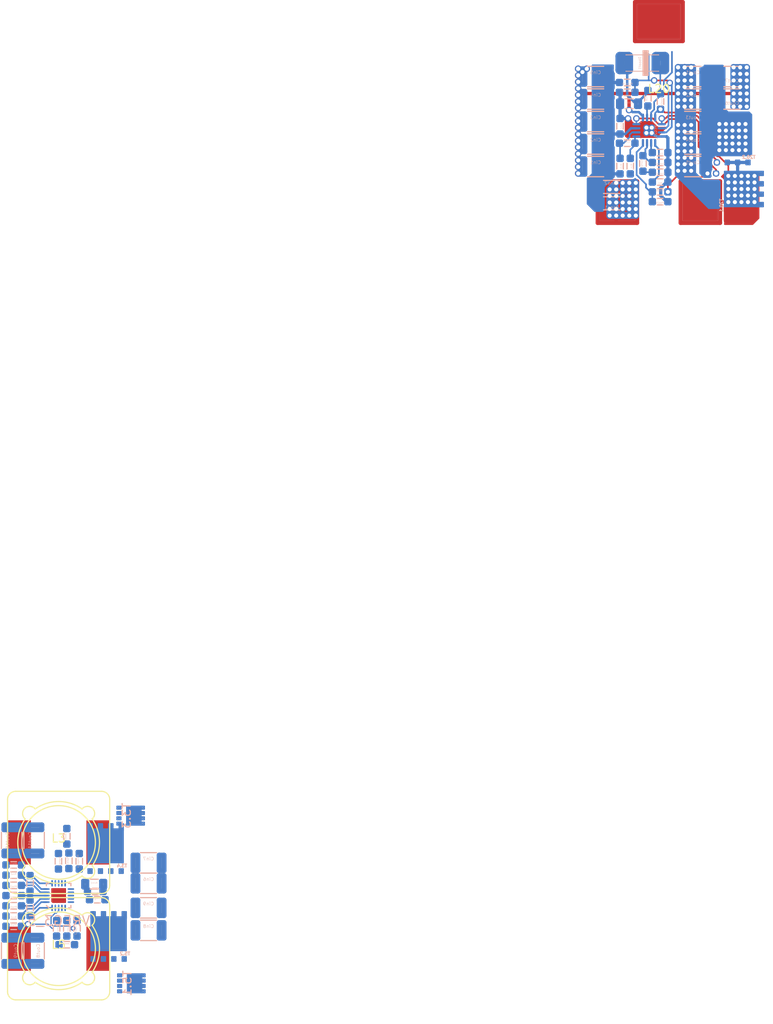
<source format=kicad_pcb>
(kicad_pcb (version 4) (host pcbnew 4.0.4-stable)
  (layers (0 F.Cu mixed) (31 B.Cu mixed) (34 B.Paste user) (35 F.Paste user) (36 B.SilkS user) (37 F.SilkS user) (38 B.Mask user) (39 F.Mask user) (44 Edge.Cuts user))
  (net 0 "")
  (net 1 "Net-(C12-Pad1)")
  (net 2 "Net-(C12-Pad2)")
  (net 3 "Net-(Cboot1-Pad1)")
  (net 4 "Net-(Cboot1-Pad2)")
  (net 5 "Net-(Ccomp1-Pad1)")
  (net 6 "Net-(Ccomp2-Pad1)")
  (net 7 +8V)
  (net 8 +20V)
  (net 9 "Net-(Css1-Pad1)")
  (net 10 "Net-(Cvcc1-Pad1)")
  (net 11 "Net-(L1-Pad1)")
  (net 12 "Net-(Rt1-Pad1)")
  (net 13 "Net-(T1-PadG)")
  (net 14 "Net-(T2-PadG)")
  (net 15 Pgood20)
  (net 16 AGND)
  (net 17 PGND)
  (net 18 "Net-(R19-Pad2)")
  (net 19 EN20)
  (net 20 "Net-(VREG3_5-Pad19)")
  (net 21 "Net-(Cboot20-Pad1)")
  (net 22 "Net-(Cboot20-Pad2)")
  (net 23 "Net-(Cboot2-Pad1)")
  (net 24 +3V3)
  (net 25 +5V)
  (net 26 "Net-(L20-Pad1)")
  (net 27 "Net-(Rfbb20-Pad1)")
  (net 28 "Net-(Rvin1-Pad2)")
  (net 29 "Net-(Rgate2-Pad1)")
  (net 30 "Net-(Rgate1-Pad1)")
  (net 31 "Net-(T20.1-PadG)")
  (net 32 "Net-(T20.2-PadG)")
  (net 33 "Net-(Rcs1-Pad2)")
  (net 34 "Net-(Rfbb5-Pad2)")
  (net 35 "Net-(Cvreg3-Pad2)")
  (net 36 "Net-(Rfbb3-Pad2)")
  (net 37 "Net-(Rcs2-Pad1)")
  (net 38 "Net-(Ren1-Pad2)")
  (net 39 "Net-(Rpgood1-Pad2)")
  (net 40 "Net-(Rramp2-Pad1)")
  (net 41 "Net-(Rgate2-Pad2)")
  (net 42 "Net-(Cvreg5-Pad2)")
  (net 43 "Net-(Rgate1-Pad2)")
  (net 44 "Net-(Rramp1-Pad2)")
  (net 45 "Net-(Ren2-Pad2)")
  (net 46 "Net-(Cboot2-Pad2)")
  (net 47 "Net-(Rbridge5.2-Pad1)")
  (net 48 "Net-(Rbridge5.2-Pad2)")
  (net 49 "Net-(Rbridge3.4-Pad1)")
  (net 50 "Net-(Rbridge3.4-Pad2)")
  (module mox:Via-0.3mm (layer F.Cu) (at 83.25 179)
    (fp_text reference REF** hide)
    (fp_text value Via-0.3mm hide)
    (pad 1 thru_hole circle (at 0 0) (size 0.6 0.6) (drill 0.3) (layers *.Cu))
  )
  (module mox:VSON8_50x60 (layer B.Cu) (at 163.95 82.6 270)
    (fp_text reference T20.2 (at 2.1 -2 540) (layer B.SilkS) (effects (font (size 0.4 0.4) (thickness 0.1)) (justify mirror)))
    (fp_text value CSD17577Q5A)
    (pad S smd oval (at 3.003 -1.905 270) (size 0.2 0.65) (layers B.Cu B.Paste B.Mask) (net 21 "Net-(Cboot20-Pad1)"))
    (pad S smd oval (at 2.503 -1.905 270) (size 0.2 0.65) (layers B.Cu B.Paste B.Mask) (net 21 "Net-(Cboot20-Pad1)"))
    (pad S smd oval (at 2.753 -2.13 270) (size 0.7 0.2) (layers B.Cu B.Paste B.Mask) (net 21 "Net-(Cboot20-Pad1)"))
    (pad S smd oval (at 2.753 -1.68 270) (size 0.7 0.2) (layers B.Cu B.Paste B.Mask) (net 21 "Net-(Cboot20-Pad1)"))
    (pad S smd rect (at 2.753 -1.905 270) (size 0.3 0.25) (layers B.Cu B.Paste B.Mask) (net 21 "Net-(Cboot20-Pad1)"))
    (pad S smd oval (at 3.003 -0.635 270) (size 0.2 0.65) (layers B.Cu B.Paste B.Mask) (net 21 "Net-(Cboot20-Pad1)"))
    (pad S smd oval (at 2.503 -0.635 270) (size 0.2 0.65) (layers B.Cu B.Paste B.Mask) (net 21 "Net-(Cboot20-Pad1)"))
    (pad S smd oval (at 2.753 -0.86 270) (size 0.7 0.2) (layers B.Cu B.Paste B.Mask) (net 21 "Net-(Cboot20-Pad1)"))
    (pad S smd oval (at 2.753 -0.41 270) (size 0.7 0.2) (layers B.Cu B.Paste B.Mask) (net 21 "Net-(Cboot20-Pad1)"))
    (pad S smd rect (at 2.753 -0.635 270) (size 0.3 0.25) (layers B.Cu B.Paste B.Mask) (net 21 "Net-(Cboot20-Pad1)"))
    (pad S smd rect (at 2.753 0.635 270) (size 0.3 0.25) (layers B.Cu B.Paste B.Mask) (net 21 "Net-(Cboot20-Pad1)"))
    (pad S smd oval (at 2.753 0.86 270) (size 0.7 0.2) (layers B.Cu B.Paste B.Mask) (net 21 "Net-(Cboot20-Pad1)"))
    (pad S smd oval (at 2.753 0.41 270) (size 0.7 0.2) (layers B.Cu B.Paste B.Mask) (net 21 "Net-(Cboot20-Pad1)"))
    (pad S smd oval (at 2.503 0.635 270) (size 0.2 0.65) (layers B.Cu B.Paste B.Mask) (net 21 "Net-(Cboot20-Pad1)"))
    (pad S smd oval (at 3.003 0.635 270) (size 0.2 0.65) (layers B.Cu B.Paste B.Mask) (net 21 "Net-(Cboot20-Pad1)"))
    (pad D smd rect (at -2.502 -1.905 270) (size 0.8 0.25) (layers B.Cu B.Paste B.Mask) (net 8 +20V))
    (pad D smd oval (at -2.602 -1.68 270) (size 1 0.2) (layers B.Cu B.Paste B.Mask) (net 8 +20V))
    (pad D smd oval (at -2.602 -2.13 270) (size 1 0.2) (layers B.Cu B.Paste B.Mask) (net 8 +20V))
    (pad D smd oval (at -3.002 -1.905 270) (size 0.2 0.65) (layers B.Cu B.Paste B.Mask) (net 8 +20V))
    (pad D smd oval (at -3.002 -1.905 270) (size 0.2 0.65) (layers B.Cu B.Paste B.Mask) (net 8 +20V))
    (pad D smd oval (at -2.602 -2.13 270) (size 1 0.2) (layers B.Cu B.Paste B.Mask) (net 8 +20V))
    (pad D smd oval (at -2.602 -1.68 270) (size 1 0.2) (layers B.Cu B.Paste B.Mask) (net 8 +20V))
    (pad D smd oval (at -2.602 -0.41 270) (size 1 0.2) (layers B.Cu B.Paste B.Mask) (net 8 +20V))
    (pad D smd oval (at -2.602 -0.86 270) (size 1 0.2) (layers B.Cu B.Paste B.Mask) (net 8 +20V))
    (pad D smd oval (at -3.002 -0.635 270) (size 0.2 0.65) (layers B.Cu B.Paste B.Mask) (net 8 +20V))
    (pad D smd oval (at -3.002 -0.635 270) (size 0.2 0.65) (layers B.Cu B.Paste B.Mask) (net 8 +20V))
    (pad D smd oval (at -2.602 -0.86 270) (size 1 0.2) (layers B.Cu B.Paste B.Mask) (net 8 +20V))
    (pad D smd oval (at -2.602 -0.41 270) (size 1 0.2) (layers B.Cu B.Paste B.Mask) (net 8 +20V))
    (pad D smd rect (at -2.502 -0.635 270) (size 0.8 0.25) (layers B.Cu B.Paste B.Mask) (net 8 +20V))
    (pad D smd oval (at -2.602 0.86 270) (size 1 0.2) (layers B.Cu B.Paste B.Mask) (net 8 +20V))
    (pad D smd oval (at -2.602 0.41 270) (size 1 0.2) (layers B.Cu B.Paste B.Mask) (net 8 +20V))
    (pad D smd oval (at -3.002 0.635 270) (size 0.2 0.65) (layers B.Cu B.Paste B.Mask) (net 8 +20V))
    (pad D smd oval (at -3.002 0.635 270) (size 0.2 0.65) (layers B.Cu B.Paste B.Mask) (net 8 +20V))
    (pad D smd oval (at -2.602 0.41 270) (size 1 0.2) (layers B.Cu B.Paste B.Mask) (net 8 +20V))
    (pad D smd oval (at -2.602 0.86 270) (size 1 0.2) (layers B.Cu B.Paste B.Mask) (net 8 +20V))
    (pad D smd rect (at -2.502 0.635 270) (size 0.8 0.25) (layers B.Cu B.Paste B.Mask) (net 8 +20V))
    (pad D smd oval (at -2.602 2.13 270) (size 1 0.2) (layers B.Cu B.Paste B.Mask) (net 8 +20V))
    (pad D smd oval (at -2.602 1.68 270) (size 1 0.2) (layers B.Cu B.Paste B.Mask) (net 8 +20V))
    (pad D smd oval (at -3.002 1.905 270) (size 0.2 0.65) (layers B.Cu B.Paste B.Mask) (net 8 +20V))
    (pad D smd oval (at -3.002 1.905 270) (size 0.2 0.65) (layers B.Cu B.Paste B.Mask) (net 8 +20V))
    (pad D smd oval (at -2.602 1.68 270) (size 1 0.2) (layers B.Cu B.Paste B.Mask) (net 8 +20V))
    (pad D smd oval (at -2.602 2.13 270) (size 1 0.2) (layers B.Cu B.Paste B.Mask) (net 8 +20V))
    (pad D smd rect (at -2.502 1.905 270) (size 0.8 0.25) (layers B.Cu B.Paste B.Mask) (net 8 +20V))
    (pad D smd rect (at -0.437 0 270) (size 4.07 4.46) (layers B.Cu B.Paste B.Mask) (net 8 +20V))
    (pad D smd oval (at 1.698 0 270) (size 0.2 4.46) (layers B.Cu B.Paste B.Mask) (net 8 +20V))
    (pad D smd oval (at 1.598 -2.13 270) (size 0.4 0.2) (layers B.Cu B.Paste B.Mask) (net 8 +20V))
    (pad D smd oval (at 1.598 2.13 270) (size 0.4 0.2) (layers B.Cu B.Paste B.Mask) (net 8 +20V))
    (pad G smd oval (at 3.003 1.905 270) (size 0.2 0.65) (layers B.Cu B.Paste B.Mask) (net 32 "Net-(T20.2-PadG)"))
    (pad G smd oval (at 2.503 1.905 270) (size 0.2 0.65) (layers B.Cu B.Paste B.Mask) (net 32 "Net-(T20.2-PadG)"))
    (pad G smd oval (at 2.753 1.68 270) (size 0.7 0.2) (layers B.Cu B.Paste B.Mask) (net 32 "Net-(T20.2-PadG)"))
    (pad G smd oval (at 2.753 2.13 270) (size 0.7 0.2) (layers B.Cu B.Paste B.Mask) (net 32 "Net-(T20.2-PadG)"))
    (pad G smd rect (at 2.753 1.905 270) (size 0.3 0.25) (layers B.Cu B.Paste B.Mask) (net 32 "Net-(T20.2-PadG)"))
  )
  (module mox:VSON8_50x60 (layer B.Cu) (at 164.7 88.6 180)
    (fp_text reference T20.1 (at 2.1 -2 450) (layer B.SilkS) (effects (font (size 0.4 0.4) (thickness 0.1)) (justify mirror)))
    (fp_text value CSD17506Q5A)
    (pad S smd oval (at 3.003 -1.905 180) (size 0.2 0.65) (layers B.Cu B.Paste B.Mask) (net 17 PGND))
    (pad S smd oval (at 2.503 -1.905 180) (size 0.2 0.65) (layers B.Cu B.Paste B.Mask) (net 17 PGND))
    (pad S smd oval (at 2.753 -2.13 180) (size 0.7 0.2) (layers B.Cu B.Paste B.Mask) (net 17 PGND))
    (pad S smd oval (at 2.753 -1.68 180) (size 0.7 0.2) (layers B.Cu B.Paste B.Mask) (net 17 PGND))
    (pad S smd rect (at 2.753 -1.905 180) (size 0.3 0.25) (layers B.Cu B.Paste B.Mask) (net 17 PGND))
    (pad S smd oval (at 3.003 -0.635 180) (size 0.2 0.65) (layers B.Cu B.Paste B.Mask) (net 17 PGND))
    (pad S smd oval (at 2.503 -0.635 180) (size 0.2 0.65) (layers B.Cu B.Paste B.Mask) (net 17 PGND))
    (pad S smd oval (at 2.753 -0.86 180) (size 0.7 0.2) (layers B.Cu B.Paste B.Mask) (net 17 PGND))
    (pad S smd oval (at 2.753 -0.41 180) (size 0.7 0.2) (layers B.Cu B.Paste B.Mask) (net 17 PGND))
    (pad S smd rect (at 2.753 -0.635 180) (size 0.3 0.25) (layers B.Cu B.Paste B.Mask) (net 17 PGND))
    (pad S smd rect (at 2.753 0.635 180) (size 0.3 0.25) (layers B.Cu B.Paste B.Mask) (net 17 PGND))
    (pad S smd oval (at 2.753 0.86 180) (size 0.7 0.2) (layers B.Cu B.Paste B.Mask) (net 17 PGND))
    (pad S smd oval (at 2.753 0.41 180) (size 0.7 0.2) (layers B.Cu B.Paste B.Mask) (net 17 PGND))
    (pad S smd oval (at 2.503 0.635 180) (size 0.2 0.65) (layers B.Cu B.Paste B.Mask) (net 17 PGND))
    (pad S smd oval (at 3.003 0.635 180) (size 0.2 0.65) (layers B.Cu B.Paste B.Mask) (net 17 PGND))
    (pad D smd rect (at -2.502 -1.905 180) (size 0.8 0.25) (layers B.Cu B.Paste B.Mask) (net 21 "Net-(Cboot20-Pad1)"))
    (pad D smd oval (at -2.602 -1.68 180) (size 1 0.2) (layers B.Cu B.Paste B.Mask) (net 21 "Net-(Cboot20-Pad1)"))
    (pad D smd oval (at -2.602 -2.13 180) (size 1 0.2) (layers B.Cu B.Paste B.Mask) (net 21 "Net-(Cboot20-Pad1)"))
    (pad D smd oval (at -3.002 -1.905 180) (size 0.2 0.65) (layers B.Cu B.Paste B.Mask) (net 21 "Net-(Cboot20-Pad1)"))
    (pad D smd oval (at -3.002 -1.905 180) (size 0.2 0.65) (layers B.Cu B.Paste B.Mask) (net 21 "Net-(Cboot20-Pad1)"))
    (pad D smd oval (at -2.602 -2.13 180) (size 1 0.2) (layers B.Cu B.Paste B.Mask) (net 21 "Net-(Cboot20-Pad1)"))
    (pad D smd oval (at -2.602 -1.68 180) (size 1 0.2) (layers B.Cu B.Paste B.Mask) (net 21 "Net-(Cboot20-Pad1)"))
    (pad D smd oval (at -2.602 -0.41 180) (size 1 0.2) (layers B.Cu B.Paste B.Mask) (net 21 "Net-(Cboot20-Pad1)"))
    (pad D smd oval (at -2.602 -0.86 180) (size 1 0.2) (layers B.Cu B.Paste B.Mask) (net 21 "Net-(Cboot20-Pad1)"))
    (pad D smd oval (at -3.002 -0.635 180) (size 0.2 0.65) (layers B.Cu B.Paste B.Mask) (net 21 "Net-(Cboot20-Pad1)"))
    (pad D smd oval (at -3.002 -0.635 180) (size 0.2 0.65) (layers B.Cu B.Paste B.Mask) (net 21 "Net-(Cboot20-Pad1)"))
    (pad D smd oval (at -2.602 -0.86 180) (size 1 0.2) (layers B.Cu B.Paste B.Mask) (net 21 "Net-(Cboot20-Pad1)"))
    (pad D smd oval (at -2.602 -0.41 180) (size 1 0.2) (layers B.Cu B.Paste B.Mask) (net 21 "Net-(Cboot20-Pad1)"))
    (pad D smd rect (at -2.502 -0.635 180) (size 0.8 0.25) (layers B.Cu B.Paste B.Mask) (net 21 "Net-(Cboot20-Pad1)"))
    (pad D smd oval (at -2.602 0.86 180) (size 1 0.2) (layers B.Cu B.Paste B.Mask) (net 21 "Net-(Cboot20-Pad1)"))
    (pad D smd oval (at -2.602 0.41 180) (size 1 0.2) (layers B.Cu B.Paste B.Mask) (net 21 "Net-(Cboot20-Pad1)"))
    (pad D smd oval (at -3.002 0.635 180) (size 0.2 0.65) (layers B.Cu B.Paste B.Mask) (net 21 "Net-(Cboot20-Pad1)"))
    (pad D smd oval (at -3.002 0.635 180) (size 0.2 0.65) (layers B.Cu B.Paste B.Mask) (net 21 "Net-(Cboot20-Pad1)"))
    (pad D smd oval (at -2.602 0.41 180) (size 1 0.2) (layers B.Cu B.Paste B.Mask) (net 21 "Net-(Cboot20-Pad1)"))
    (pad D smd oval (at -2.602 0.86 180) (size 1 0.2) (layers B.Cu B.Paste B.Mask) (net 21 "Net-(Cboot20-Pad1)"))
    (pad D smd rect (at -2.502 0.635 180) (size 0.8 0.25) (layers B.Cu B.Paste B.Mask) (net 21 "Net-(Cboot20-Pad1)"))
    (pad D smd oval (at -2.602 2.13 180) (size 1 0.2) (layers B.Cu B.Paste B.Mask) (net 21 "Net-(Cboot20-Pad1)"))
    (pad D smd oval (at -2.602 1.68 180) (size 1 0.2) (layers B.Cu B.Paste B.Mask) (net 21 "Net-(Cboot20-Pad1)"))
    (pad D smd oval (at -3.002 1.905 180) (size 0.2 0.65) (layers B.Cu B.Paste B.Mask) (net 21 "Net-(Cboot20-Pad1)"))
    (pad D smd oval (at -3.002 1.905 180) (size 0.2 0.65) (layers B.Cu B.Paste B.Mask) (net 21 "Net-(Cboot20-Pad1)"))
    (pad D smd oval (at -2.602 1.68 180) (size 1 0.2) (layers B.Cu B.Paste B.Mask) (net 21 "Net-(Cboot20-Pad1)"))
    (pad D smd oval (at -2.602 2.13 180) (size 1 0.2) (layers B.Cu B.Paste B.Mask) (net 21 "Net-(Cboot20-Pad1)"))
    (pad D smd rect (at -2.502 1.905 180) (size 0.8 0.25) (layers B.Cu B.Paste B.Mask) (net 21 "Net-(Cboot20-Pad1)"))
    (pad D smd rect (at -0.437 0 180) (size 4.07 4.46) (layers B.Cu B.Paste B.Mask) (net 21 "Net-(Cboot20-Pad1)"))
    (pad D smd oval (at 1.698 0 180) (size 0.2 4.46) (layers B.Cu B.Paste B.Mask) (net 21 "Net-(Cboot20-Pad1)"))
    (pad D smd oval (at 1.598 -2.13 180) (size 0.4 0.2) (layers B.Cu B.Paste B.Mask) (net 21 "Net-(Cboot20-Pad1)"))
    (pad D smd oval (at 1.598 2.13 180) (size 0.4 0.2) (layers B.Cu B.Paste B.Mask) (net 21 "Net-(Cboot20-Pad1)"))
    (pad G smd oval (at 3.003 1.905 180) (size 0.2 0.65) (layers B.Cu B.Paste B.Mask) (net 31 "Net-(T20.1-PadG)"))
    (pad G smd oval (at 2.503 1.905 180) (size 0.2 0.65) (layers B.Cu B.Paste B.Mask) (net 31 "Net-(T20.1-PadG)"))
    (pad G smd oval (at 2.753 1.68 180) (size 0.7 0.2) (layers B.Cu B.Paste B.Mask) (net 31 "Net-(T20.1-PadG)"))
    (pad G smd oval (at 2.753 2.13 180) (size 0.7 0.2) (layers B.Cu B.Paste B.Mask) (net 31 "Net-(T20.1-PadG)"))
    (pad G smd rect (at 2.753 1.905 180) (size 0.3 0.25) (layers B.Cu B.Paste B.Mask) (net 31 "Net-(T20.1-PadG)"))
  )
  (module mox:R_0805_HandSoldering (layer B.Cu) (at 85.85 173.6 180)
    (fp_text reference Rvin1 (at 0 0.15 180) (layer B.SilkS) (effects (font (size 0.2 0.2) (thickness 0.02)) (justify mirror)))
    (fp_text value "10mΩ, 3W")
    (pad 1 smd oval (at -1.35 0 180) (size 0.5 1.3) (layers B.Cu B.Paste B.Mask) (net 7 +8V))
    (pad 1 smd oval (at -0.85 0 180) (size 0.5 1.3) (layers B.Cu B.Paste B.Mask) (net 7 +8V))
    (pad 1 smd oval (at -1.1 -0.4 180) (size 1 0.5) (layers B.Cu B.Paste B.Mask) (net 7 +8V))
    (pad 1 smd oval (at -1.1 0.4 180) (size 1 0.5) (layers B.Cu B.Paste B.Mask) (net 7 +8V))
    (pad 2 smd oval (at 1.35 0 180) (size 0.5 1.3) (layers B.Cu B.Paste B.Mask) (net 28 "Net-(Rvin1-Pad2)"))
    (pad 2 smd oval (at 0.85 0 180) (size 0.5 1.3) (layers B.Cu B.Paste B.Mask) (net 28 "Net-(Rvin1-Pad2)"))
    (pad 2 smd oval (at 1.1 -0.4 180) (size 1 0.5) (layers B.Cu B.Paste B.Mask) (net 28 "Net-(Rvin1-Pad2)"))
    (pad 2 smd oval (at 1.1 0.4 180) (size 1 0.5) (layers B.Cu B.Paste B.Mask) (net 28 "Net-(Rvin1-Pad2)"))
  )
  (module mox:R_0603_HandSoldering (layer B.Cu) (at 81.475 170.8 90)
    (fp_text reference Rramp2 (at 0 0.15 90) (layer B.SilkS) (effects (font (size 0.2 0.2) (thickness 0.02)) (justify mirror)))
    (fp_text value 2.2Ω)
    (pad 1 smd oval (at -0.95 0.225 90) (size 0.9 0.45) (layers B.Cu B.Paste B.Mask) (net 40 "Net-(Rramp2-Pad1)"))
    (pad 1 smd oval (at -0.95 -0.225 90) (size 0.9 0.45) (layers B.Cu B.Paste B.Mask) (net 40 "Net-(Rramp2-Pad1)"))
    (pad 1 smd oval (at -0.725 0 90) (size 0.45 0.9) (layers B.Cu B.Paste B.Mask) (net 40 "Net-(Rramp2-Pad1)"))
    (pad 1 smd oval (at -1.175 0 90) (size 0.45 0.9) (layers B.Cu B.Paste B.Mask) (net 40 "Net-(Rramp2-Pad1)"))
    (pad 2 smd oval (at 0.725 0 90) (size 0.45 0.9) (layers B.Cu B.Paste B.Mask) (net 46 "Net-(Cboot2-Pad2)"))
    (pad 2 smd oval (at 1.175 0 90) (size 0.45 0.9) (layers B.Cu B.Paste B.Mask) (net 46 "Net-(Cboot2-Pad2)"))
    (pad 2 smd oval (at 0.95 0.225 90) (size 0.9 0.45) (layers B.Cu B.Paste B.Mask) (net 46 "Net-(Cboot2-Pad2)"))
    (pad 2 smd oval (at 0.95 -0.225 90) (size 0.9 0.45) (layers B.Cu B.Paste B.Mask) (net 46 "Net-(Cboot2-Pad2)"))
  )
  (module mox:R_0603_HandSoldering (layer B.Cu) (at 81.25 179 90)
    (fp_text reference Rramp1 (at 0 0.15 90) (layer B.SilkS) (effects (font (size 0.2 0.2) (thickness 0.02)) (justify mirror)))
    (fp_text value 2.2Ω)
    (pad 1 smd oval (at -0.95 0.225 90) (size 0.9 0.45) (layers B.Cu B.Paste B.Mask) (net 4 "Net-(Cboot1-Pad2)"))
    (pad 1 smd oval (at -0.95 -0.225 90) (size 0.9 0.45) (layers B.Cu B.Paste B.Mask) (net 4 "Net-(Cboot1-Pad2)"))
    (pad 1 smd oval (at -0.725 0 90) (size 0.45 0.9) (layers B.Cu B.Paste B.Mask) (net 4 "Net-(Cboot1-Pad2)"))
    (pad 1 smd oval (at -1.175 0 90) (size 0.45 0.9) (layers B.Cu B.Paste B.Mask) (net 4 "Net-(Cboot1-Pad2)"))
    (pad 2 smd oval (at 0.725 0 90) (size 0.45 0.9) (layers B.Cu B.Paste B.Mask) (net 44 "Net-(Rramp1-Pad2)"))
    (pad 2 smd oval (at 1.175 0 90) (size 0.45 0.9) (layers B.Cu B.Paste B.Mask) (net 44 "Net-(Rramp1-Pad2)"))
    (pad 2 smd oval (at 0.95 0.225 90) (size 0.9 0.45) (layers B.Cu B.Paste B.Mask) (net 44 "Net-(Rramp1-Pad2)"))
    (pad 2 smd oval (at 0.95 -0.225 90) (size 0.9 0.45) (layers B.Cu B.Paste B.Mask) (net 44 "Net-(Rramp1-Pad2)"))
  )
  (module mox:R_0603_HandSoldering (layer B.Cu) (at 85.975 174.5)
    (fp_text reference Rpgood1 (at 0 0.15) (layer B.SilkS) (effects (font (size 0.2 0.2) (thickness 0.02)) (justify mirror)))
    (fp_text value 100kΩ)
    (pad 1 smd oval (at -0.95 0.225) (size 0.9 0.45) (layers B.Cu B.Paste B.Mask) (net 42 "Net-(Cvreg5-Pad2)"))
    (pad 1 smd oval (at -0.95 -0.225) (size 0.9 0.45) (layers B.Cu B.Paste B.Mask) (net 42 "Net-(Cvreg5-Pad2)"))
    (pad 1 smd oval (at -0.725 0) (size 0.45 0.9) (layers B.Cu B.Paste B.Mask) (net 42 "Net-(Cvreg5-Pad2)"))
    (pad 1 smd oval (at -1.175 0) (size 0.45 0.9) (layers B.Cu B.Paste B.Mask) (net 42 "Net-(Cvreg5-Pad2)"))
    (pad 2 smd oval (at 0.725 0) (size 0.45 0.9) (layers B.Cu B.Paste B.Mask) (net 39 "Net-(Rpgood1-Pad2)"))
    (pad 2 smd oval (at 1.175 0) (size 0.45 0.9) (layers B.Cu B.Paste B.Mask) (net 39 "Net-(Rpgood1-Pad2)"))
    (pad 2 smd oval (at 0.95 0.225) (size 0.9 0.45) (layers B.Cu B.Paste B.Mask) (net 39 "Net-(Rpgood1-Pad2)"))
    (pad 2 smd oval (at 0.95 -0.225) (size 0.9 0.45) (layers B.Cu B.Paste B.Mask) (net 39 "Net-(Rpgood1-Pad2)"))
  )
  (module mox:R_0603_HandSoldering (layer B.Cu) (at 82.75 170.747602 270)
    (fp_text reference Rgate2 (at 0 0.15 270) (layer B.SilkS) (effects (font (size 0.2 0.2) (thickness 0.02)) (justify mirror)))
    (fp_text value "10mΩ, 3W")
    (pad 1 smd oval (at -0.95 0.225 270) (size 0.9 0.45) (layers B.Cu B.Paste B.Mask) (net 29 "Net-(Rgate2-Pad1)"))
    (pad 1 smd oval (at -0.95 -0.225 270) (size 0.9 0.45) (layers B.Cu B.Paste B.Mask) (net 29 "Net-(Rgate2-Pad1)"))
    (pad 1 smd oval (at -0.725 0 270) (size 0.45 0.9) (layers B.Cu B.Paste B.Mask) (net 29 "Net-(Rgate2-Pad1)"))
    (pad 1 smd oval (at -1.175 0 270) (size 0.45 0.9) (layers B.Cu B.Paste B.Mask) (net 29 "Net-(Rgate2-Pad1)"))
    (pad 2 smd oval (at 0.725 0 270) (size 0.45 0.9) (layers B.Cu B.Paste B.Mask) (net 41 "Net-(Rgate2-Pad2)"))
    (pad 2 smd oval (at 1.175 0 270) (size 0.45 0.9) (layers B.Cu B.Paste B.Mask) (net 41 "Net-(Rgate2-Pad2)"))
    (pad 2 smd oval (at 0.95 0.225 270) (size 0.9 0.45) (layers B.Cu B.Paste B.Mask) (net 41 "Net-(Rgate2-Pad2)"))
    (pad 2 smd oval (at 0.95 -0.225 270) (size 0.9 0.45) (layers B.Cu B.Paste B.Mask) (net 41 "Net-(Rgate2-Pad2)"))
  )
  (module mox:R_0603_HandSoldering (layer B.Cu) (at 82.5 179 90)
    (fp_text reference Rgate1 (at 0 0.15 90) (layer B.SilkS) (effects (font (size 0.2 0.2) (thickness 0.02)) (justify mirror)))
    (fp_text value "10mΩ, 3W")
    (pad 1 smd oval (at -0.95 0.225 90) (size 0.9 0.45) (layers B.Cu B.Paste B.Mask) (net 30 "Net-(Rgate1-Pad1)"))
    (pad 1 smd oval (at -0.95 -0.225 90) (size 0.9 0.45) (layers B.Cu B.Paste B.Mask) (net 30 "Net-(Rgate1-Pad1)"))
    (pad 1 smd oval (at -0.725 0 90) (size 0.45 0.9) (layers B.Cu B.Paste B.Mask) (net 30 "Net-(Rgate1-Pad1)"))
    (pad 1 smd oval (at -1.175 0 90) (size 0.45 0.9) (layers B.Cu B.Paste B.Mask) (net 30 "Net-(Rgate1-Pad1)"))
    (pad 2 smd oval (at 0.725 0 90) (size 0.45 0.9) (layers B.Cu B.Paste B.Mask) (net 43 "Net-(Rgate1-Pad2)"))
    (pad 2 smd oval (at 1.175 0 90) (size 0.45 0.9) (layers B.Cu B.Paste B.Mask) (net 43 "Net-(Rgate1-Pad2)"))
    (pad 2 smd oval (at 0.95 0.225 90) (size 0.9 0.45) (layers B.Cu B.Paste B.Mask) (net 43 "Net-(Rgate1-Pad2)"))
    (pad 2 smd oval (at 0.95 -0.225 90) (size 0.9 0.45) (layers B.Cu B.Paste B.Mask) (net 43 "Net-(Rgate1-Pad2)"))
  )
  (module mox:R_0603_HandSoldering (layer B.Cu) (at 76 178.75 180)
    (fp_text reference Rfbt5 (at 0 0.15 180) (layer B.SilkS) (effects (font (size 0.2 0.2) (thickness 0.02)) (justify mirror)))
    (fp_text value "15kΩ, 2%")
    (pad 1 smd oval (at -0.95 0.225 180) (size 0.9 0.45) (layers B.Cu B.Paste B.Mask) (net 25 +5V))
    (pad 1 smd oval (at -0.95 -0.225 180) (size 0.9 0.45) (layers B.Cu B.Paste B.Mask) (net 25 +5V))
    (pad 1 smd oval (at -0.725 0 180) (size 0.45 0.9) (layers B.Cu B.Paste B.Mask) (net 25 +5V))
    (pad 1 smd oval (at -1.175 0 180) (size 0.45 0.9) (layers B.Cu B.Paste B.Mask) (net 25 +5V))
    (pad 2 smd oval (at 0.725 0 180) (size 0.45 0.9) (layers B.Cu B.Paste B.Mask) (net 34 "Net-(Rfbb5-Pad2)"))
    (pad 2 smd oval (at 1.175 0 180) (size 0.45 0.9) (layers B.Cu B.Paste B.Mask) (net 34 "Net-(Rfbb5-Pad2)"))
    (pad 2 smd oval (at 0.95 0.225 180) (size 0.9 0.45) (layers B.Cu B.Paste B.Mask) (net 34 "Net-(Rfbb5-Pad2)"))
    (pad 2 smd oval (at 0.95 -0.225 180) (size 0.9 0.45) (layers B.Cu B.Paste B.Mask) (net 34 "Net-(Rfbb5-Pad2)"))
  )
  (module mox:R_0603_HandSoldering (layer B.Cu) (at 76 171.25 180)
    (fp_text reference Rfbt3 (at 0 0.15 180) (layer B.SilkS) (effects (font (size 0.2 0.2) (thickness 0.02)) (justify mirror)))
    (fp_text value "6.49kΩ, 2%")
    (pad 1 smd oval (at -0.95 0.225 180) (size 0.9 0.45) (layers B.Cu B.Paste B.Mask) (net 24 +3V3))
    (pad 1 smd oval (at -0.95 -0.225 180) (size 0.9 0.45) (layers B.Cu B.Paste B.Mask) (net 24 +3V3))
    (pad 1 smd oval (at -0.725 0 180) (size 0.45 0.9) (layers B.Cu B.Paste B.Mask) (net 24 +3V3))
    (pad 1 smd oval (at -1.175 0 180) (size 0.45 0.9) (layers B.Cu B.Paste B.Mask) (net 24 +3V3))
    (pad 2 smd oval (at 0.725 0 180) (size 0.45 0.9) (layers B.Cu B.Paste B.Mask) (net 36 "Net-(Rfbb3-Pad2)"))
    (pad 2 smd oval (at 1.175 0 180) (size 0.45 0.9) (layers B.Cu B.Paste B.Mask) (net 36 "Net-(Rfbb3-Pad2)"))
    (pad 2 smd oval (at 0.95 0.225 180) (size 0.9 0.45) (layers B.Cu B.Paste B.Mask) (net 36 "Net-(Rfbb3-Pad2)"))
    (pad 2 smd oval (at 0.95 -0.225 180) (size 0.9 0.45) (layers B.Cu B.Paste B.Mask) (net 36 "Net-(Rfbb3-Pad2)"))
  )
  (module mox:R_0603_HandSoldering (layer B.Cu) (at 76 176.25)
    (fp_text reference Rfbb5 (at 0 0.15) (layer B.SilkS) (effects (font (size 0.2 0.2) (thickness 0.02)) (justify mirror)))
    (fp_text value 10kΩ)
    (pad 1 smd oval (at -0.95 0.225) (size 0.9 0.45) (layers B.Cu B.Paste B.Mask) (net 17 PGND))
    (pad 1 smd oval (at -0.95 -0.225) (size 0.9 0.45) (layers B.Cu B.Paste B.Mask) (net 17 PGND))
    (pad 1 smd oval (at -0.725 0) (size 0.45 0.9) (layers B.Cu B.Paste B.Mask) (net 17 PGND))
    (pad 1 smd oval (at -1.175 0) (size 0.45 0.9) (layers B.Cu B.Paste B.Mask) (net 17 PGND))
    (pad 2 smd oval (at 0.725 0) (size 0.45 0.9) (layers B.Cu B.Paste B.Mask) (net 34 "Net-(Rfbb5-Pad2)"))
    (pad 2 smd oval (at 1.175 0) (size 0.45 0.9) (layers B.Cu B.Paste B.Mask) (net 34 "Net-(Rfbb5-Pad2)"))
    (pad 2 smd oval (at 0.95 0.225) (size 0.9 0.45) (layers B.Cu B.Paste B.Mask) (net 34 "Net-(Rfbb5-Pad2)"))
    (pad 2 smd oval (at 0.95 -0.225) (size 0.9 0.45) (layers B.Cu B.Paste B.Mask) (net 34 "Net-(Rfbb5-Pad2)"))
  )
  (module mox:R_0603_HandSoldering (layer B.Cu) (at 76 173.75)
    (fp_text reference Rfbb3 (at 0 0.15) (layer B.SilkS) (effects (font (size 0.2 0.2) (thickness 0.02)) (justify mirror)))
    (fp_text value 10kΩ)
    (pad 1 smd oval (at -0.95 0.225) (size 0.9 0.45) (layers B.Cu B.Paste B.Mask) (net 17 PGND))
    (pad 1 smd oval (at -0.95 -0.225) (size 0.9 0.45) (layers B.Cu B.Paste B.Mask) (net 17 PGND))
    (pad 1 smd oval (at -0.725 0) (size 0.45 0.9) (layers B.Cu B.Paste B.Mask) (net 17 PGND))
    (pad 1 smd oval (at -1.175 0) (size 0.45 0.9) (layers B.Cu B.Paste B.Mask) (net 17 PGND))
    (pad 2 smd oval (at 0.725 0) (size 0.45 0.9) (layers B.Cu B.Paste B.Mask) (net 36 "Net-(Rfbb3-Pad2)"))
    (pad 2 smd oval (at 1.175 0) (size 0.45 0.9) (layers B.Cu B.Paste B.Mask) (net 36 "Net-(Rfbb3-Pad2)"))
    (pad 2 smd oval (at 0.95 0.225) (size 0.9 0.45) (layers B.Cu B.Paste B.Mask) (net 36 "Net-(Rfbb3-Pad2)"))
    (pad 2 smd oval (at 0.95 -0.225) (size 0.9 0.45) (layers B.Cu B.Paste B.Mask) (net 36 "Net-(Rfbb3-Pad2)"))
  )
  (module mox:R_0603_HandSoldering (layer B.Cu) (at 78 176.5 270)
    (fp_text reference Ren2 (at 0 0.15 270) (layer B.SilkS) (effects (font (size 0.2 0.2) (thickness 0.02)) (justify mirror)))
    (fp_text value 10kΩ)
    (pad 1 smd oval (at -0.95 0.225 270) (size 0.9 0.45) (layers B.Cu B.Paste B.Mask) (net 35 "Net-(Cvreg3-Pad2)"))
    (pad 1 smd oval (at -0.95 -0.225 270) (size 0.9 0.45) (layers B.Cu B.Paste B.Mask) (net 35 "Net-(Cvreg3-Pad2)"))
    (pad 1 smd oval (at -0.725 0 270) (size 0.45 0.9) (layers B.Cu B.Paste B.Mask) (net 35 "Net-(Cvreg3-Pad2)"))
    (pad 1 smd oval (at -1.175 0 270) (size 0.45 0.9) (layers B.Cu B.Paste B.Mask) (net 35 "Net-(Cvreg3-Pad2)"))
    (pad 2 smd oval (at 0.725 0 270) (size 0.45 0.9) (layers B.Cu B.Paste B.Mask) (net 45 "Net-(Ren2-Pad2)"))
    (pad 2 smd oval (at 1.175 0 270) (size 0.45 0.9) (layers B.Cu B.Paste B.Mask) (net 45 "Net-(Ren2-Pad2)"))
    (pad 2 smd oval (at 0.95 0.225 270) (size 0.9 0.45) (layers B.Cu B.Paste B.Mask) (net 45 "Net-(Ren2-Pad2)"))
    (pad 2 smd oval (at 0.95 -0.225 270) (size 0.9 0.45) (layers B.Cu B.Paste B.Mask) (net 45 "Net-(Ren2-Pad2)"))
  )
  (module mox:R_0603_HandSoldering (layer B.Cu) (at 78 173.5 90)
    (fp_text reference Ren1 (at 0 0.15 90) (layer B.SilkS) (effects (font (size 0.2 0.2) (thickness 0.02)) (justify mirror)))
    (fp_text value 10kΩ)
    (pad 1 smd oval (at -0.95 0.225 90) (size 0.9 0.45) (layers B.Cu B.Paste B.Mask) (net 35 "Net-(Cvreg3-Pad2)"))
    (pad 1 smd oval (at -0.95 -0.225 90) (size 0.9 0.45) (layers B.Cu B.Paste B.Mask) (net 35 "Net-(Cvreg3-Pad2)"))
    (pad 1 smd oval (at -0.725 0 90) (size 0.45 0.9) (layers B.Cu B.Paste B.Mask) (net 35 "Net-(Cvreg3-Pad2)"))
    (pad 1 smd oval (at -1.175 0 90) (size 0.45 0.9) (layers B.Cu B.Paste B.Mask) (net 35 "Net-(Cvreg3-Pad2)"))
    (pad 2 smd oval (at 0.725 0 90) (size 0.45 0.9) (layers B.Cu B.Paste B.Mask) (net 38 "Net-(Ren1-Pad2)"))
    (pad 2 smd oval (at 1.175 0 90) (size 0.45 0.9) (layers B.Cu B.Paste B.Mask) (net 38 "Net-(Ren1-Pad2)"))
    (pad 2 smd oval (at 0.95 0.225 90) (size 0.9 0.45) (layers B.Cu B.Paste B.Mask) (net 38 "Net-(Ren1-Pad2)"))
    (pad 2 smd oval (at 0.95 -0.225 90) (size 0.9 0.45) (layers B.Cu B.Paste B.Mask) (net 38 "Net-(Ren1-Pad2)"))
  )
  (module mox:R_0603_HandSoldering (layer B.Cu) (at 76 172.5 180)
    (fp_text reference Rcs2 (at 0 0.15 180) (layer B.SilkS) (effects (font (size 0.2 0.2) (thickness 0.02)) (justify mirror)))
    (fp_text value 5.76kΩ)
    (pad 1 smd oval (at -0.95 0.225 180) (size 0.9 0.45) (layers B.Cu B.Paste B.Mask) (net 37 "Net-(Rcs2-Pad1)"))
    (pad 1 smd oval (at -0.95 -0.225 180) (size 0.9 0.45) (layers B.Cu B.Paste B.Mask) (net 37 "Net-(Rcs2-Pad1)"))
    (pad 1 smd oval (at -0.725 0 180) (size 0.45 0.9) (layers B.Cu B.Paste B.Mask) (net 37 "Net-(Rcs2-Pad1)"))
    (pad 1 smd oval (at -1.175 0 180) (size 0.45 0.9) (layers B.Cu B.Paste B.Mask) (net 37 "Net-(Rcs2-Pad1)"))
    (pad 2 smd oval (at 0.725 0 180) (size 0.45 0.9) (layers B.Cu B.Paste B.Mask) (net 17 PGND))
    (pad 2 smd oval (at 1.175 0 180) (size 0.45 0.9) (layers B.Cu B.Paste B.Mask) (net 17 PGND))
    (pad 2 smd oval (at 0.95 0.225 180) (size 0.9 0.45) (layers B.Cu B.Paste B.Mask) (net 17 PGND))
    (pad 2 smd oval (at 0.95 -0.225 180) (size 0.9 0.45) (layers B.Cu B.Paste B.Mask) (net 17 PGND))
  )
  (module mox:R_0603_HandSoldering (layer B.Cu) (at 76 177.5)
    (fp_text reference Rcs1 (at 0 0.15) (layer B.SilkS) (effects (font (size 0.2 0.2) (thickness 0.02)) (justify mirror)))
    (fp_text value 7.87kΩ)
    (pad 1 smd oval (at -0.95 0.225) (size 0.9 0.45) (layers B.Cu B.Paste B.Mask) (net 17 PGND))
    (pad 1 smd oval (at -0.95 -0.225) (size 0.9 0.45) (layers B.Cu B.Paste B.Mask) (net 17 PGND))
    (pad 1 smd oval (at -0.725 0) (size 0.45 0.9) (layers B.Cu B.Paste B.Mask) (net 17 PGND))
    (pad 1 smd oval (at -1.175 0) (size 0.45 0.9) (layers B.Cu B.Paste B.Mask) (net 17 PGND))
    (pad 2 smd oval (at 0.725 0) (size 0.45 0.9) (layers B.Cu B.Paste B.Mask) (net 33 "Net-(Rcs1-Pad2)"))
    (pad 2 smd oval (at 1.175 0) (size 0.45 0.9) (layers B.Cu B.Paste B.Mask) (net 33 "Net-(Rcs1-Pad2)"))
    (pad 2 smd oval (at 0.95 0.225) (size 0.9 0.45) (layers B.Cu B.Paste B.Mask) (net 33 "Net-(Rcs1-Pad2)"))
    (pad 2 smd oval (at 0.95 -0.225) (size 0.9 0.45) (layers B.Cu B.Paste B.Mask) (net 33 "Net-(Rcs1-Pad2)"))
  )
  (module mox:C_0603_HandSoldering (layer B.Cu) (at 86.225 175.5 180)
    (fp_text reference Cvreg5 (at 0 0.15 180) (layer B.SilkS) (effects (font (size 0.2 0.2) (thickness 0.02)) (justify mirror)))
    (fp_text value 1.0µF)
    (pad 1 smd oval (at -0.95 0.225 180) (size 0.9 0.45) (layers B.Cu B.Paste B.Mask) (net 17 PGND))
    (pad 1 smd oval (at -0.95 -0.225 180) (size 0.9 0.45) (layers B.Cu B.Paste B.Mask) (net 17 PGND))
    (pad 1 smd oval (at -0.725 0 180) (size 0.45 0.9) (layers B.Cu B.Paste B.Mask) (net 17 PGND))
    (pad 1 smd oval (at -1.175 0 180) (size 0.45 0.9) (layers B.Cu B.Paste B.Mask) (net 17 PGND))
    (pad 2 smd oval (at 0.725 0 180) (size 0.45 0.9) (layers B.Cu B.Paste B.Mask) (net 42 "Net-(Cvreg5-Pad2)"))
    (pad 2 smd oval (at 1.175 0 180) (size 0.45 0.9) (layers B.Cu B.Paste B.Mask) (net 42 "Net-(Cvreg5-Pad2)"))
    (pad 2 smd oval (at 0.95 0.225 180) (size 0.9 0.45) (layers B.Cu B.Paste B.Mask) (net 42 "Net-(Cvreg5-Pad2)"))
    (pad 2 smd oval (at 0.95 -0.225 180) (size 0.9 0.45) (layers B.Cu B.Paste B.Mask) (net 42 "Net-(Cvreg5-Pad2)"))
  )
  (module mox:C_0603_HandSoldering (layer B.Cu) (at 76 175)
    (fp_text reference Cvreg3 (at 0 0.15) (layer B.SilkS) (effects (font (size 0.2 0.2) (thickness 0.02)) (justify mirror)))
    (fp_text value 1.0uF)
    (pad 1 smd oval (at -0.95 0.225) (size 0.9 0.45) (layers B.Cu B.Paste B.Mask) (net 17 PGND))
    (pad 1 smd oval (at -0.95 -0.225) (size 0.9 0.45) (layers B.Cu B.Paste B.Mask) (net 17 PGND))
    (pad 1 smd oval (at -0.725 0) (size 0.45 0.9) (layers B.Cu B.Paste B.Mask) (net 17 PGND))
    (pad 1 smd oval (at -1.175 0) (size 0.45 0.9) (layers B.Cu B.Paste B.Mask) (net 17 PGND))
    (pad 2 smd oval (at 0.725 0) (size 0.45 0.9) (layers B.Cu B.Paste B.Mask) (net 35 "Net-(Cvreg3-Pad2)"))
    (pad 2 smd oval (at 1.175 0) (size 0.45 0.9) (layers B.Cu B.Paste B.Mask) (net 35 "Net-(Cvreg3-Pad2)"))
    (pad 2 smd oval (at 0.95 0.225) (size 0.9 0.45) (layers B.Cu B.Paste B.Mask) (net 35 "Net-(Cvreg3-Pad2)"))
    (pad 2 smd oval (at 0.95 -0.225) (size 0.9 0.45) (layers B.Cu B.Paste B.Mask) (net 35 "Net-(Cvreg3-Pad2)"))
  )
  (module mox:C_1210_HandSoldering (layer B.Cu) (at 78.5 168.25 270)
    (fp_text reference Cout11 (at 0 0.5 270) (layer B.SilkS) (effects (font (size 0.4 0.4) (thickness 0.04)) (justify mirror)))
    (fp_text value 14.479µF)
    (pad 1 smd oval (at -1.9 0 270) (size 0.6 2.5) (layers B.Cu B.Paste B.Mask) (net 24 +3V3))
    (pad 1 smd oval (at -1.3 0 270) (size 0.6 2.5) (layers B.Cu B.Paste B.Mask) (net 24 +3V3))
    (pad 1 smd oval (at -1.6 -0.95 270) (size 1.2 0.6) (layers B.Cu B.Paste B.Mask) (net 24 +3V3))
    (pad 1 smd oval (at -1.6 0.95 270) (size 1.2 0.6) (layers B.Cu B.Paste B.Mask) (net 24 +3V3))
    (pad 2 smd oval (at 1.9 0 270) (size 0.6 2.5) (layers B.Cu B.Paste B.Mask) (net 17 PGND))
    (pad 2 smd oval (at 1.3 0 270) (size 0.6 2.5) (layers B.Cu B.Paste B.Mask) (net 17 PGND))
    (pad 2 smd oval (at 1.6 -0.95 270) (size 1.2 0.6) (layers B.Cu B.Paste B.Mask) (net 17 PGND))
    (pad 2 smd oval (at 1.6 0.95 270) (size 1.2 0.6) (layers B.Cu B.Paste B.Mask) (net 17 PGND))
  )
  (module mox:C_1210_HandSoldering (layer B.Cu) (at 75.75 168.25 270)
    (fp_text reference Cout10 (at 0 0.5 270) (layer B.SilkS) (effects (font (size 0.4 0.4) (thickness 0.04)) (justify mirror)))
    (fp_text value 14.479µF)
    (pad 1 smd oval (at -1.9 0 270) (size 0.6 2.5) (layers B.Cu B.Paste B.Mask) (net 24 +3V3))
    (pad 1 smd oval (at -1.3 0 270) (size 0.6 2.5) (layers B.Cu B.Paste B.Mask) (net 24 +3V3))
    (pad 1 smd oval (at -1.6 -0.95 270) (size 1.2 0.6) (layers B.Cu B.Paste B.Mask) (net 24 +3V3))
    (pad 1 smd oval (at -1.6 0.95 270) (size 1.2 0.6) (layers B.Cu B.Paste B.Mask) (net 24 +3V3))
    (pad 2 smd oval (at 1.9 0 270) (size 0.6 2.5) (layers B.Cu B.Paste B.Mask) (net 17 PGND))
    (pad 2 smd oval (at 1.3 0 270) (size 0.6 2.5) (layers B.Cu B.Paste B.Mask) (net 17 PGND))
    (pad 2 smd oval (at 1.6 -0.95 270) (size 1.2 0.6) (layers B.Cu B.Paste B.Mask) (net 17 PGND))
    (pad 2 smd oval (at 1.6 0.95 270) (size 1.2 0.6) (layers B.Cu B.Paste B.Mask) (net 17 PGND))
  )
  (module mox:C_1210_HandSoldering (layer B.Cu) (at 75.75 181.75 90)
    (fp_text reference Cout9 (at 0 0.5 90) (layer B.SilkS) (effects (font (size 0.4 0.4) (thickness 0.04)) (justify mirror)))
    (fp_text value 14.479µF)
    (pad 1 smd oval (at -1.9 0 90) (size 0.6 2.5) (layers B.Cu B.Paste B.Mask) (net 25 +5V))
    (pad 1 smd oval (at -1.3 0 90) (size 0.6 2.5) (layers B.Cu B.Paste B.Mask) (net 25 +5V))
    (pad 1 smd oval (at -1.6 -0.95 90) (size 1.2 0.6) (layers B.Cu B.Paste B.Mask) (net 25 +5V))
    (pad 1 smd oval (at -1.6 0.95 90) (size 1.2 0.6) (layers B.Cu B.Paste B.Mask) (net 25 +5V))
    (pad 2 smd oval (at 1.9 0 90) (size 0.6 2.5) (layers B.Cu B.Paste B.Mask) (net 17 PGND))
    (pad 2 smd oval (at 1.3 0 90) (size 0.6 2.5) (layers B.Cu B.Paste B.Mask) (net 17 PGND))
    (pad 2 smd oval (at 1.6 -0.95 90) (size 1.2 0.6) (layers B.Cu B.Paste B.Mask) (net 17 PGND))
    (pad 2 smd oval (at 1.6 0.95 90) (size 1.2 0.6) (layers B.Cu B.Paste B.Mask) (net 17 PGND))
  )
  (module mox:C_1210_HandSoldering (layer B.Cu) (at 78.5 181.75 90)
    (fp_text reference Cout8 (at 0 0.5 90) (layer B.SilkS) (effects (font (size 0.4 0.4) (thickness 0.04)) (justify mirror)))
    (fp_text value 14.479µF)
    (pad 1 smd oval (at -1.9 0 90) (size 0.6 2.5) (layers B.Cu B.Paste B.Mask) (net 25 +5V))
    (pad 1 smd oval (at -1.3 0 90) (size 0.6 2.5) (layers B.Cu B.Paste B.Mask) (net 25 +5V))
    (pad 1 smd oval (at -1.6 -0.95 90) (size 1.2 0.6) (layers B.Cu B.Paste B.Mask) (net 25 +5V))
    (pad 1 smd oval (at -1.6 0.95 90) (size 1.2 0.6) (layers B.Cu B.Paste B.Mask) (net 25 +5V))
    (pad 2 smd oval (at 1.9 0 90) (size 0.6 2.5) (layers B.Cu B.Paste B.Mask) (net 17 PGND))
    (pad 2 smd oval (at 1.3 0 90) (size 0.6 2.5) (layers B.Cu B.Paste B.Mask) (net 17 PGND))
    (pad 2 smd oval (at 1.6 -0.95 90) (size 1.2 0.6) (layers B.Cu B.Paste B.Mask) (net 17 PGND))
    (pad 2 smd oval (at 1.6 0.95 90) (size 1.2 0.6) (layers B.Cu B.Paste B.Mask) (net 17 PGND))
  )
  (module mox:C_1210_HandSoldering (layer B.Cu) (at 92.5 176.5 180)
    (fp_text reference Cin9 (at 0 0.5 180) (layer B.SilkS) (effects (font (size 0.4 0.4) (thickness 0.04)) (justify mirror)))
    (fp_text value 10µF)
    (pad 1 smd oval (at -1.9 0 180) (size 0.6 2.5) (layers B.Cu B.Paste B.Mask) (net 7 +8V))
    (pad 1 smd oval (at -1.3 0 180) (size 0.6 2.5) (layers B.Cu B.Paste B.Mask) (net 7 +8V))
    (pad 1 smd oval (at -1.6 -0.95 180) (size 1.2 0.6) (layers B.Cu B.Paste B.Mask) (net 7 +8V))
    (pad 1 smd oval (at -1.6 0.95 180) (size 1.2 0.6) (layers B.Cu B.Paste B.Mask) (net 7 +8V))
    (pad 2 smd oval (at 1.9 0 180) (size 0.6 2.5) (layers B.Cu B.Paste B.Mask) (net 17 PGND))
    (pad 2 smd oval (at 1.3 0 180) (size 0.6 2.5) (layers B.Cu B.Paste B.Mask) (net 17 PGND))
    (pad 2 smd oval (at 1.6 -0.95 180) (size 1.2 0.6) (layers B.Cu B.Paste B.Mask) (net 17 PGND))
    (pad 2 smd oval (at 1.6 0.95 180) (size 1.2 0.6) (layers B.Cu B.Paste B.Mask) (net 17 PGND))
  )
  (module mox:C_1210_HandSoldering (layer B.Cu) (at 92.5 179.25 180)
    (fp_text reference Cin8 (at 0 0.5 180) (layer B.SilkS) (effects (font (size 0.4 0.4) (thickness 0.04)) (justify mirror)))
    (fp_text value 10µF)
    (pad 1 smd oval (at -1.9 0 180) (size 0.6 2.5) (layers B.Cu B.Paste B.Mask) (net 7 +8V))
    (pad 1 smd oval (at -1.3 0 180) (size 0.6 2.5) (layers B.Cu B.Paste B.Mask) (net 7 +8V))
    (pad 1 smd oval (at -1.6 -0.95 180) (size 1.2 0.6) (layers B.Cu B.Paste B.Mask) (net 7 +8V))
    (pad 1 smd oval (at -1.6 0.95 180) (size 1.2 0.6) (layers B.Cu B.Paste B.Mask) (net 7 +8V))
    (pad 2 smd oval (at 1.9 0 180) (size 0.6 2.5) (layers B.Cu B.Paste B.Mask) (net 17 PGND))
    (pad 2 smd oval (at 1.3 0 180) (size 0.6 2.5) (layers B.Cu B.Paste B.Mask) (net 17 PGND))
    (pad 2 smd oval (at 1.6 -0.95 180) (size 1.2 0.6) (layers B.Cu B.Paste B.Mask) (net 17 PGND))
    (pad 2 smd oval (at 1.6 0.95 180) (size 1.2 0.6) (layers B.Cu B.Paste B.Mask) (net 17 PGND))
  )
  (module mox:C_1210_HandSoldering (layer B.Cu) (at 92.5 171 180)
    (fp_text reference Cin7 (at 0 0.5 180) (layer B.SilkS) (effects (font (size 0.4 0.4) (thickness 0.04)) (justify mirror)))
    (fp_text value 10µF)
    (pad 1 smd oval (at -1.9 0 180) (size 0.6 2.5) (layers B.Cu B.Paste B.Mask) (net 7 +8V))
    (pad 1 smd oval (at -1.3 0 180) (size 0.6 2.5) (layers B.Cu B.Paste B.Mask) (net 7 +8V))
    (pad 1 smd oval (at -1.6 -0.95 180) (size 1.2 0.6) (layers B.Cu B.Paste B.Mask) (net 7 +8V))
    (pad 1 smd oval (at -1.6 0.95 180) (size 1.2 0.6) (layers B.Cu B.Paste B.Mask) (net 7 +8V))
    (pad 2 smd oval (at 1.9 0 180) (size 0.6 2.5) (layers B.Cu B.Paste B.Mask) (net 17 PGND))
    (pad 2 smd oval (at 1.3 0 180) (size 0.6 2.5) (layers B.Cu B.Paste B.Mask) (net 17 PGND))
    (pad 2 smd oval (at 1.6 -0.95 180) (size 1.2 0.6) (layers B.Cu B.Paste B.Mask) (net 17 PGND))
    (pad 2 smd oval (at 1.6 0.95 180) (size 1.2 0.6) (layers B.Cu B.Paste B.Mask) (net 17 PGND))
  )
  (module mox:C_1210_HandSoldering (layer B.Cu) (at 92.5 173.5 180)
    (fp_text reference Cin6 (at 0 0.5 180) (layer B.SilkS) (effects (font (size 0.4 0.4) (thickness 0.04)) (justify mirror)))
    (fp_text value 10µF)
    (pad 1 smd oval (at -1.9 0 180) (size 0.6 2.5) (layers B.Cu B.Paste B.Mask) (net 7 +8V))
    (pad 1 smd oval (at -1.3 0 180) (size 0.6 2.5) (layers B.Cu B.Paste B.Mask) (net 7 +8V))
    (pad 1 smd oval (at -1.6 -0.95 180) (size 1.2 0.6) (layers B.Cu B.Paste B.Mask) (net 7 +8V))
    (pad 1 smd oval (at -1.6 0.95 180) (size 1.2 0.6) (layers B.Cu B.Paste B.Mask) (net 7 +8V))
    (pad 2 smd oval (at 1.9 0 180) (size 0.6 2.5) (layers B.Cu B.Paste B.Mask) (net 17 PGND))
    (pad 2 smd oval (at 1.3 0 180) (size 0.6 2.5) (layers B.Cu B.Paste B.Mask) (net 17 PGND))
    (pad 2 smd oval (at 1.6 -0.95 180) (size 1.2 0.6) (layers B.Cu B.Paste B.Mask) (net 17 PGND))
    (pad 2 smd oval (at 1.6 0.95 180) (size 1.2 0.6) (layers B.Cu B.Paste B.Mask) (net 17 PGND))
  )
  (module mox:C_0603_HandSoldering (layer B.Cu) (at 82.5 167.747602 270)
    (fp_text reference Cboot2 (at 0 0.15 270) (layer B.SilkS) (effects (font (size 0.2 0.2) (thickness 0.02)) (justify mirror)))
    (fp_text value 100nF)
    (pad 1 smd oval (at -0.95 0.225 270) (size 0.9 0.45) (layers B.Cu B.Paste B.Mask) (net 23 "Net-(Cboot2-Pad1)"))
    (pad 1 smd oval (at -0.95 -0.225 270) (size 0.9 0.45) (layers B.Cu B.Paste B.Mask) (net 23 "Net-(Cboot2-Pad1)"))
    (pad 1 smd oval (at -0.725 0 270) (size 0.45 0.9) (layers B.Cu B.Paste B.Mask) (net 23 "Net-(Cboot2-Pad1)"))
    (pad 1 smd oval (at -1.175 0 270) (size 0.45 0.9) (layers B.Cu B.Paste B.Mask) (net 23 "Net-(Cboot2-Pad1)"))
    (pad 2 smd oval (at 0.725 0 270) (size 0.45 0.9) (layers B.Cu B.Paste B.Mask) (net 46 "Net-(Cboot2-Pad2)"))
    (pad 2 smd oval (at 1.175 0 270) (size 0.45 0.9) (layers B.Cu B.Paste B.Mask) (net 46 "Net-(Cboot2-Pad2)"))
    (pad 2 smd oval (at 0.95 0.225 270) (size 0.9 0.45) (layers B.Cu B.Paste B.Mask) (net 46 "Net-(Cboot2-Pad2)"))
    (pad 2 smd oval (at 0.95 -0.225 270) (size 0.9 0.45) (layers B.Cu B.Paste B.Mask) (net 46 "Net-(Cboot2-Pad2)"))
  )
  (module mox:C_0603_HandSoldering (layer B.Cu) (at 82.5 181 180)
    (fp_text reference Cboot1 (at 0 0.15 180) (layer B.SilkS) (effects (font (size 0.2 0.2) (thickness 0.02)) (justify mirror)))
    (fp_text value 100nF)
    (pad 1 smd oval (at -0.95 0.225 180) (size 0.9 0.45) (layers B.Cu B.Paste B.Mask) (net 3 "Net-(Cboot1-Pad1)"))
    (pad 1 smd oval (at -0.95 -0.225 180) (size 0.9 0.45) (layers B.Cu B.Paste B.Mask) (net 3 "Net-(Cboot1-Pad1)"))
    (pad 1 smd oval (at -0.725 0 180) (size 0.45 0.9) (layers B.Cu B.Paste B.Mask) (net 3 "Net-(Cboot1-Pad1)"))
    (pad 1 smd oval (at -1.175 0 180) (size 0.45 0.9) (layers B.Cu B.Paste B.Mask) (net 3 "Net-(Cboot1-Pad1)"))
    (pad 2 smd oval (at 0.725 0 180) (size 0.45 0.9) (layers B.Cu B.Paste B.Mask) (net 4 "Net-(Cboot1-Pad2)"))
    (pad 2 smd oval (at 1.175 0 180) (size 0.45 0.9) (layers B.Cu B.Paste B.Mask) (net 4 "Net-(Cboot1-Pad2)"))
    (pad 2 smd oval (at 0.95 0.225 180) (size 0.9 0.45) (layers B.Cu B.Paste B.Mask) (net 4 "Net-(Cboot1-Pad2)"))
    (pad 2 smd oval (at 0.95 -0.225 180) (size 0.9 0.45) (layers B.Cu B.Paste B.Mask) (net 4 "Net-(Cboot1-Pad2)"))
  )
  (module mox:VSON8_50x60 (layer B.Cu) (at 87.62 179.997 270)
    (fp_text reference T5.2 (at 2.1 -2 540) (layer B.SilkS) (effects (font (size 0.4 0.4) (thickness 0.1)) (justify mirror)))
    (fp_text value CSD18531Q5A)
    (pad S smd oval (at 3.003 -1.905 270) (size 0.2 0.65) (layers B.Cu B.Paste B.Mask) (net 17 PGND))
    (pad S smd oval (at 2.503 -1.905 270) (size 0.2 0.65) (layers B.Cu B.Paste B.Mask) (net 17 PGND))
    (pad S smd oval (at 2.753 -2.13 270) (size 0.7 0.2) (layers B.Cu B.Paste B.Mask) (net 17 PGND))
    (pad S smd oval (at 2.753 -1.68 270) (size 0.7 0.2) (layers B.Cu B.Paste B.Mask) (net 17 PGND))
    (pad S smd rect (at 2.753 -1.905 270) (size 0.3 0.25) (layers B.Cu B.Paste B.Mask) (net 17 PGND))
    (pad S smd oval (at 3.003 -0.635 270) (size 0.2 0.65) (layers B.Cu B.Paste B.Mask) (net 17 PGND))
    (pad S smd oval (at 2.503 -0.635 270) (size 0.2 0.65) (layers B.Cu B.Paste B.Mask) (net 17 PGND))
    (pad S smd oval (at 2.753 -0.86 270) (size 0.7 0.2) (layers B.Cu B.Paste B.Mask) (net 17 PGND))
    (pad S smd oval (at 2.753 -0.41 270) (size 0.7 0.2) (layers B.Cu B.Paste B.Mask) (net 17 PGND))
    (pad S smd rect (at 2.753 -0.635 270) (size 0.3 0.25) (layers B.Cu B.Paste B.Mask) (net 17 PGND))
    (pad S smd rect (at 2.753 0.635 270) (size 0.3 0.25) (layers B.Cu B.Paste B.Mask) (net 17 PGND))
    (pad S smd oval (at 2.753 0.86 270) (size 0.7 0.2) (layers B.Cu B.Paste B.Mask) (net 17 PGND))
    (pad S smd oval (at 2.753 0.41 270) (size 0.7 0.2) (layers B.Cu B.Paste B.Mask) (net 17 PGND))
    (pad S smd oval (at 2.503 0.635 270) (size 0.2 0.65) (layers B.Cu B.Paste B.Mask) (net 17 PGND))
    (pad S smd oval (at 3.003 0.635 270) (size 0.2 0.65) (layers B.Cu B.Paste B.Mask) (net 17 PGND))
    (pad D smd rect (at -2.502 -1.905 270) (size 0.8 0.25) (layers B.Cu B.Paste B.Mask) (net 3 "Net-(Cboot1-Pad1)"))
    (pad D smd oval (at -2.602 -1.68 270) (size 1 0.2) (layers B.Cu B.Paste B.Mask) (net 3 "Net-(Cboot1-Pad1)"))
    (pad D smd oval (at -2.602 -2.13 270) (size 1 0.2) (layers B.Cu B.Paste B.Mask) (net 3 "Net-(Cboot1-Pad1)"))
    (pad D smd oval (at -3.002 -1.905 270) (size 0.2 0.65) (layers B.Cu B.Paste B.Mask) (net 3 "Net-(Cboot1-Pad1)"))
    (pad D smd oval (at -3.002 -1.905 270) (size 0.2 0.65) (layers B.Cu B.Paste B.Mask) (net 3 "Net-(Cboot1-Pad1)"))
    (pad D smd oval (at -2.602 -2.13 270) (size 1 0.2) (layers B.Cu B.Paste B.Mask) (net 3 "Net-(Cboot1-Pad1)"))
    (pad D smd oval (at -2.602 -1.68 270) (size 1 0.2) (layers B.Cu B.Paste B.Mask) (net 3 "Net-(Cboot1-Pad1)"))
    (pad D smd oval (at -2.602 -0.41 270) (size 1 0.2) (layers B.Cu B.Paste B.Mask) (net 3 "Net-(Cboot1-Pad1)"))
    (pad D smd oval (at -2.602 -0.86 270) (size 1 0.2) (layers B.Cu B.Paste B.Mask) (net 3 "Net-(Cboot1-Pad1)"))
    (pad D smd oval (at -3.002 -0.635 270) (size 0.2 0.65) (layers B.Cu B.Paste B.Mask) (net 3 "Net-(Cboot1-Pad1)"))
    (pad D smd oval (at -3.002 -0.635 270) (size 0.2 0.65) (layers B.Cu B.Paste B.Mask) (net 3 "Net-(Cboot1-Pad1)"))
    (pad D smd oval (at -2.602 -0.86 270) (size 1 0.2) (layers B.Cu B.Paste B.Mask) (net 3 "Net-(Cboot1-Pad1)"))
    (pad D smd oval (at -2.602 -0.41 270) (size 1 0.2) (layers B.Cu B.Paste B.Mask) (net 3 "Net-(Cboot1-Pad1)"))
    (pad D smd rect (at -2.502 -0.635 270) (size 0.8 0.25) (layers B.Cu B.Paste B.Mask) (net 3 "Net-(Cboot1-Pad1)"))
    (pad D smd oval (at -2.602 0.86 270) (size 1 0.2) (layers B.Cu B.Paste B.Mask) (net 3 "Net-(Cboot1-Pad1)"))
    (pad D smd oval (at -2.602 0.41 270) (size 1 0.2) (layers B.Cu B.Paste B.Mask) (net 3 "Net-(Cboot1-Pad1)"))
    (pad D smd oval (at -3.002 0.635 270) (size 0.2 0.65) (layers B.Cu B.Paste B.Mask) (net 3 "Net-(Cboot1-Pad1)"))
    (pad D smd oval (at -3.002 0.635 270) (size 0.2 0.65) (layers B.Cu B.Paste B.Mask) (net 3 "Net-(Cboot1-Pad1)"))
    (pad D smd oval (at -2.602 0.41 270) (size 1 0.2) (layers B.Cu B.Paste B.Mask) (net 3 "Net-(Cboot1-Pad1)"))
    (pad D smd oval (at -2.602 0.86 270) (size 1 0.2) (layers B.Cu B.Paste B.Mask) (net 3 "Net-(Cboot1-Pad1)"))
    (pad D smd rect (at -2.502 0.635 270) (size 0.8 0.25) (layers B.Cu B.Paste B.Mask) (net 3 "Net-(Cboot1-Pad1)"))
    (pad D smd oval (at -2.602 2.13 270) (size 1 0.2) (layers B.Cu B.Paste B.Mask) (net 3 "Net-(Cboot1-Pad1)"))
    (pad D smd oval (at -2.602 1.68 270) (size 1 0.2) (layers B.Cu B.Paste B.Mask) (net 3 "Net-(Cboot1-Pad1)"))
    (pad D smd oval (at -3.002 1.905 270) (size 0.2 0.65) (layers B.Cu B.Paste B.Mask) (net 3 "Net-(Cboot1-Pad1)"))
    (pad D smd oval (at -3.002 1.905 270) (size 0.2 0.65) (layers B.Cu B.Paste B.Mask) (net 3 "Net-(Cboot1-Pad1)"))
    (pad D smd oval (at -2.602 1.68 270) (size 1 0.2) (layers B.Cu B.Paste B.Mask) (net 3 "Net-(Cboot1-Pad1)"))
    (pad D smd oval (at -2.602 2.13 270) (size 1 0.2) (layers B.Cu B.Paste B.Mask) (net 3 "Net-(Cboot1-Pad1)"))
    (pad D smd rect (at -2.502 1.905 270) (size 0.8 0.25) (layers B.Cu B.Paste B.Mask) (net 3 "Net-(Cboot1-Pad1)"))
    (pad D smd rect (at -0.437 0 270) (size 4.07 4.46) (layers B.Cu B.Paste B.Mask) (net 3 "Net-(Cboot1-Pad1)"))
    (pad D smd oval (at 1.698 0 270) (size 0.2 4.46) (layers B.Cu B.Paste B.Mask) (net 3 "Net-(Cboot1-Pad1)"))
    (pad D smd oval (at 1.598 -2.13 270) (size 0.4 0.2) (layers B.Cu B.Paste B.Mask) (net 3 "Net-(Cboot1-Pad1)"))
    (pad D smd oval (at 1.598 2.13 270) (size 0.4 0.2) (layers B.Cu B.Paste B.Mask) (net 3 "Net-(Cboot1-Pad1)"))
    (pad G smd oval (at 3.003 1.905 270) (size 0.2 0.65) (layers B.Cu B.Paste B.Mask) (net 48 "Net-(Rbridge5.2-Pad2)"))
    (pad G smd oval (at 2.503 1.905 270) (size 0.2 0.65) (layers B.Cu B.Paste B.Mask) (net 48 "Net-(Rbridge5.2-Pad2)"))
    (pad G smd oval (at 2.753 1.68 270) (size 0.7 0.2) (layers B.Cu B.Paste B.Mask) (net 48 "Net-(Rbridge5.2-Pad2)"))
    (pad G smd oval (at 2.753 2.13 270) (size 0.7 0.2) (layers B.Cu B.Paste B.Mask) (net 48 "Net-(Rbridge5.2-Pad2)"))
    (pad G smd rect (at 2.753 1.905 270) (size 0.3 0.25) (layers B.Cu B.Paste B.Mask) (net 48 "Net-(Rbridge5.2-Pad2)"))
  )
  (module mox:VSON8_33x33 (layer B.Cu) (at 90.4 185.725 90)
    (fp_text reference T5.1 (at 0 -0.5 90) (layer B.SilkS) (effects (justify mirror)))
    (fp_text value CSD17308Q3)
    (pad S smd rect (at -0.975 -1.435 90) (size 0.1 0.43) (layers B.Cu B.Paste B.Mask) (net 3 "Net-(Cboot1-Pad1)"))
    (pad S smd oval (at -1.125 -1.435 90) (size 0.2 0.63) (layers B.Cu B.Paste B.Mask) (net 3 "Net-(Cboot1-Pad1)"))
    (pad S smd oval (at -0.825 -1.435 90) (size 0.2 0.63) (layers B.Cu B.Paste B.Mask) (net 3 "Net-(Cboot1-Pad1)"))
    (pad S smd oval (at -0.975 -1.65 90) (size 0.5 0.2) (layers B.Cu B.Paste B.Mask) (net 3 "Net-(Cboot1-Pad1)"))
    (pad S smd oval (at -0.975 -1.22 90) (size 0.5 0.2) (layers B.Cu B.Paste B.Mask) (net 3 "Net-(Cboot1-Pad1)"))
    (pad S smd rect (at -0.325 -1.435 90) (size 0.1 0.43) (layers B.Cu B.Paste B.Mask) (net 3 "Net-(Cboot1-Pad1)"))
    (pad S smd oval (at -0.475 -1.435 90) (size 0.2 0.63) (layers B.Cu B.Paste B.Mask) (net 3 "Net-(Cboot1-Pad1)"))
    (pad S smd oval (at -0.175 -1.435 90) (size 0.2 0.63) (layers B.Cu B.Paste B.Mask) (net 3 "Net-(Cboot1-Pad1)"))
    (pad S smd oval (at -0.325 -1.65 90) (size 0.5 0.2) (layers B.Cu B.Paste B.Mask) (net 3 "Net-(Cboot1-Pad1)"))
    (pad S smd oval (at -0.325 -1.22 90) (size 0.5 0.2) (layers B.Cu B.Paste B.Mask) (net 3 "Net-(Cboot1-Pad1)"))
    (pad S smd rect (at 0.325 -1.435 90) (size 0.1 0.43) (layers B.Cu B.Paste B.Mask) (net 3 "Net-(Cboot1-Pad1)"))
    (pad S smd oval (at 0.475 -1.435 90) (size 0.2 0.63) (layers B.Cu B.Paste B.Mask) (net 3 "Net-(Cboot1-Pad1)"))
    (pad S smd oval (at 0.175 -1.435 90) (size 0.2 0.63) (layers B.Cu B.Paste B.Mask) (net 3 "Net-(Cboot1-Pad1)"))
    (pad S smd oval (at 0.325 -1.65 90) (size 0.5 0.2) (layers B.Cu B.Paste B.Mask) (net 3 "Net-(Cboot1-Pad1)"))
    (pad S smd oval (at 0.325 -1.22 90) (size 0.5 0.2) (layers B.Cu B.Paste B.Mask) (net 3 "Net-(Cboot1-Pad1)"))
    (pad G smd rect (at 0.975 -1.435 90) (size 0.1 0.43) (layers B.Cu B.Paste B.Mask) (net 30 "Net-(Rgate1-Pad1)"))
    (pad G smd oval (at 1.125 -1.435 90) (size 0.2 0.63) (layers B.Cu B.Paste B.Mask) (net 30 "Net-(Rgate1-Pad1)"))
    (pad G smd oval (at 0.825 -1.435 90) (size 0.2 0.63) (layers B.Cu B.Paste B.Mask) (net 30 "Net-(Rgate1-Pad1)"))
    (pad G smd oval (at 0.975 -1.65 90) (size 0.5 0.2) (layers B.Cu B.Paste B.Mask) (net 30 "Net-(Rgate1-Pad1)"))
    (pad G smd oval (at 0.975 -1.22 90) (size 0.5 0.2) (layers B.Cu B.Paste B.Mask) (net 30 "Net-(Rgate1-Pad1)"))
    (pad D smd rect (at -0.975 1.435 90) (size 0.1 0.43) (layers B.Cu B.Paste B.Mask) (net 7 +8V))
    (pad D smd oval (at -1.125 1.435 90) (size 0.2 0.63) (layers B.Cu B.Paste B.Mask) (net 7 +8V))
    (pad D smd oval (at -0.825 1.435 90) (size 0.2 0.63) (layers B.Cu B.Paste B.Mask) (net 7 +8V))
    (pad D smd oval (at -0.975 1.65 90) (size 0.5 0.2) (layers B.Cu B.Paste B.Mask) (net 7 +8V))
    (pad D smd rect (at -0.325 1.435 90) (size 0.1 0.43) (layers B.Cu B.Paste B.Mask) (net 7 +8V))
    (pad D smd oval (at -0.475 1.435 90) (size 0.2 0.63) (layers B.Cu B.Paste B.Mask) (net 7 +8V))
    (pad D smd oval (at -0.175 1.435 90) (size 0.2 0.63) (layers B.Cu B.Paste B.Mask) (net 7 +8V))
    (pad D smd oval (at -0.325 1.65 90) (size 0.5 0.2) (layers B.Cu B.Paste B.Mask) (net 7 +8V))
    (pad D smd rect (at 0.325 1.435 90) (size 0.1 0.43) (layers B.Cu B.Paste B.Mask) (net 7 +8V))
    (pad D smd oval (at 0.475 1.435 90) (size 0.2 0.63) (layers B.Cu B.Paste B.Mask) (net 7 +8V))
    (pad D smd oval (at 0.175 1.435 90) (size 0.2 0.63) (layers B.Cu B.Paste B.Mask) (net 7 +8V))
    (pad D smd oval (at 0.325 1.65 90) (size 0.5 0.2) (layers B.Cu B.Paste B.Mask) (net 7 +8V))
    (pad D smd rect (at 0.975 1.435 90) (size 0.1 0.43) (layers B.Cu B.Paste B.Mask) (net 7 +8V))
    (pad D smd oval (at 1.125 1.435 90) (size 0.2 0.63) (layers B.Cu B.Paste B.Mask) (net 7 +8V))
    (pad D smd oval (at 0.825 1.435 90) (size 0.2 0.63) (layers B.Cu B.Paste B.Mask) (net 7 +8V))
    (pad D smd oval (at 0.975 1.65 90) (size 0.5 0.2) (layers B.Cu B.Paste B.Mask) (net 7 +8V))
    (pad D smd rect (at 0 0.39 90) (size 2.45 1.9) (layers B.Cu B.Paste B.Mask) (net 7 +8V))
  )
  (module mox:VSON8_50x60 (layer B.Cu) (at 87.25 169.25 270)
    (fp_text reference T3.4 (at 2.1 -2 540) (layer B.SilkS) (effects (font (size 0.4 0.4) (thickness 0.1)) (justify mirror)))
    (fp_text value CSD18531Q5A)
    (pad S smd oval (at 3.003 -1.905 270) (size 0.2 0.65) (layers B.Cu B.Paste B.Mask) (net 17 PGND))
    (pad S smd oval (at 2.503 -1.905 270) (size 0.2 0.65) (layers B.Cu B.Paste B.Mask) (net 17 PGND))
    (pad S smd oval (at 2.753 -2.13 270) (size 0.7 0.2) (layers B.Cu B.Paste B.Mask) (net 17 PGND))
    (pad S smd oval (at 2.753 -1.68 270) (size 0.7 0.2) (layers B.Cu B.Paste B.Mask) (net 17 PGND))
    (pad S smd rect (at 2.753 -1.905 270) (size 0.3 0.25) (layers B.Cu B.Paste B.Mask) (net 17 PGND))
    (pad S smd oval (at 3.003 -0.635 270) (size 0.2 0.65) (layers B.Cu B.Paste B.Mask) (net 17 PGND))
    (pad S smd oval (at 2.503 -0.635 270) (size 0.2 0.65) (layers B.Cu B.Paste B.Mask) (net 17 PGND))
    (pad S smd oval (at 2.753 -0.86 270) (size 0.7 0.2) (layers B.Cu B.Paste B.Mask) (net 17 PGND))
    (pad S smd oval (at 2.753 -0.41 270) (size 0.7 0.2) (layers B.Cu B.Paste B.Mask) (net 17 PGND))
    (pad S smd rect (at 2.753 -0.635 270) (size 0.3 0.25) (layers B.Cu B.Paste B.Mask) (net 17 PGND))
    (pad S smd rect (at 2.753 0.635 270) (size 0.3 0.25) (layers B.Cu B.Paste B.Mask) (net 17 PGND))
    (pad S smd oval (at 2.753 0.86 270) (size 0.7 0.2) (layers B.Cu B.Paste B.Mask) (net 17 PGND))
    (pad S smd oval (at 2.753 0.41 270) (size 0.7 0.2) (layers B.Cu B.Paste B.Mask) (net 17 PGND))
    (pad S smd oval (at 2.503 0.635 270) (size 0.2 0.65) (layers B.Cu B.Paste B.Mask) (net 17 PGND))
    (pad S smd oval (at 3.003 0.635 270) (size 0.2 0.65) (layers B.Cu B.Paste B.Mask) (net 17 PGND))
    (pad D smd rect (at -2.502 -1.905 270) (size 0.8 0.25) (layers B.Cu B.Paste B.Mask) (net 23 "Net-(Cboot2-Pad1)"))
    (pad D smd oval (at -2.602 -1.68 270) (size 1 0.2) (layers B.Cu B.Paste B.Mask) (net 23 "Net-(Cboot2-Pad1)"))
    (pad D smd oval (at -2.602 -2.13 270) (size 1 0.2) (layers B.Cu B.Paste B.Mask) (net 23 "Net-(Cboot2-Pad1)"))
    (pad D smd oval (at -3.002 -1.905 270) (size 0.2 0.65) (layers B.Cu B.Paste B.Mask) (net 23 "Net-(Cboot2-Pad1)"))
    (pad D smd oval (at -3.002 -1.905 270) (size 0.2 0.65) (layers B.Cu B.Paste B.Mask) (net 23 "Net-(Cboot2-Pad1)"))
    (pad D smd oval (at -2.602 -2.13 270) (size 1 0.2) (layers B.Cu B.Paste B.Mask) (net 23 "Net-(Cboot2-Pad1)"))
    (pad D smd oval (at -2.602 -1.68 270) (size 1 0.2) (layers B.Cu B.Paste B.Mask) (net 23 "Net-(Cboot2-Pad1)"))
    (pad D smd oval (at -2.602 -0.41 270) (size 1 0.2) (layers B.Cu B.Paste B.Mask) (net 23 "Net-(Cboot2-Pad1)"))
    (pad D smd oval (at -2.602 -0.86 270) (size 1 0.2) (layers B.Cu B.Paste B.Mask) (net 23 "Net-(Cboot2-Pad1)"))
    (pad D smd oval (at -3.002 -0.635 270) (size 0.2 0.65) (layers B.Cu B.Paste B.Mask) (net 23 "Net-(Cboot2-Pad1)"))
    (pad D smd oval (at -3.002 -0.635 270) (size 0.2 0.65) (layers B.Cu B.Paste B.Mask) (net 23 "Net-(Cboot2-Pad1)"))
    (pad D smd oval (at -2.602 -0.86 270) (size 1 0.2) (layers B.Cu B.Paste B.Mask) (net 23 "Net-(Cboot2-Pad1)"))
    (pad D smd oval (at -2.602 -0.41 270) (size 1 0.2) (layers B.Cu B.Paste B.Mask) (net 23 "Net-(Cboot2-Pad1)"))
    (pad D smd rect (at -2.502 -0.635 270) (size 0.8 0.25) (layers B.Cu B.Paste B.Mask) (net 23 "Net-(Cboot2-Pad1)"))
    (pad D smd oval (at -2.602 0.86 270) (size 1 0.2) (layers B.Cu B.Paste B.Mask) (net 23 "Net-(Cboot2-Pad1)"))
    (pad D smd oval (at -2.602 0.41 270) (size 1 0.2) (layers B.Cu B.Paste B.Mask) (net 23 "Net-(Cboot2-Pad1)"))
    (pad D smd oval (at -3.002 0.635 270) (size 0.2 0.65) (layers B.Cu B.Paste B.Mask) (net 23 "Net-(Cboot2-Pad1)"))
    (pad D smd oval (at -3.002 0.635 270) (size 0.2 0.65) (layers B.Cu B.Paste B.Mask) (net 23 "Net-(Cboot2-Pad1)"))
    (pad D smd oval (at -2.602 0.41 270) (size 1 0.2) (layers B.Cu B.Paste B.Mask) (net 23 "Net-(Cboot2-Pad1)"))
    (pad D smd oval (at -2.602 0.86 270) (size 1 0.2) (layers B.Cu B.Paste B.Mask) (net 23 "Net-(Cboot2-Pad1)"))
    (pad D smd rect (at -2.502 0.635 270) (size 0.8 0.25) (layers B.Cu B.Paste B.Mask) (net 23 "Net-(Cboot2-Pad1)"))
    (pad D smd oval (at -2.602 2.13 270) (size 1 0.2) (layers B.Cu B.Paste B.Mask) (net 23 "Net-(Cboot2-Pad1)"))
    (pad D smd oval (at -2.602 1.68 270) (size 1 0.2) (layers B.Cu B.Paste B.Mask) (net 23 "Net-(Cboot2-Pad1)"))
    (pad D smd oval (at -3.002 1.905 270) (size 0.2 0.65) (layers B.Cu B.Paste B.Mask) (net 23 "Net-(Cboot2-Pad1)"))
    (pad D smd oval (at -3.002 1.905 270) (size 0.2 0.65) (layers B.Cu B.Paste B.Mask) (net 23 "Net-(Cboot2-Pad1)"))
    (pad D smd oval (at -2.602 1.68 270) (size 1 0.2) (layers B.Cu B.Paste B.Mask) (net 23 "Net-(Cboot2-Pad1)"))
    (pad D smd oval (at -2.602 2.13 270) (size 1 0.2) (layers B.Cu B.Paste B.Mask) (net 23 "Net-(Cboot2-Pad1)"))
    (pad D smd rect (at -2.502 1.905 270) (size 0.8 0.25) (layers B.Cu B.Paste B.Mask) (net 23 "Net-(Cboot2-Pad1)"))
    (pad D smd rect (at -0.437 0 270) (size 4.07 4.46) (layers B.Cu B.Paste B.Mask) (net 23 "Net-(Cboot2-Pad1)"))
    (pad D smd oval (at 1.698 0 270) (size 0.2 4.46) (layers B.Cu B.Paste B.Mask) (net 23 "Net-(Cboot2-Pad1)"))
    (pad D smd oval (at 1.598 -2.13 270) (size 0.4 0.2) (layers B.Cu B.Paste B.Mask) (net 23 "Net-(Cboot2-Pad1)"))
    (pad D smd oval (at 1.598 2.13 270) (size 0.4 0.2) (layers B.Cu B.Paste B.Mask) (net 23 "Net-(Cboot2-Pad1)"))
    (pad G smd oval (at 3.003 1.905 270) (size 0.2 0.65) (layers B.Cu B.Paste B.Mask) (net 49 "Net-(Rbridge3.4-Pad1)"))
    (pad G smd oval (at 2.503 1.905 270) (size 0.2 0.65) (layers B.Cu B.Paste B.Mask) (net 49 "Net-(Rbridge3.4-Pad1)"))
    (pad G smd oval (at 2.753 1.68 270) (size 0.7 0.2) (layers B.Cu B.Paste B.Mask) (net 49 "Net-(Rbridge3.4-Pad1)"))
    (pad G smd oval (at 2.753 2.13 270) (size 0.7 0.2) (layers B.Cu B.Paste B.Mask) (net 49 "Net-(Rbridge3.4-Pad1)"))
    (pad G smd rect (at 2.753 1.905 270) (size 0.3 0.25) (layers B.Cu B.Paste B.Mask) (net 49 "Net-(Rbridge3.4-Pad1)"))
  )
  (module mox:VSON8_33x33 (layer B.Cu) (at 90.315 165.225 90)
    (fp_text reference T3.3 (at 0 -0.5 90) (layer B.SilkS) (effects (justify mirror)))
    (fp_text value CSD17308Q3)
    (pad S smd rect (at -0.975 -1.435 90) (size 0.1 0.43) (layers B.Cu B.Paste B.Mask) (net 23 "Net-(Cboot2-Pad1)"))
    (pad S smd oval (at -1.125 -1.435 90) (size 0.2 0.63) (layers B.Cu B.Paste B.Mask) (net 23 "Net-(Cboot2-Pad1)"))
    (pad S smd oval (at -0.825 -1.435 90) (size 0.2 0.63) (layers B.Cu B.Paste B.Mask) (net 23 "Net-(Cboot2-Pad1)"))
    (pad S smd oval (at -0.975 -1.65 90) (size 0.5 0.2) (layers B.Cu B.Paste B.Mask) (net 23 "Net-(Cboot2-Pad1)"))
    (pad S smd oval (at -0.975 -1.22 90) (size 0.5 0.2) (layers B.Cu B.Paste B.Mask) (net 23 "Net-(Cboot2-Pad1)"))
    (pad S smd rect (at -0.325 -1.435 90) (size 0.1 0.43) (layers B.Cu B.Paste B.Mask) (net 23 "Net-(Cboot2-Pad1)"))
    (pad S smd oval (at -0.475 -1.435 90) (size 0.2 0.63) (layers B.Cu B.Paste B.Mask) (net 23 "Net-(Cboot2-Pad1)"))
    (pad S smd oval (at -0.175 -1.435 90) (size 0.2 0.63) (layers B.Cu B.Paste B.Mask) (net 23 "Net-(Cboot2-Pad1)"))
    (pad S smd oval (at -0.325 -1.65 90) (size 0.5 0.2) (layers B.Cu B.Paste B.Mask) (net 23 "Net-(Cboot2-Pad1)"))
    (pad S smd oval (at -0.325 -1.22 90) (size 0.5 0.2) (layers B.Cu B.Paste B.Mask) (net 23 "Net-(Cboot2-Pad1)"))
    (pad S smd rect (at 0.325 -1.435 90) (size 0.1 0.43) (layers B.Cu B.Paste B.Mask) (net 23 "Net-(Cboot2-Pad1)"))
    (pad S smd oval (at 0.475 -1.435 90) (size 0.2 0.63) (layers B.Cu B.Paste B.Mask) (net 23 "Net-(Cboot2-Pad1)"))
    (pad S smd oval (at 0.175 -1.435 90) (size 0.2 0.63) (layers B.Cu B.Paste B.Mask) (net 23 "Net-(Cboot2-Pad1)"))
    (pad S smd oval (at 0.325 -1.65 90) (size 0.5 0.2) (layers B.Cu B.Paste B.Mask) (net 23 "Net-(Cboot2-Pad1)"))
    (pad S smd oval (at 0.325 -1.22 90) (size 0.5 0.2) (layers B.Cu B.Paste B.Mask) (net 23 "Net-(Cboot2-Pad1)"))
    (pad G smd rect (at 0.975 -1.435 90) (size 0.1 0.43) (layers B.Cu B.Paste B.Mask) (net 29 "Net-(Rgate2-Pad1)"))
    (pad G smd oval (at 1.125 -1.435 90) (size 0.2 0.63) (layers B.Cu B.Paste B.Mask) (net 29 "Net-(Rgate2-Pad1)"))
    (pad G smd oval (at 0.825 -1.435 90) (size 0.2 0.63) (layers B.Cu B.Paste B.Mask) (net 29 "Net-(Rgate2-Pad1)"))
    (pad G smd oval (at 0.975 -1.65 90) (size 0.5 0.2) (layers B.Cu B.Paste B.Mask) (net 29 "Net-(Rgate2-Pad1)"))
    (pad G smd oval (at 0.975 -1.22 90) (size 0.5 0.2) (layers B.Cu B.Paste B.Mask) (net 29 "Net-(Rgate2-Pad1)"))
    (pad D smd rect (at -0.975 1.435 90) (size 0.1 0.43) (layers B.Cu B.Paste B.Mask) (net 7 +8V))
    (pad D smd oval (at -1.125 1.435 90) (size 0.2 0.63) (layers B.Cu B.Paste B.Mask) (net 7 +8V))
    (pad D smd oval (at -0.825 1.435 90) (size 0.2 0.63) (layers B.Cu B.Paste B.Mask) (net 7 +8V))
    (pad D smd oval (at -0.975 1.65 90) (size 0.5 0.2) (layers B.Cu B.Paste B.Mask) (net 7 +8V))
    (pad D smd rect (at -0.325 1.435 90) (size 0.1 0.43) (layers B.Cu B.Paste B.Mask) (net 7 +8V))
    (pad D smd oval (at -0.475 1.435 90) (size 0.2 0.63) (layers B.Cu B.Paste B.Mask) (net 7 +8V))
    (pad D smd oval (at -0.175 1.435 90) (size 0.2 0.63) (layers B.Cu B.Paste B.Mask) (net 7 +8V))
    (pad D smd oval (at -0.325 1.65 90) (size 0.5 0.2) (layers B.Cu B.Paste B.Mask) (net 7 +8V))
    (pad D smd rect (at 0.325 1.435 90) (size 0.1 0.43) (layers B.Cu B.Paste B.Mask) (net 7 +8V))
    (pad D smd oval (at 0.475 1.435 90) (size 0.2 0.63) (layers B.Cu B.Paste B.Mask) (net 7 +8V))
    (pad D smd oval (at 0.175 1.435 90) (size 0.2 0.63) (layers B.Cu B.Paste B.Mask) (net 7 +8V))
    (pad D smd oval (at 0.325 1.65 90) (size 0.5 0.2) (layers B.Cu B.Paste B.Mask) (net 7 +8V))
    (pad D smd rect (at 0.975 1.435 90) (size 0.1 0.43) (layers B.Cu B.Paste B.Mask) (net 7 +8V))
    (pad D smd oval (at 1.125 1.435 90) (size 0.2 0.63) (layers B.Cu B.Paste B.Mask) (net 7 +8V))
    (pad D smd oval (at 0.825 1.435 90) (size 0.2 0.63) (layers B.Cu B.Paste B.Mask) (net 7 +8V))
    (pad D smd oval (at 0.975 1.65 90) (size 0.5 0.2) (layers B.Cu B.Paste B.Mask) (net 7 +8V))
    (pad D smd rect (at 0 0.39 90) (size 2.45 1.9) (layers B.Cu B.Paste B.Mask) (net 7 +8V))
  )
  (module mox:Bourns_SRR1260_Series (layer F.Cu) (at 81.5 181.5 180)
    (fp_text reference L5 (at 0 0.5 180) (layer F.SilkS))
    (fp_text value 22µH)
    (pad 1 smd rect (at -4.85 0 180) (size 2.9 5.4) (layers F.Cu F.Paste F.Mask) (net 3 "Net-(Cboot1-Pad1)"))
    (pad 2 smd rect (at 4.85 0 180) (size 2.9 5.4) (layers F.Cu F.Paste F.Mask) (net 25 +5V))
  )
  (module mox:Bourns_SRR1260_Series (layer F.Cu) (at 81.5 168.5 180)
    (fp_text reference L3 (at 0 0.5 180) (layer F.SilkS))
    (fp_text value 18µH)
    (pad 1 smd rect (at -4.85 0 180) (size 2.9 5.4) (layers F.Cu F.Paste F.Mask) (net 23 "Net-(Cboot2-Pad1)"))
    (pad 2 smd rect (at 4.85 0 180) (size 2.9 5.4) (layers F.Cu F.Paste F.Mask) (net 24 +3V3))
  )
  (module mox:C_1210_HandSoldering (layer B.Cu) (at 163.9 74.85)
    (fp_text reference Cout7 (at 0 0.5) (layer B.SilkS) (effects (font (size 0.4 0.4) (thickness 0.04)) (justify mirror)))
    (fp_text value 20µF)
    (pad 1 smd oval (at -1.9 0) (size 0.6 2.5) (layers B.Cu B.Paste B.Mask) (net 8 +20V))
    (pad 1 smd oval (at -1.3 0) (size 0.6 2.5) (layers B.Cu B.Paste B.Mask) (net 8 +20V))
    (pad 1 smd oval (at -1.6 -0.95) (size 1.2 0.6) (layers B.Cu B.Paste B.Mask) (net 8 +20V))
    (pad 1 smd oval (at -1.6 0.95) (size 1.2 0.6) (layers B.Cu B.Paste B.Mask) (net 8 +20V))
    (pad 2 smd oval (at 1.9 0) (size 0.6 2.5) (layers B.Cu B.Paste B.Mask) (net 17 PGND))
    (pad 2 smd oval (at 1.3 0) (size 0.6 2.5) (layers B.Cu B.Paste B.Mask) (net 17 PGND))
    (pad 2 smd oval (at 1.6 -0.95) (size 1.2 0.6) (layers B.Cu B.Paste B.Mask) (net 17 PGND))
    (pad 2 smd oval (at 1.6 0.95) (size 1.2 0.6) (layers B.Cu B.Paste B.Mask) (net 17 PGND))
  )
  (module mox:C_1210_HandSoldering (layer B.Cu) (at 163.9 77.6)
    (fp_text reference Cout6 (at 0 0.5) (layer B.SilkS) (effects (font (size 0.4 0.4) (thickness 0.04)) (justify mirror)))
    (fp_text value 20µF)
    (pad 1 smd oval (at -1.9 0) (size 0.6 2.5) (layers B.Cu B.Paste B.Mask) (net 8 +20V))
    (pad 1 smd oval (at -1.3 0) (size 0.6 2.5) (layers B.Cu B.Paste B.Mask) (net 8 +20V))
    (pad 1 smd oval (at -1.6 -0.95) (size 1.2 0.6) (layers B.Cu B.Paste B.Mask) (net 8 +20V))
    (pad 1 smd oval (at -1.6 0.95) (size 1.2 0.6) (layers B.Cu B.Paste B.Mask) (net 8 +20V))
    (pad 2 smd oval (at 1.9 0) (size 0.6 2.5) (layers B.Cu B.Paste B.Mask) (net 17 PGND))
    (pad 2 smd oval (at 1.3 0) (size 0.6 2.5) (layers B.Cu B.Paste B.Mask) (net 17 PGND))
    (pad 2 smd oval (at 1.6 -0.95) (size 1.2 0.6) (layers B.Cu B.Paste B.Mask) (net 17 PGND))
    (pad 2 smd oval (at 1.6 0.95) (size 1.2 0.6) (layers B.Cu B.Paste B.Mask) (net 17 PGND))
  )
  (module mox:C_0805_HandSoldering (layer B.Cu) (at 151.3 78.175 180)
    (fp_text reference Cvcc1 (at 0 0.15 180) (layer B.SilkS) (effects (font (size 0.2 0.2) (thickness 0.02)) (justify mirror)))
    (fp_text value 10µF)
    (pad 1 smd oval (at -1.35 0 180) (size 0.5 1.3) (layers B.Cu B.Paste B.Mask) (net 10 "Net-(Cvcc1-Pad1)"))
    (pad 1 smd oval (at -0.85 0 180) (size 0.5 1.3) (layers B.Cu B.Paste B.Mask) (net 10 "Net-(Cvcc1-Pad1)"))
    (pad 1 smd oval (at -1.1 -0.4 180) (size 1 0.5) (layers B.Cu B.Paste B.Mask) (net 10 "Net-(Cvcc1-Pad1)"))
    (pad 1 smd oval (at -1.1 0.4 180) (size 1 0.5) (layers B.Cu B.Paste B.Mask) (net 10 "Net-(Cvcc1-Pad1)"))
    (pad 2 smd oval (at 1.35 0 180) (size 0.5 1.3) (layers B.Cu B.Paste B.Mask) (net 16 AGND))
    (pad 2 smd oval (at 0.85 0 180) (size 0.5 1.3) (layers B.Cu B.Paste B.Mask) (net 16 AGND))
    (pad 2 smd oval (at 1.1 -0.4 180) (size 1 0.5) (layers B.Cu B.Paste B.Mask) (net 16 AGND))
    (pad 2 smd oval (at 1.1 0.4 180) (size 1 0.5) (layers B.Cu B.Paste B.Mask) (net 16 AGND))
  )
  (module mox:QFN-16-1EP_3x3mm_Pitch0.5mm (layer B.Cu) (at 153.75 81.425 90)
    (fp_text reference VREG20 (at 0 0.8 90) (layer B.SilkS) (effects (font (size 0.3 0.3) (thickness 0.03)) (justify mirror)))
    (fp_text value TPS43060)
    (pad 1 smd oval (at -1.55 0.75 90) (size 1 0.28) (layers B.Cu B.Paste B.Mask) (net 12 "Net-(Rt1-Pad1)"))
    (pad 2 smd oval (at -1.55 0.25 90) (size 1 0.28) (layers B.Cu B.Paste B.Mask) (net 9 "Net-(Css1-Pad1)"))
    (pad 3 smd oval (at -1.55 -0.25 90) (size 1 0.28) (layers B.Cu B.Paste B.Mask) (net 6 "Net-(Ccomp2-Pad1)"))
    (pad 4 smd oval (at -1.55 -0.75 90) (size 1 0.28) (layers B.Cu B.Paste B.Mask) (net 27 "Net-(Rfbb20-Pad1)"))
    (pad 5 smd oval (at -0.75 -1.55) (size 1 0.28) (layers B.Cu B.Paste B.Mask) (net 1 "Net-(C12-Pad1)"))
    (pad 6 smd oval (at -0.25 -1.55) (size 1 0.28) (layers B.Cu B.Paste B.Mask) (net 2 "Net-(C12-Pad2)"))
    (pad 7 smd oval (at 0.25 -1.55) (size 1 0.28) (layers B.Cu B.Paste B.Mask) (net 7 +8V))
    (pad 8 smd oval (at 0.75 -1.55) (size 1 0.28) (layers B.Cu B.Paste B.Mask) (net 31 "Net-(T20.1-PadG)"))
    (pad 9 smd oval (at 1.55 -0.75 90) (size 1 0.28) (layers B.Cu B.Paste B.Mask) (net 17 PGND))
    (pad 10 smd oval (at 1.55 -0.25 90) (size 1 0.28) (layers B.Cu B.Paste B.Mask) (net 18 "Net-(R19-Pad2)"))
    (pad 11 smd oval (at 1.55 0.25 90) (size 1 0.28) (layers B.Cu B.Paste B.Mask) (net 22 "Net-(Cboot20-Pad2)"))
    (pad 12 smd oval (at 1.55 0.75 90) (size 1 0.28) (layers B.Cu B.Paste B.Mask) (net 21 "Net-(Cboot20-Pad1)"))
    (pad 13 smd oval (at 0.75 1.55) (size 1 0.28) (layers B.Cu B.Paste B.Mask) (net 32 "Net-(T20.2-PadG)"))
    (pad 14 smd oval (at 0.25 1.55) (size 1 0.28) (layers B.Cu B.Paste B.Mask) (net 15 Pgood20))
    (pad 15 smd oval (at -0.25 1.55) (size 1 0.28) (layers B.Cu B.Paste B.Mask) (net 19 EN20))
    (pad 16 smd oval (at -0.75 1.55) (size 1 0.28) (layers B.Cu B.Paste B.Mask) (net 16 AGND))
    (pad 17 smd rect (at -0.45 0.45 45) (size 0.21213 0.21213) (layers B.Cu B.Paste) (net 16 AGND))
    (pad 17 smd rect (at 0.075 0 90) (size 1.05 1.2) (layers B.Cu B.Paste B.Mask) (net 16 AGND))
    (pad 17 smd rect (at 0 -0.075 90) (size 1.2 1.05) (layers B.Cu B.Paste B.Mask) (net 16 AGND))
  )
  (module mox:Via-0.5mm (layer F.Cu) (at 158.9 73.725)
    (fp_text reference REF**1111315 hide)
    (fp_text value Via-0.5mm hide)
    (pad 1 thru_hole circle (at 0 0) (size 0.8 0.8) (drill 0.5) (layers *.Cu) (net 17 PGND))
  )
  (module mox:Via-0.5mm (layer F.Cu) (at 158.1 73.725)
    (fp_text reference REF**1111215 hide)
    (fp_text value Via-0.5mm hide)
    (pad 1 thru_hole circle (at 0 0) (size 0.8 0.8) (drill 0.5) (layers *.Cu) (net 17 PGND))
  )
  (module mox:Via-0.5mm (layer F.Cu) (at 157.3 73.725)
    (fp_text reference REF**1111115 hide)
    (fp_text value Via-0.5mm hide)
    (pad 1 thru_hole circle (at 0 0) (size 0.8 0.8) (drill 0.5) (layers *.Cu) (net 17 PGND))
  )
  (module mox:Via-0.5mm (layer F.Cu) (at 158.9 74.525)
    (fp_text reference REF**1111314 hide)
    (fp_text value Via-0.5mm hide)
    (pad 1 thru_hole circle (at 0 0) (size 0.8 0.8) (drill 0.5) (layers *.Cu) (net 17 PGND))
  )
  (module mox:Via-0.5mm (layer F.Cu) (at 158.1 74.525)
    (fp_text reference REF**1111214 hide)
    (fp_text value Via-0.5mm hide)
    (pad 1 thru_hole circle (at 0 0) (size 0.8 0.8) (drill 0.5) (layers *.Cu) (net 17 PGND))
  )
  (module mox:Via-0.5mm (layer F.Cu) (at 157.3 74.525)
    (fp_text reference REF**1111114 hide)
    (fp_text value Via-0.5mm hide)
    (pad 1 thru_hole circle (at 0 0) (size 0.8 0.8) (drill 0.5) (layers *.Cu) (net 17 PGND))
  )
  (module mox:Via-0.5mm (layer F.Cu) (at 158.9 75.325)
    (fp_text reference REF**1111313 hide)
    (fp_text value Via-0.5mm hide)
    (pad 1 thru_hole circle (at 0 0) (size 0.8 0.8) (drill 0.5) (layers *.Cu) (net 17 PGND))
  )
  (module mox:Via-0.5mm (layer F.Cu) (at 158.1 75.325)
    (fp_text reference REF**1111213 hide)
    (fp_text value Via-0.5mm hide)
    (pad 1 thru_hole circle (at 0 0) (size 0.8 0.8) (drill 0.5) (layers *.Cu) (net 17 PGND))
  )
  (module mox:Via-0.5mm (layer F.Cu) (at 157.3 75.325)
    (fp_text reference REF**1111113 hide)
    (fp_text value Via-0.5mm hide)
    (pad 1 thru_hole circle (at 0 0) (size 0.8 0.8) (drill 0.5) (layers *.Cu) (net 17 PGND))
  )
  (module mox:Via-0.5mm (layer F.Cu) (at 158.9 76.125)
    (fp_text reference REF**1111312 hide)
    (fp_text value Via-0.5mm hide)
    (pad 1 thru_hole circle (at 0 0) (size 0.8 0.8) (drill 0.5) (layers *.Cu) (net 17 PGND))
  )
  (module mox:Via-0.5mm (layer F.Cu) (at 158.1 76.125)
    (fp_text reference REF**1111212 hide)
    (fp_text value Via-0.5mm hide)
    (pad 1 thru_hole circle (at 0 0) (size 0.8 0.8) (drill 0.5) (layers *.Cu) (net 17 PGND))
  )
  (module mox:Via-0.5mm (layer F.Cu) (at 157.3 76.125)
    (fp_text reference REF**1111112 hide)
    (fp_text value Via-0.5mm hide)
    (pad 1 thru_hole circle (at 0 0) (size 0.8 0.8) (drill 0.5) (layers *.Cu) (net 17 PGND))
  )
  (module mox:Via-0.5mm (layer F.Cu) (at 158.9 76.925)
    (fp_text reference REF**1111311 hide)
    (fp_text value Via-0.5mm hide)
    (pad 1 thru_hole circle (at 0 0) (size 0.8 0.8) (drill 0.5) (layers *.Cu) (net 17 PGND))
  )
  (module mox:Via-0.5mm (layer F.Cu) (at 158.1 76.925)
    (fp_text reference REF**1111211 hide)
    (fp_text value Via-0.5mm hide)
    (pad 1 thru_hole circle (at 0 0) (size 0.8 0.8) (drill 0.5) (layers *.Cu) (net 17 PGND))
  )
  (module mox:Via-0.5mm (layer F.Cu) (at 157.3 76.925)
    (fp_text reference REF**1111111 hide)
    (fp_text value Via-0.5mm hide)
    (pad 1 thru_hole circle (at 0 0) (size 0.8 0.8) (drill 0.5) (layers *.Cu) (net 17 PGND))
  )
  (module mox:Via-0.5mm (layer F.Cu) (at 158.9 77.725)
    (fp_text reference REF**1111310 hide)
    (fp_text value Via-0.5mm hide)
    (pad 1 thru_hole circle (at 0 0) (size 0.8 0.8) (drill 0.5) (layers *.Cu) (net 17 PGND))
  )
  (module mox:Via-0.5mm (layer F.Cu) (at 158.1 77.725)
    (fp_text reference REF**1111210 hide)
    (fp_text value Via-0.5mm hide)
    (pad 1 thru_hole circle (at 0 0) (size 0.8 0.8) (drill 0.5) (layers *.Cu) (net 17 PGND))
  )
  (module mox:Via-0.5mm (layer F.Cu) (at 157.3 77.725)
    (fp_text reference REF**1111110 hide)
    (fp_text value Via-0.5mm hide)
    (pad 1 thru_hole circle (at 0 0) (size 0.8 0.8) (drill 0.5) (layers *.Cu) (net 17 PGND))
  )
  (module mox:Via-0.5mm (layer F.Cu) (at 158.9 78.525)
    (fp_text reference REF**111139 hide)
    (fp_text value Via-0.5mm hide)
    (pad 1 thru_hole circle (at 0 0) (size 0.8 0.8) (drill 0.5) (layers *.Cu) (net 17 PGND))
  )
  (module mox:Via-0.5mm (layer F.Cu) (at 158.1 78.525)
    (fp_text reference REF**111129 hide)
    (fp_text value Via-0.5mm hide)
    (pad 1 thru_hole circle (at 0 0) (size 0.8 0.8) (drill 0.5) (layers *.Cu) (net 17 PGND))
  )
  (module mox:Via-0.5mm (layer F.Cu) (at 157.3 78.525)
    (fp_text reference REF**111119 hide)
    (fp_text value Via-0.5mm hide)
    (pad 1 thru_hole circle (at 0 0) (size 0.8 0.8) (drill 0.5) (layers *.Cu) (net 17 PGND))
  )
  (module mox:Via-0.5mm (layer F.Cu) (at 158.9 80.775)
    (fp_text reference REF**111138 hide)
    (fp_text value Via-0.5mm hide)
    (pad 1 thru_hole circle (at 0 0) (size 0.8 0.8) (drill 0.5) (layers *.Cu) (net 17 PGND))
  )
  (module mox:Via-0.5mm (layer F.Cu) (at 158.1 80.775)
    (fp_text reference REF**111128 hide)
    (fp_text value Via-0.5mm hide)
    (pad 1 thru_hole circle (at 0 0) (size 0.8 0.8) (drill 0.5) (layers *.Cu) (net 17 PGND))
  )
  (module mox:Via-0.5mm (layer F.Cu) (at 157.3 80.775)
    (fp_text reference REF**111118 hide)
    (fp_text value Via-0.5mm hide)
    (pad 1 thru_hole circle (at 0 0) (size 0.8 0.8) (drill 0.5) (layers *.Cu) (net 17 PGND))
  )
  (module mox:Via-0.5mm (layer F.Cu) (at 158.9 81.575)
    (fp_text reference REF**111137 hide)
    (fp_text value Via-0.5mm hide)
    (pad 1 thru_hole circle (at 0 0) (size 0.8 0.8) (drill 0.5) (layers *.Cu) (net 17 PGND))
  )
  (module mox:Via-0.5mm (layer F.Cu) (at 158.1 81.575)
    (fp_text reference REF**111127 hide)
    (fp_text value Via-0.5mm hide)
    (pad 1 thru_hole circle (at 0 0) (size 0.8 0.8) (drill 0.5) (layers *.Cu) (net 17 PGND))
  )
  (module mox:Via-0.5mm (layer F.Cu) (at 157.3 81.575)
    (fp_text reference REF**111117 hide)
    (fp_text value Via-0.5mm hide)
    (pad 1 thru_hole circle (at 0 0) (size 0.8 0.8) (drill 0.5) (layers *.Cu) (net 17 PGND))
  )
  (module mox:Via-0.5mm (layer F.Cu) (at 158.9 82.375)
    (fp_text reference REF**111136 hide)
    (fp_text value Via-0.5mm hide)
    (pad 1 thru_hole circle (at 0 0) (size 0.8 0.8) (drill 0.5) (layers *.Cu) (net 17 PGND))
  )
  (module mox:Via-0.5mm (layer F.Cu) (at 158.1 82.375)
    (fp_text reference REF**111126 hide)
    (fp_text value Via-0.5mm hide)
    (pad 1 thru_hole circle (at 0 0) (size 0.8 0.8) (drill 0.5) (layers *.Cu) (net 17 PGND))
  )
  (module mox:Via-0.5mm (layer F.Cu) (at 157.3 82.375)
    (fp_text reference REF**111116 hide)
    (fp_text value Via-0.5mm hide)
    (pad 1 thru_hole circle (at 0 0) (size 0.8 0.8) (drill 0.5) (layers *.Cu) (net 17 PGND))
  )
  (module mox:Via-0.5mm (layer F.Cu) (at 158.9 83.175)
    (fp_text reference REF**111135 hide)
    (fp_text value Via-0.5mm hide)
    (pad 1 thru_hole circle (at 0 0) (size 0.8 0.8) (drill 0.5) (layers *.Cu) (net 17 PGND))
  )
  (module mox:Via-0.5mm (layer F.Cu) (at 158.1 83.175)
    (fp_text reference REF**111125 hide)
    (fp_text value Via-0.5mm hide)
    (pad 1 thru_hole circle (at 0 0) (size 0.8 0.8) (drill 0.5) (layers *.Cu) (net 17 PGND))
  )
  (module mox:Via-0.5mm (layer F.Cu) (at 157.3 83.175)
    (fp_text reference REF**111115 hide)
    (fp_text value Via-0.5mm hide)
    (pad 1 thru_hole circle (at 0 0) (size 0.8 0.8) (drill 0.5) (layers *.Cu) (net 17 PGND))
  )
  (module mox:Via-0.5mm (layer F.Cu) (at 158.9 83.975)
    (fp_text reference REF**111134 hide)
    (fp_text value Via-0.5mm hide)
    (pad 1 thru_hole circle (at 0 0) (size 0.8 0.8) (drill 0.5) (layers *.Cu) (net 17 PGND))
  )
  (module mox:Via-0.5mm (layer F.Cu) (at 158.1 83.975)
    (fp_text reference REF**111124 hide)
    (fp_text value Via-0.5mm hide)
    (pad 1 thru_hole circle (at 0 0) (size 0.8 0.8) (drill 0.5) (layers *.Cu) (net 17 PGND))
  )
  (module mox:Via-0.5mm (layer F.Cu) (at 157.3 83.975)
    (fp_text reference REF**111114 hide)
    (fp_text value Via-0.5mm hide)
    (pad 1 thru_hole circle (at 0 0) (size 0.8 0.8) (drill 0.5) (layers *.Cu) (net 17 PGND))
  )
  (module mox:Via-0.5mm (layer F.Cu) (at 158.9 84.775)
    (fp_text reference REF**111133 hide)
    (fp_text value Via-0.5mm hide)
    (pad 1 thru_hole circle (at 0 0) (size 0.8 0.8) (drill 0.5) (layers *.Cu) (net 17 PGND))
  )
  (module mox:Via-0.5mm (layer F.Cu) (at 158.1 84.775)
    (fp_text reference REF**111123 hide)
    (fp_text value Via-0.5mm hide)
    (pad 1 thru_hole circle (at 0 0) (size 0.8 0.8) (drill 0.5) (layers *.Cu) (net 17 PGND))
  )
  (module mox:Via-0.5mm (layer F.Cu) (at 157.3 84.775)
    (fp_text reference REF**111113 hide)
    (fp_text value Via-0.5mm hide)
    (pad 1 thru_hole circle (at 0 0) (size 0.8 0.8) (drill 0.5) (layers *.Cu) (net 17 PGND))
  )
  (module mox:Via-0.5mm (layer F.Cu) (at 158.9 85.575)
    (fp_text reference REF**111132 hide)
    (fp_text value Via-0.5mm hide)
    (pad 1 thru_hole circle (at 0 0) (size 0.8 0.8) (drill 0.5) (layers *.Cu) (net 17 PGND))
  )
  (module mox:Via-0.5mm (layer F.Cu) (at 158.1 85.575)
    (fp_text reference REF**111122 hide)
    (fp_text value Via-0.5mm hide)
    (pad 1 thru_hole circle (at 0 0) (size 0.8 0.8) (drill 0.5) (layers *.Cu) (net 17 PGND))
  )
  (module mox:Via-0.5mm (layer F.Cu) (at 157.3 85.575)
    (fp_text reference REF**111112 hide)
    (fp_text value Via-0.5mm hide)
    (pad 1 thru_hole circle (at 0 0) (size 0.8 0.8) (drill 0.5) (layers *.Cu) (net 17 PGND))
  )
  (module mox:Via-0.5mm (layer F.Cu) (at 158.9 86.375)
    (fp_text reference REF**111131 hide)
    (fp_text value Via-0.5mm hide)
    (pad 1 thru_hole circle (at 0 0) (size 0.8 0.8) (drill 0.5) (layers *.Cu) (net 17 PGND))
  )
  (module mox:Via-0.5mm (layer F.Cu) (at 158.1 86.375)
    (fp_text reference REF**111121 hide)
    (fp_text value Via-0.5mm hide)
    (pad 1 thru_hole circle (at 0 0) (size 0.8 0.8) (drill 0.5) (layers *.Cu) (net 17 PGND))
  )
  (module mox:Via-0.5mm (layer F.Cu) (at 165.55 83.85)
    (fp_text reference REF**1111155 hide)
    (fp_text value Via-0.5mm hide)
    (pad 1 thru_hole circle (at 0 0) (size 0.8 0.8) (drill 0.5) (layers *.Cu) (net 8 +20V))
  )
  (module mox:Via-0.5mm (layer F.Cu) (at 164.75 83.85)
    (fp_text reference REF**1111145 hide)
    (fp_text value Via-0.5mm hide)
    (pad 1 thru_hole circle (at 0 0) (size 0.8 0.8) (drill 0.5) (layers *.Cu) (net 8 +20V))
  )
  (module mox:Via-0.5mm (layer F.Cu) (at 163.95 83.85)
    (fp_text reference REF**1111135 hide)
    (fp_text value Via-0.5mm hide)
    (pad 1 thru_hole circle (at 0 0) (size 0.8 0.8) (drill 0.5) (layers *.Cu) (net 8 +20V))
  )
  (module mox:Via-0.5mm (layer F.Cu) (at 163.15 83.85)
    (fp_text reference REF**1111125 hide)
    (fp_text value Via-0.5mm hide)
    (pad 1 thru_hole circle (at 0 0) (size 0.8 0.8) (drill 0.5) (layers *.Cu) (net 8 +20V))
  )
  (module mox:Via-0.5mm (layer F.Cu) (at 162.35 83.85)
    (fp_text reference REF**1111115 hide)
    (fp_text value Via-0.5mm hide)
    (pad 1 thru_hole circle (at 0 0) (size 0.8 0.8) (drill 0.5) (layers *.Cu) (net 8 +20V))
  )
  (module mox:Via-0.5mm (layer F.Cu) (at 165.55 83.05)
    (fp_text reference REF**1111154 hide)
    (fp_text value Via-0.5mm hide)
    (pad 1 thru_hole circle (at 0 0) (size 0.8 0.8) (drill 0.5) (layers *.Cu) (net 8 +20V))
  )
  (module mox:Via-0.5mm (layer F.Cu) (at 164.75 83.05)
    (fp_text reference REF**1111144 hide)
    (fp_text value Via-0.5mm hide)
    (pad 1 thru_hole circle (at 0 0) (size 0.8 0.8) (drill 0.5) (layers *.Cu) (net 8 +20V))
  )
  (module mox:Via-0.5mm (layer F.Cu) (at 163.95 83.05)
    (fp_text reference REF**1111134 hide)
    (fp_text value Via-0.5mm hide)
    (pad 1 thru_hole circle (at 0 0) (size 0.8 0.8) (drill 0.5) (layers *.Cu) (net 8 +20V))
  )
  (module mox:Via-0.5mm (layer F.Cu) (at 163.15 83.05)
    (fp_text reference REF**1111124 hide)
    (fp_text value Via-0.5mm hide)
    (pad 1 thru_hole circle (at 0 0) (size 0.8 0.8) (drill 0.5) (layers *.Cu) (net 8 +20V))
  )
  (module mox:Via-0.5mm (layer F.Cu) (at 162.35 83.05)
    (fp_text reference REF**1111114 hide)
    (fp_text value Via-0.5mm hide)
    (pad 1 thru_hole circle (at 0 0) (size 0.8 0.8) (drill 0.5) (layers *.Cu) (net 8 +20V))
  )
  (module mox:Via-0.5mm (layer F.Cu) (at 165.55 82.25)
    (fp_text reference REF**1111153 hide)
    (fp_text value Via-0.5mm hide)
    (pad 1 thru_hole circle (at 0 0) (size 0.8 0.8) (drill 0.5) (layers *.Cu) (net 8 +20V))
  )
  (module mox:Via-0.5mm (layer F.Cu) (at 164.75 82.25)
    (fp_text reference REF**1111143 hide)
    (fp_text value Via-0.5mm hide)
    (pad 1 thru_hole circle (at 0 0) (size 0.8 0.8) (drill 0.5) (layers *.Cu) (net 8 +20V))
  )
  (module mox:Via-0.5mm (layer F.Cu) (at 163.95 82.25)
    (fp_text reference REF**1111133 hide)
    (fp_text value Via-0.5mm hide)
    (pad 1 thru_hole circle (at 0 0) (size 0.8 0.8) (drill 0.5) (layers *.Cu) (net 8 +20V))
  )
  (module mox:Via-0.5mm (layer F.Cu) (at 163.15 82.25)
    (fp_text reference REF**1111123 hide)
    (fp_text value Via-0.5mm hide)
    (pad 1 thru_hole circle (at 0 0) (size 0.8 0.8) (drill 0.5) (layers *.Cu) (net 8 +20V))
  )
  (module mox:Via-0.5mm (layer F.Cu) (at 162.35 82.25)
    (fp_text reference REF**1111113 hide)
    (fp_text value Via-0.5mm hide)
    (pad 1 thru_hole circle (at 0 0) (size 0.8 0.8) (drill 0.5) (layers *.Cu) (net 8 +20V))
  )
  (module mox:Via-0.5mm (layer F.Cu) (at 165.55 81.45)
    (fp_text reference REF**1111152 hide)
    (fp_text value Via-0.5mm hide)
    (pad 1 thru_hole circle (at 0 0) (size 0.8 0.8) (drill 0.5) (layers *.Cu) (net 8 +20V))
  )
  (module mox:Via-0.5mm (layer F.Cu) (at 164.75 81.45)
    (fp_text reference REF**1111142 hide)
    (fp_text value Via-0.5mm hide)
    (pad 1 thru_hole circle (at 0 0) (size 0.8 0.8) (drill 0.5) (layers *.Cu) (net 8 +20V))
  )
  (module mox:Via-0.5mm (layer F.Cu) (at 163.95 81.45)
    (fp_text reference REF**1111132 hide)
    (fp_text value Via-0.5mm hide)
    (pad 1 thru_hole circle (at 0 0) (size 0.8 0.8) (drill 0.5) (layers *.Cu) (net 8 +20V))
  )
  (module mox:Via-0.5mm (layer F.Cu) (at 163.15 81.45)
    (fp_text reference REF**1111122 hide)
    (fp_text value Via-0.5mm hide)
    (pad 1 thru_hole circle (at 0 0) (size 0.8 0.8) (drill 0.5) (layers *.Cu) (net 8 +20V))
  )
  (module mox:Via-0.5mm (layer F.Cu) (at 162.35 81.45)
    (fp_text reference REF**1111112 hide)
    (fp_text value Via-0.5mm hide)
    (pad 1 thru_hole circle (at 0 0) (size 0.8 0.8) (drill 0.5) (layers *.Cu) (net 8 +20V))
  )
  (module mox:Via-0.5mm (layer F.Cu) (at 165.55 80.65)
    (fp_text reference REF**1111151 hide)
    (fp_text value Via-0.5mm hide)
    (pad 1 thru_hole circle (at 0 0) (size 0.8 0.8) (drill 0.5) (layers *.Cu) (net 8 +20V))
  )
  (module mox:Via-0.5mm (layer F.Cu) (at 164.75 80.65)
    (fp_text reference REF**1111141 hide)
    (fp_text value Via-0.5mm hide)
    (pad 1 thru_hole circle (at 0 0) (size 0.8 0.8) (drill 0.5) (layers *.Cu) (net 8 +20V))
  )
  (module mox:Via-0.5mm (layer F.Cu) (at 163.95 80.65)
    (fp_text reference REF**1111131 hide)
    (fp_text value Via-0.5mm hide)
    (pad 1 thru_hole circle (at 0 0) (size 0.8 0.8) (drill 0.5) (layers *.Cu) (net 8 +20V))
  )
  (module mox:Via-0.5mm (layer F.Cu) (at 163.15 80.65)
    (fp_text reference REF**1111121 hide)
    (fp_text value Via-0.5mm hide)
    (pad 1 thru_hole circle (at 0 0) (size 0.8 0.8) (drill 0.5) (layers *.Cu) (net 8 +20V))
  )
  (module mox:Via-0.5mm (layer F.Cu) (at 162.35 80.65)
    (fp_text reference REF**1111111 hide)
    (fp_text value Via-0.5mm hide)
    (pad 1 thru_hole circle (at 0 0) (size 0.8 0.8) (drill 0.5) (layers *.Cu) (net 8 +20V))
  )
  (module mox:Via-0.5mm (layer F.Cu) (at 157.3 86.375)
    (fp_text reference REF**111111 hide)
    (fp_text value Via-0.5mm hide)
    (pad 1 thru_hole circle (at 0 0) (size 0.8 0.8) (drill 0.5) (layers *.Cu) (net 17 PGND))
  )
  (module mox:Via-0.5mm (layer F.Cu) (at 151.3 78.95)
    (fp_text reference REF** hide)
    (fp_text value Via-0.5mm hide)
    (pad 1 thru_hole circle (at 0 0) (size 0.8 0.8) (drill 0.5) (layers *.Cu) (net 17 PGND))
  )
  (module mox:Via-0.5mm (layer F.Cu) (at 151.175 79.975)
    (fp_text reference REF** hide)
    (fp_text value Via-0.5mm hide)
    (pad 1 thru_hole circle (at 0 0) (size 0.8 0.8) (drill 0.5) (layers *.Cu) (net 16 AGND))
  )
  (module mox:Via-0.5mm (layer F.Cu) (at 156.05 88.95)
    (fp_text reference REF** hide)
    (fp_text value Via-0.5mm hide)
    (pad 1 thru_hole circle (at 0 0) (size 0.8 0.8) (drill 0.5) (layers *.Cu) (net 8 +20V))
  )
  (module mox:Via-0.5mm (layer F.Cu) (at 160.9 86.7)
    (fp_text reference REF** hide)
    (fp_text value Via-0.5mm hide)
    (pad 1 thru_hole circle (at 0 0) (size 0.8 0.8) (drill 0.5) (layers *.Cu) (net 8 +20V))
  )
  (module mox:Via-0.5mm (layer F.Cu) (at 154.075 81.75)
    (fp_text reference REF** hide)
    (fp_text value Via-0.5mm hide)
    (pad 1 thru_hole circle (at 0 0) (size 0.8 0.8) (drill 0.5) (layers *.Cu) (net 16 AGND))
  )
  (module mox:Via-0.5mm (layer F.Cu) (at 148.925 91.05)
    (fp_text reference REF**111115 hide)
    (fp_text value Via-0.5mm hide)
    (pad 1 thru_hole circle (at 0 0) (size 0.8 0.8) (drill 0.5) (layers *.Cu) (net 11 "Net-(L1-Pad1)"))
  )
  (module mox:Via-0.5mm (layer F.Cu) (at 154.075 81.1)
    (fp_text reference REF** hide)
    (fp_text value Via-0.5mm hide)
    (pad 1 thru_hole circle (at 0 0) (size 0.8 0.8) (drill 0.5) (layers *.Cu) (net 16 AGND))
  )
  (module mox:Via-0.5mm (layer F.Cu) (at 153.425 81.75)
    (fp_text reference REF** hide)
    (fp_text value Via-0.5mm hide)
    (pad 1 thru_hole circle (at 0 0) (size 0.8 0.8) (drill 0.5) (layers *.Cu) (net 16 AGND))
  )
  (module mox:Via-0.5mm (layer F.Cu) (at 152.125 91.05)
    (fp_text reference REF**111155 hide)
    (fp_text value Via-0.5mm hide)
    (pad 1 thru_hole circle (at 0 0) (size 0.8 0.8) (drill 0.5) (layers *.Cu) (net 11 "Net-(L1-Pad1)"))
  )
  (module mox:Via-0.5mm (layer F.Cu) (at 151.325 91.05)
    (fp_text reference REF**111145 hide)
    (fp_text value Via-0.5mm hide)
    (pad 1 thru_hole circle (at 0 0) (size 0.8 0.8) (drill 0.5) (layers *.Cu) (net 11 "Net-(L1-Pad1)"))
  )
  (module mox:Via-0.5mm (layer F.Cu) (at 150.525 91.05)
    (fp_text reference REF**111135 hide)
    (fp_text value Via-0.5mm hide)
    (pad 1 thru_hole circle (at 0 0) (size 0.8 0.8) (drill 0.5) (layers *.Cu) (net 11 "Net-(L1-Pad1)"))
  )
  (module mox:Via-0.5mm (layer F.Cu) (at 149.725 91.05)
    (fp_text reference REF**111125 hide)
    (fp_text value Via-0.5mm hide)
    (pad 1 thru_hole circle (at 0 0) (size 0.8 0.8) (drill 0.5) (layers *.Cu) (net 11 "Net-(L1-Pad1)"))
  )
  (module mox:Via-0.5mm (layer F.Cu) (at 152.125 90.25)
    (fp_text reference REF**111154 hide)
    (fp_text value Via-0.5mm hide)
    (pad 1 thru_hole circle (at 0 0) (size 0.8 0.8) (drill 0.5) (layers *.Cu) (net 11 "Net-(L1-Pad1)"))
  )
  (module mox:Via-0.5mm (layer F.Cu) (at 151.325 90.25)
    (fp_text reference REF**111144 hide)
    (fp_text value Via-0.5mm hide)
    (pad 1 thru_hole circle (at 0 0) (size 0.8 0.8) (drill 0.5) (layers *.Cu) (net 11 "Net-(L1-Pad1)"))
  )
  (module mox:Via-0.5mm (layer F.Cu) (at 150.525 90.25)
    (fp_text reference REF**111134 hide)
    (fp_text value Via-0.5mm hide)
    (pad 1 thru_hole circle (at 0 0) (size 0.8 0.8) (drill 0.5) (layers *.Cu) (net 11 "Net-(L1-Pad1)"))
  )
  (module mox:Via-0.5mm (layer F.Cu) (at 149.725 90.25)
    (fp_text reference REF**111124 hide)
    (fp_text value Via-0.5mm hide)
    (pad 1 thru_hole circle (at 0 0) (size 0.8 0.8) (drill 0.5) (layers *.Cu) (net 11 "Net-(L1-Pad1)"))
  )
  (module mox:Via-0.5mm (layer F.Cu) (at 148.925 90.25)
    (fp_text reference REF**111114 hide)
    (fp_text value Via-0.5mm hide)
    (pad 1 thru_hole circle (at 0 0) (size 0.8 0.8) (drill 0.5) (layers *.Cu) (net 11 "Net-(L1-Pad1)"))
  )
  (module mox:Via-0.5mm (layer F.Cu) (at 152.125 89.45)
    (fp_text reference REF**111153 hide)
    (fp_text value Via-0.5mm hide)
    (pad 1 thru_hole circle (at 0 0) (size 0.8 0.8) (drill 0.5) (layers *.Cu) (net 11 "Net-(L1-Pad1)"))
  )
  (module mox:Via-0.5mm (layer F.Cu) (at 151.325 89.45)
    (fp_text reference REF**111143 hide)
    (fp_text value Via-0.5mm hide)
    (pad 1 thru_hole circle (at 0 0) (size 0.8 0.8) (drill 0.5) (layers *.Cu) (net 11 "Net-(L1-Pad1)"))
  )
  (module mox:Via-0.5mm (layer F.Cu) (at 150.525 89.45)
    (fp_text reference REF**111133 hide)
    (fp_text value Via-0.5mm hide)
    (pad 1 thru_hole circle (at 0 0) (size 0.8 0.8) (drill 0.5) (layers *.Cu) (net 11 "Net-(L1-Pad1)"))
  )
  (module mox:Via-0.5mm (layer F.Cu) (at 149.725 89.45)
    (fp_text reference REF**111123 hide)
    (fp_text value Via-0.5mm hide)
    (pad 1 thru_hole circle (at 0 0) (size 0.8 0.8) (drill 0.5) (layers *.Cu) (net 11 "Net-(L1-Pad1)"))
  )
  (module mox:Via-0.5mm (layer F.Cu) (at 148.925 89.45)
    (fp_text reference REF**111113 hide)
    (fp_text value Via-0.5mm hide)
    (pad 1 thru_hole circle (at 0 0) (size 0.8 0.8) (drill 0.5) (layers *.Cu) (net 11 "Net-(L1-Pad1)"))
  )
  (module mox:Via-0.5mm (layer F.Cu) (at 152.125 88.65)
    (fp_text reference REF**111152 hide)
    (fp_text value Via-0.5mm hide)
    (pad 1 thru_hole circle (at 0 0) (size 0.8 0.8) (drill 0.5) (layers *.Cu) (net 11 "Net-(L1-Pad1)"))
  )
  (module mox:Via-0.5mm (layer F.Cu) (at 151.325 88.65)
    (fp_text reference REF**111142 hide)
    (fp_text value Via-0.5mm hide)
    (pad 1 thru_hole circle (at 0 0) (size 0.8 0.8) (drill 0.5) (layers *.Cu) (net 11 "Net-(L1-Pad1)"))
  )
  (module mox:Via-0.5mm (layer F.Cu) (at 150.525 88.65)
    (fp_text reference REF**111132 hide)
    (fp_text value Via-0.5mm hide)
    (pad 1 thru_hole circle (at 0 0) (size 0.8 0.8) (drill 0.5) (layers *.Cu) (net 11 "Net-(L1-Pad1)"))
  )
  (module mox:Via-0.5mm (layer F.Cu) (at 149.725 88.65)
    (fp_text reference REF**111122 hide)
    (fp_text value Via-0.5mm hide)
    (pad 1 thru_hole circle (at 0 0) (size 0.8 0.8) (drill 0.5) (layers *.Cu) (net 11 "Net-(L1-Pad1)"))
  )
  (module mox:Via-0.5mm (layer F.Cu) (at 148.925 88.65)
    (fp_text reference REF**111112 hide)
    (fp_text value Via-0.5mm hide)
    (pad 1 thru_hole circle (at 0 0) (size 0.8 0.8) (drill 0.5) (layers *.Cu) (net 11 "Net-(L1-Pad1)"))
  )
  (module mox:Via-0.5mm (layer F.Cu) (at 152.125 87.85)
    (fp_text reference REF**111151 hide)
    (fp_text value Via-0.5mm hide)
    (pad 1 thru_hole circle (at 0 0) (size 0.8 0.8) (drill 0.5) (layers *.Cu) (net 11 "Net-(L1-Pad1)"))
  )
  (module mox:Via-0.5mm (layer F.Cu) (at 151.325 87.85)
    (fp_text reference REF**111141 hide)
    (fp_text value Via-0.5mm hide)
    (pad 1 thru_hole circle (at 0 0) (size 0.8 0.8) (drill 0.5) (layers *.Cu) (net 11 "Net-(L1-Pad1)"))
  )
  (module mox:Via-0.5mm (layer F.Cu) (at 150.525 87.85)
    (fp_text reference REF**111131 hide)
    (fp_text value Via-0.5mm hide)
    (pad 1 thru_hole circle (at 0 0) (size 0.8 0.8) (drill 0.5) (layers *.Cu) (net 11 "Net-(L1-Pad1)"))
  )
  (module mox:Via-0.5mm (layer F.Cu) (at 149.725 87.85)
    (fp_text reference REF**111121 hide)
    (fp_text value Via-0.5mm hide)
    (pad 1 thru_hole circle (at 0 0) (size 0.8 0.8) (drill 0.5) (layers *.Cu) (net 11 "Net-(L1-Pad1)"))
  )
  (module mox:Via-0.5mm (layer F.Cu) (at 166.65 90.2)
    (fp_text reference REF**1155 hide)
    (fp_text value Via-0.5mm hide)
    (pad 1 thru_hole circle (at 0 0) (size 0.8 0.8) (drill 0.5) (layers *.Cu) (net 3 "Net-(Cboot1-Pad1)"))
  )
  (module mox:Via-0.5mm (layer F.Cu) (at 165.85 90.2)
    (fp_text reference REF**1145 hide)
    (fp_text value Via-0.5mm hide)
    (pad 1 thru_hole circle (at 0 0) (size 0.8 0.8) (drill 0.5) (layers *.Cu) (net 3 "Net-(Cboot1-Pad1)"))
  )
  (module mox:Via-0.5mm (layer F.Cu) (at 165.05 90.2)
    (fp_text reference REF**1135 hide)
    (fp_text value Via-0.5mm hide)
    (pad 1 thru_hole circle (at 0 0) (size 0.8 0.8) (drill 0.5) (layers *.Cu) (net 3 "Net-(Cboot1-Pad1)"))
  )
  (module mox:Via-0.5mm (layer F.Cu) (at 164.25 90.2)
    (fp_text reference REF**1125 hide)
    (fp_text value Via-0.5mm hide)
    (pad 1 thru_hole circle (at 0 0) (size 0.8 0.8) (drill 0.5) (layers *.Cu) (net 3 "Net-(Cboot1-Pad1)"))
  )
  (module mox:Via-0.5mm (layer F.Cu) (at 163.45 90.2)
    (fp_text reference REF**1115 hide)
    (fp_text value Via-0.5mm hide)
    (pad 1 thru_hole circle (at 0 0) (size 0.8 0.8) (drill 0.5) (layers *.Cu) (net 3 "Net-(Cboot1-Pad1)"))
  )
  (module mox:Via-0.5mm (layer F.Cu) (at 166.65 89.4)
    (fp_text reference REF**1154 hide)
    (fp_text value Via-0.5mm hide)
    (pad 1 thru_hole circle (at 0 0) (size 0.8 0.8) (drill 0.5) (layers *.Cu) (net 3 "Net-(Cboot1-Pad1)"))
  )
  (module mox:Via-0.5mm (layer F.Cu) (at 165.85 89.4)
    (fp_text reference REF**1144 hide)
    (fp_text value Via-0.5mm hide)
    (pad 1 thru_hole circle (at 0 0) (size 0.8 0.8) (drill 0.5) (layers *.Cu) (net 3 "Net-(Cboot1-Pad1)"))
  )
  (module mox:Via-0.5mm (layer F.Cu) (at 165.05 89.4)
    (fp_text reference REF**1134 hide)
    (fp_text value Via-0.5mm hide)
    (pad 1 thru_hole circle (at 0 0) (size 0.8 0.8) (drill 0.5) (layers *.Cu) (net 3 "Net-(Cboot1-Pad1)"))
  )
  (module mox:Via-0.5mm (layer F.Cu) (at 164.25 89.4)
    (fp_text reference REF**1124 hide)
    (fp_text value Via-0.5mm hide)
    (pad 1 thru_hole circle (at 0 0) (size 0.8 0.8) (drill 0.5) (layers *.Cu) (net 3 "Net-(Cboot1-Pad1)"))
  )
  (module mox:Via-0.5mm (layer F.Cu) (at 163.45 89.4)
    (fp_text reference REF**1114 hide)
    (fp_text value Via-0.5mm hide)
    (pad 1 thru_hole circle (at 0 0) (size 0.8 0.8) (drill 0.5) (layers *.Cu) (net 3 "Net-(Cboot1-Pad1)"))
  )
  (module mox:Via-0.5mm (layer F.Cu) (at 166.65 88.6)
    (fp_text reference REF**1153 hide)
    (fp_text value Via-0.5mm hide)
    (pad 1 thru_hole circle (at 0 0) (size 0.8 0.8) (drill 0.5) (layers *.Cu) (net 3 "Net-(Cboot1-Pad1)"))
  )
  (module mox:Via-0.5mm (layer F.Cu) (at 165.85 88.6)
    (fp_text reference REF**1143 hide)
    (fp_text value Via-0.5mm hide)
    (pad 1 thru_hole circle (at 0 0) (size 0.8 0.8) (drill 0.5) (layers *.Cu) (net 3 "Net-(Cboot1-Pad1)"))
  )
  (module mox:Via-0.5mm (layer F.Cu) (at 165.05 88.6)
    (fp_text reference REF**1133 hide)
    (fp_text value Via-0.5mm hide)
    (pad 1 thru_hole circle (at 0 0) (size 0.8 0.8) (drill 0.5) (layers *.Cu) (net 3 "Net-(Cboot1-Pad1)"))
  )
  (module mox:Via-0.5mm (layer F.Cu) (at 164.25 88.6)
    (fp_text reference REF**1123 hide)
    (fp_text value Via-0.5mm hide)
    (pad 1 thru_hole circle (at 0 0) (size 0.8 0.8) (drill 0.5) (layers *.Cu) (net 3 "Net-(Cboot1-Pad1)"))
  )
  (module mox:Via-0.5mm (layer F.Cu) (at 163.45 88.6)
    (fp_text reference REF**1113 hide)
    (fp_text value Via-0.5mm hide)
    (pad 1 thru_hole circle (at 0 0) (size 0.8 0.8) (drill 0.5) (layers *.Cu) (net 3 "Net-(Cboot1-Pad1)"))
  )
  (module mox:Via-0.5mm (layer F.Cu) (at 166.65 87.8)
    (fp_text reference REF**1152 hide)
    (fp_text value Via-0.5mm hide)
    (pad 1 thru_hole circle (at 0 0) (size 0.8 0.8) (drill 0.5) (layers *.Cu) (net 3 "Net-(Cboot1-Pad1)"))
  )
  (module mox:Via-0.5mm (layer F.Cu) (at 165.85 87.8)
    (fp_text reference REF**1142 hide)
    (fp_text value Via-0.5mm hide)
    (pad 1 thru_hole circle (at 0 0) (size 0.8 0.8) (drill 0.5) (layers *.Cu) (net 3 "Net-(Cboot1-Pad1)"))
  )
  (module mox:Via-0.5mm (layer F.Cu) (at 165.05 87.8)
    (fp_text reference REF**1132 hide)
    (fp_text value Via-0.5mm hide)
    (pad 1 thru_hole circle (at 0 0) (size 0.8 0.8) (drill 0.5) (layers *.Cu) (net 3 "Net-(Cboot1-Pad1)"))
  )
  (module mox:Via-0.5mm (layer F.Cu) (at 164.25 87.8)
    (fp_text reference REF**1122 hide)
    (fp_text value Via-0.5mm hide)
    (pad 1 thru_hole circle (at 0 0) (size 0.8 0.8) (drill 0.5) (layers *.Cu) (net 3 "Net-(Cboot1-Pad1)"))
  )
  (module mox:Via-0.5mm (layer F.Cu) (at 163.45 87.8)
    (fp_text reference REF**1112 hide)
    (fp_text value Via-0.5mm hide)
    (pad 1 thru_hole circle (at 0 0) (size 0.8 0.8) (drill 0.5) (layers *.Cu) (net 3 "Net-(Cboot1-Pad1)"))
  )
  (module mox:Via-0.5mm (layer F.Cu) (at 166.65 87)
    (fp_text reference REF**1151 hide)
    (fp_text value Via-0.5mm hide)
    (pad 1 thru_hole circle (at 0 0) (size 0.8 0.8) (drill 0.5) (layers *.Cu) (net 3 "Net-(Cboot1-Pad1)"))
  )
  (module mox:Via-0.5mm (layer F.Cu) (at 165.85 87)
    (fp_text reference REF**1141 hide)
    (fp_text value Via-0.5mm hide)
    (pad 1 thru_hole circle (at 0 0) (size 0.8 0.8) (drill 0.5) (layers *.Cu) (net 3 "Net-(Cboot1-Pad1)"))
  )
  (module mox:Via-0.5mm (layer F.Cu) (at 165.05 87)
    (fp_text reference REF**1131 hide)
    (fp_text value Via-0.5mm hide)
    (pad 1 thru_hole circle (at 0 0) (size 0.8 0.8) (drill 0.5) (layers *.Cu) (net 3 "Net-(Cboot1-Pad1)"))
  )
  (module mox:Via-0.5mm (layer F.Cu) (at 164.25 87)
    (fp_text reference REF**1121 hide)
    (fp_text value Via-0.5mm hide)
    (pad 1 thru_hole circle (at 0 0) (size 0.8 0.8) (drill 0.5) (layers *.Cu) (net 3 "Net-(Cboot1-Pad1)"))
  )
  (module mox:R_0603_HandSoldering (layer B.Cu) (at 153.6 77.5 270)
    (fp_text reference R19 (at 0 0.15 270) (layer B.SilkS) (effects (font (size 0.2 0.2) (thickness 0.02)) (justify mirror)))
    (fp_text value 2Ω)
    (pad 1 smd oval (at -0.95 0.225 270) (size 0.9 0.45) (layers B.Cu B.Paste B.Mask) (net 10 "Net-(Cvcc1-Pad1)"))
    (pad 1 smd oval (at -0.95 -0.225 270) (size 0.9 0.45) (layers B.Cu B.Paste B.Mask) (net 10 "Net-(Cvcc1-Pad1)"))
    (pad 1 smd oval (at -0.725 0 270) (size 0.45 0.9) (layers B.Cu B.Paste B.Mask) (net 10 "Net-(Cvcc1-Pad1)"))
    (pad 1 smd oval (at -1.175 0 270) (size 0.45 0.9) (layers B.Cu B.Paste B.Mask) (net 10 "Net-(Cvcc1-Pad1)"))
    (pad 2 smd oval (at 0.725 0 270) (size 0.45 0.9) (layers B.Cu B.Paste B.Mask) (net 18 "Net-(R19-Pad2)"))
    (pad 2 smd oval (at 1.175 0 270) (size 0.45 0.9) (layers B.Cu B.Paste B.Mask) (net 18 "Net-(R19-Pad2)"))
    (pad 2 smd oval (at 0.95 0.225 270) (size 0.9 0.45) (layers B.Cu B.Paste B.Mask) (net 18 "Net-(R19-Pad2)"))
    (pad 2 smd oval (at 0.95 -0.225 270) (size 0.9 0.45) (layers B.Cu B.Paste B.Mask) (net 18 "Net-(R19-Pad2)"))
  )
  (module mox:R_0603_HandSoldering (layer B.Cu) (at 155.1 87.75)
    (fp_text reference Rt1 (at 0 0.15) (layer B.SilkS) (effects (font (size 0.2 0.2) (thickness 0.02)) (justify mirror)))
    (fp_text value 287kΩ)
    (pad 1 smd oval (at -0.95 0.225) (size 0.9 0.45) (layers B.Cu B.Paste B.Mask) (net 12 "Net-(Rt1-Pad1)"))
    (pad 1 smd oval (at -0.95 -0.225) (size 0.9 0.45) (layers B.Cu B.Paste B.Mask) (net 12 "Net-(Rt1-Pad1)"))
    (pad 1 smd oval (at -0.725 0) (size 0.45 0.9) (layers B.Cu B.Paste B.Mask) (net 12 "Net-(Rt1-Pad1)"))
    (pad 1 smd oval (at -1.175 0) (size 0.45 0.9) (layers B.Cu B.Paste B.Mask) (net 12 "Net-(Rt1-Pad1)"))
    (pad 2 smd oval (at 0.725 0) (size 0.45 0.9) (layers B.Cu B.Paste B.Mask) (net 16 AGND))
    (pad 2 smd oval (at 1.175 0) (size 0.45 0.9) (layers B.Cu B.Paste B.Mask) (net 16 AGND))
    (pad 2 smd oval (at 0.95 0.225) (size 0.9 0.45) (layers B.Cu B.Paste B.Mask) (net 16 AGND))
    (pad 2 smd oval (at 0.95 -0.225) (size 0.9 0.45) (layers B.Cu B.Paste B.Mask) (net 16 AGND))
  )
  (module mox:R_1206_HandSoldering (layer B.Cu) (at 149.175 90.35)
    (fp_text reference Rsns1 (at 0 0.5) (layer B.SilkS) (effects (font (size 0.4 0.4) (thickness 0.04)) (justify mirror)))
    (fp_text value 9mΩ)
    (pad 1 smd oval (at -1.9 0) (size 0.6 1.7) (layers B.Cu B.Paste B.Mask) (net 7 +8V))
    (pad 1 smd oval (at -1.3 0) (size 0.6 1.7) (layers B.Cu B.Paste B.Mask) (net 7 +8V))
    (pad 1 smd oval (at -1.6 -0.55) (size 1.2 0.6) (layers B.Cu B.Paste B.Mask) (net 7 +8V))
    (pad 1 smd oval (at -1.6 0.55) (size 1.2 0.6) (layers B.Cu B.Paste B.Mask) (net 7 +8V))
    (pad 2 smd oval (at 1.9 0) (size 0.6 1.7) (layers B.Cu B.Paste B.Mask) (net 26 "Net-(L20-Pad1)"))
    (pad 2 smd oval (at 1.3 0) (size 0.6 1.7) (layers B.Cu B.Paste B.Mask) (net 26 "Net-(L20-Pad1)"))
    (pad 2 smd oval (at 1.6 -0.55) (size 1.2 0.6) (layers B.Cu B.Paste B.Mask) (net 26 "Net-(L20-Pad1)"))
    (pad 2 smd oval (at 1.6 0.55) (size 1.2 0.6) (layers B.Cu B.Paste B.Mask) (net 26 "Net-(L20-Pad1)"))
  )
  (module mox:R_0603_HandSoldering (layer B.Cu) (at 155.1 88.95 180)
    (fp_text reference Rfbt20 (at 0 0.15 180) (layer B.SilkS) (effects (font (size 0.2 0.2) (thickness 0.02)) (justify mirror)))
    (fp_text value 169kΩ)
    (pad 1 smd oval (at -0.95 0.225 180) (size 0.9 0.45) (layers B.Cu B.Paste B.Mask) (net 8 +20V))
    (pad 1 smd oval (at -0.95 -0.225 180) (size 0.9 0.45) (layers B.Cu B.Paste B.Mask) (net 8 +20V))
    (pad 1 smd oval (at -0.725 0 180) (size 0.45 0.9) (layers B.Cu B.Paste B.Mask) (net 8 +20V))
    (pad 1 smd oval (at -1.175 0 180) (size 0.45 0.9) (layers B.Cu B.Paste B.Mask) (net 8 +20V))
    (pad 2 smd oval (at 0.725 0 180) (size 0.45 0.9) (layers B.Cu B.Paste B.Mask) (net 27 "Net-(Rfbb20-Pad1)"))
    (pad 2 smd oval (at 1.175 0 180) (size 0.45 0.9) (layers B.Cu B.Paste B.Mask) (net 27 "Net-(Rfbb20-Pad1)"))
    (pad 2 smd oval (at 0.95 0.225 180) (size 0.9 0.45) (layers B.Cu B.Paste B.Mask) (net 27 "Net-(Rfbb20-Pad1)"))
    (pad 2 smd oval (at 0.95 -0.225 180) (size 0.9 0.45) (layers B.Cu B.Paste B.Mask) (net 27 "Net-(Rfbb20-Pad1)"))
  )
  (module mox:R_0603_HandSoldering (layer B.Cu) (at 155.1 90.15)
    (fp_text reference Rfbb20 (at 0 0.15) (layer B.SilkS) (effects (font (size 0.2 0.2) (thickness 0.02)) (justify mirror)))
    (fp_text value 11kΩ)
    (pad 1 smd oval (at -0.95 0.225) (size 0.9 0.45) (layers B.Cu B.Paste B.Mask) (net 27 "Net-(Rfbb20-Pad1)"))
    (pad 1 smd oval (at -0.95 -0.225) (size 0.9 0.45) (layers B.Cu B.Paste B.Mask) (net 27 "Net-(Rfbb20-Pad1)"))
    (pad 1 smd oval (at -0.725 0) (size 0.45 0.9) (layers B.Cu B.Paste B.Mask) (net 27 "Net-(Rfbb20-Pad1)"))
    (pad 1 smd oval (at -1.175 0) (size 0.45 0.9) (layers B.Cu B.Paste B.Mask) (net 27 "Net-(Rfbb20-Pad1)"))
    (pad 2 smd oval (at 0.725 0) (size 0.45 0.9) (layers B.Cu B.Paste B.Mask) (net 16 AGND))
    (pad 2 smd oval (at 1.175 0) (size 0.45 0.9) (layers B.Cu B.Paste B.Mask) (net 16 AGND))
    (pad 2 smd oval (at 0.95 0.225) (size 0.9 0.45) (layers B.Cu B.Paste B.Mask) (net 16 AGND))
    (pad 2 smd oval (at 0.95 -0.225) (size 0.9 0.45) (layers B.Cu B.Paste B.Mask) (net 16 AGND))
  )
  (module mox:R_0603_HandSoldering (layer B.Cu) (at 153 85.475 270)
    (fp_text reference Rcomp1 (at 0 0.15 270) (layer B.SilkS) (effects (font (size 0.2 0.2) (thickness 0.02)) (justify mirror)))
    (fp_text value 4.22kΩ)
    (pad 1 smd oval (at -0.95 0.225 270) (size 0.9 0.45) (layers B.Cu B.Paste B.Mask) (net 6 "Net-(Ccomp2-Pad1)"))
    (pad 1 smd oval (at -0.95 -0.225 270) (size 0.9 0.45) (layers B.Cu B.Paste B.Mask) (net 6 "Net-(Ccomp2-Pad1)"))
    (pad 1 smd oval (at -0.725 0 270) (size 0.45 0.9) (layers B.Cu B.Paste B.Mask) (net 6 "Net-(Ccomp2-Pad1)"))
    (pad 1 smd oval (at -1.175 0 270) (size 0.45 0.9) (layers B.Cu B.Paste B.Mask) (net 6 "Net-(Ccomp2-Pad1)"))
    (pad 2 smd oval (at 0.725 0 270) (size 0.45 0.9) (layers B.Cu B.Paste B.Mask) (net 5 "Net-(Ccomp1-Pad1)"))
    (pad 2 smd oval (at 1.175 0 270) (size 0.45 0.9) (layers B.Cu B.Paste B.Mask) (net 5 "Net-(Ccomp1-Pad1)"))
    (pad 2 smd oval (at 0.95 0.225 270) (size 0.9 0.45) (layers B.Cu B.Paste B.Mask) (net 5 "Net-(Ccomp1-Pad1)"))
    (pad 2 smd oval (at 0.95 -0.225 270) (size 0.9 0.45) (layers B.Cu B.Paste B.Mask) (net 5 "Net-(Ccomp1-Pad1)"))
  )
  (module mox:R_0603_HandSoldering (layer B.Cu) (at 151.45 85.8 90)
    (fp_text reference R14 (at 0 0.15 90) (layer B.SilkS) (effects (font (size 0.2 0.2) (thickness 0.02)) (justify mirror)))
    (fp_text value 10Ω)
    (pad 1 smd oval (at -0.95 0.225 90) (size 0.9 0.45) (layers B.Cu B.Paste B.Mask) (net 26 "Net-(L20-Pad1)"))
    (pad 1 smd oval (at -0.95 -0.225 90) (size 0.9 0.45) (layers B.Cu B.Paste B.Mask) (net 26 "Net-(L20-Pad1)"))
    (pad 1 smd oval (at -0.725 0 90) (size 0.45 0.9) (layers B.Cu B.Paste B.Mask) (net 26 "Net-(L20-Pad1)"))
    (pad 1 smd oval (at -1.175 0 90) (size 0.45 0.9) (layers B.Cu B.Paste B.Mask) (net 26 "Net-(L20-Pad1)"))
    (pad 2 smd oval (at 0.725 0 90) (size 0.45 0.9) (layers B.Cu B.Paste B.Mask) (net 1 "Net-(C12-Pad1)"))
    (pad 2 smd oval (at 1.175 0 90) (size 0.45 0.9) (layers B.Cu B.Paste B.Mask) (net 1 "Net-(C12-Pad1)"))
    (pad 2 smd oval (at 0.95 0.225 90) (size 0.9 0.45) (layers B.Cu B.Paste B.Mask) (net 1 "Net-(C12-Pad1)"))
    (pad 2 smd oval (at 0.95 -0.225 90) (size 0.9 0.45) (layers B.Cu B.Paste B.Mask) (net 1 "Net-(C12-Pad1)"))
  )
  (module mox:R_0603_HandSoldering (layer B.Cu) (at 150.2 85.8 90)
    (fp_text reference R13 (at 0 0.15 90) (layer B.SilkS) (effects (font (size 0.2 0.2) (thickness 0.02)) (justify mirror)))
    (fp_text value 10Ω)
    (pad 1 smd oval (at -0.95 0.225 90) (size 0.9 0.45) (layers B.Cu B.Paste B.Mask) (net 7 +8V))
    (pad 1 smd oval (at -0.95 -0.225 90) (size 0.9 0.45) (layers B.Cu B.Paste B.Mask) (net 7 +8V))
    (pad 1 smd oval (at -0.725 0 90) (size 0.45 0.9) (layers B.Cu B.Paste B.Mask) (net 7 +8V))
    (pad 1 smd oval (at -1.175 0 90) (size 0.45 0.9) (layers B.Cu B.Paste B.Mask) (net 7 +8V))
    (pad 2 smd oval (at 0.725 0 90) (size 0.45 0.9) (layers B.Cu B.Paste B.Mask) (net 2 "Net-(C12-Pad2)"))
    (pad 2 smd oval (at 1.175 0 90) (size 0.45 0.9) (layers B.Cu B.Paste B.Mask) (net 2 "Net-(C12-Pad2)"))
    (pad 2 smd oval (at 0.95 0.225 90) (size 0.9 0.45) (layers B.Cu B.Paste B.Mask) (net 2 "Net-(C12-Pad2)"))
    (pad 2 smd oval (at 0.95 -0.225 90) (size 0.9 0.45) (layers B.Cu B.Paste B.Mask) (net 2 "Net-(C12-Pad2)"))
  )
  (module mox:SMB_Handsoldering (layer B.Cu) (at 152.925 73.2 180)
    (fp_text reference Dboot1 (at 0.3 0 450) (layer B.SilkS) (effects (font (size 0.3 0.3) (thickness 0.03)) (justify mirror)))
    (fp_text value "ON Semiconductor MBRS2040LT3G")
    (pad C smd oval (at -2.7497 0 180) (size 1.0795 2.743) (layers B.Cu B.Paste B.Mask) (net 22 "Net-(Cboot20-Pad2)"))
    (pad C smd oval (at -1.6703 0 180) (size 1.0795 2.743) (layers B.Cu B.Paste B.Mask) (net 22 "Net-(Cboot20-Pad2)"))
    (pad C smd oval (at -2.21 -0.83175 180) (size 2.159 1.0795) (layers B.Cu B.Paste B.Mask) (net 22 "Net-(Cboot20-Pad2)"))
    (pad C smd oval (at -2.21 0.83175 180) (size 2.159 1.0795) (layers B.Cu B.Paste B.Mask) (net 22 "Net-(Cboot20-Pad2)"))
    (pad A smd oval (at 2.7497 0 180) (size 1.0795 2.743) (layers B.Cu B.Paste B.Mask) (net 10 "Net-(Cvcc1-Pad1)"))
    (pad A smd oval (at 1.6703 0 180) (size 1.0795 2.743) (layers B.Cu B.Paste B.Mask) (net 10 "Net-(Cvcc1-Pad1)"))
    (pad A smd oval (at 2.21 -0.83175 180) (size 2.159 1.0795) (layers B.Cu B.Paste B.Mask) (net 10 "Net-(Cvcc1-Pad1)"))
    (pad A smd oval (at 2.21 0.83175 180) (size 2.159 1.0795) (layers B.Cu B.Paste B.Mask) (net 10 "Net-(Cvcc1-Pad1)"))
  )
  (module mox:C_0603_HandSoldering (layer B.Cu) (at 150.2 80.925 90)
    (fp_text reference Cvin1 (at 0 0.15 90) (layer B.SilkS) (effects (font (size 0.2 0.2) (thickness 0.02)) (justify mirror)))
    (fp_text value 100nF)
    (pad 1 smd oval (at -0.95 0.225 90) (size 0.9 0.45) (layers B.Cu B.Paste B.Mask) (net 7 +8V))
    (pad 1 smd oval (at -0.95 -0.225 90) (size 0.9 0.45) (layers B.Cu B.Paste B.Mask) (net 7 +8V))
    (pad 1 smd oval (at -0.725 0 90) (size 0.45 0.9) (layers B.Cu B.Paste B.Mask) (net 7 +8V))
    (pad 1 smd oval (at -1.175 0 90) (size 0.45 0.9) (layers B.Cu B.Paste B.Mask) (net 7 +8V))
    (pad 2 smd oval (at 0.725 0 90) (size 0.45 0.9) (layers B.Cu B.Paste B.Mask) (net 16 AGND))
    (pad 2 smd oval (at 1.175 0 90) (size 0.45 0.9) (layers B.Cu B.Paste B.Mask) (net 16 AGND))
    (pad 2 smd oval (at 0.95 0.225 90) (size 0.9 0.45) (layers B.Cu B.Paste B.Mask) (net 16 AGND))
    (pad 2 smd oval (at 0.95 -0.225 90) (size 0.9 0.45) (layers B.Cu B.Paste B.Mask) (net 16 AGND))
  )
  (module mox:C_0603_HandSoldering (layer B.Cu) (at 155.1 84.15)
    (fp_text reference Css1 (at 0 0.15) (layer B.SilkS) (effects (font (size 0.2 0.2) (thickness 0.02)) (justify mirror)))
    (fp_text value 4.7nF)
    (pad 1 smd oval (at -0.95 0.225) (size 0.9 0.45) (layers B.Cu B.Paste B.Mask) (net 9 "Net-(Css1-Pad1)"))
    (pad 1 smd oval (at -0.95 -0.225) (size 0.9 0.45) (layers B.Cu B.Paste B.Mask) (net 9 "Net-(Css1-Pad1)"))
    (pad 1 smd oval (at -0.725 0) (size 0.45 0.9) (layers B.Cu B.Paste B.Mask) (net 9 "Net-(Css1-Pad1)"))
    (pad 1 smd oval (at -1.175 0) (size 0.45 0.9) (layers B.Cu B.Paste B.Mask) (net 9 "Net-(Css1-Pad1)"))
    (pad 2 smd oval (at 0.725 0) (size 0.45 0.9) (layers B.Cu B.Paste B.Mask) (net 16 AGND))
    (pad 2 smd oval (at 1.175 0) (size 0.45 0.9) (layers B.Cu B.Paste B.Mask) (net 16 AGND))
    (pad 2 smd oval (at 0.95 0.225) (size 0.9 0.45) (layers B.Cu B.Paste B.Mask) (net 16 AGND))
    (pad 2 smd oval (at 0.95 -0.225) (size 0.9 0.45) (layers B.Cu B.Paste B.Mask) (net 16 AGND))
  )
  (module mox:C_1210_HandSoldering (layer B.Cu) (at 159.1 85.85 180)
    (fp_text reference Cout5 (at 0 0.5 180) (layer B.SilkS) (effects (font (size 0.4 0.4) (thickness 0.04)) (justify mirror)))
    (fp_text value 20µF)
    (pad 1 smd oval (at -1.9 0 180) (size 0.6 2.5) (layers B.Cu B.Paste B.Mask) (net 8 +20V))
    (pad 1 smd oval (at -1.3 0 180) (size 0.6 2.5) (layers B.Cu B.Paste B.Mask) (net 8 +20V))
    (pad 1 smd oval (at -1.6 -0.95 180) (size 1.2 0.6) (layers B.Cu B.Paste B.Mask) (net 8 +20V))
    (pad 1 smd oval (at -1.6 0.95 180) (size 1.2 0.6) (layers B.Cu B.Paste B.Mask) (net 8 +20V))
    (pad 2 smd oval (at 1.9 0 180) (size 0.6 2.5) (layers B.Cu B.Paste B.Mask) (net 17 PGND))
    (pad 2 smd oval (at 1.3 0 180) (size 0.6 2.5) (layers B.Cu B.Paste B.Mask) (net 17 PGND))
    (pad 2 smd oval (at 1.6 -0.95 180) (size 1.2 0.6) (layers B.Cu B.Paste B.Mask) (net 17 PGND))
    (pad 2 smd oval (at 1.6 0.95 180) (size 1.2 0.6) (layers B.Cu B.Paste B.Mask) (net 17 PGND))
  )
  (module mox:C_1210_HandSoldering (layer B.Cu) (at 159.1 83.1 180)
    (fp_text reference Cout4 (at 0 0.5 180) (layer B.SilkS) (effects (font (size 0.4 0.4) (thickness 0.04)) (justify mirror)))
    (fp_text value 20µF)
    (pad 1 smd oval (at -1.9 0 180) (size 0.6 2.5) (layers B.Cu B.Paste B.Mask) (net 8 +20V))
    (pad 1 smd oval (at -1.3 0 180) (size 0.6 2.5) (layers B.Cu B.Paste B.Mask) (net 8 +20V))
    (pad 1 smd oval (at -1.6 -0.95 180) (size 1.2 0.6) (layers B.Cu B.Paste B.Mask) (net 8 +20V))
    (pad 1 smd oval (at -1.6 0.95 180) (size 1.2 0.6) (layers B.Cu B.Paste B.Mask) (net 8 +20V))
    (pad 2 smd oval (at 1.9 0 180) (size 0.6 2.5) (layers B.Cu B.Paste B.Mask) (net 17 PGND))
    (pad 2 smd oval (at 1.3 0 180) (size 0.6 2.5) (layers B.Cu B.Paste B.Mask) (net 17 PGND))
    (pad 2 smd oval (at 1.6 -0.95 180) (size 1.2 0.6) (layers B.Cu B.Paste B.Mask) (net 17 PGND))
    (pad 2 smd oval (at 1.6 0.95 180) (size 1.2 0.6) (layers B.Cu B.Paste B.Mask) (net 17 PGND))
  )
  (module mox:C_1210_HandSoldering (layer B.Cu) (at 159.1 80.35 180)
    (fp_text reference Cout3 (at 0 0.5 180) (layer B.SilkS) (effects (font (size 0.4 0.4) (thickness 0.04)) (justify mirror)))
    (fp_text value 20µF)
    (pad 1 smd oval (at -1.9 0 180) (size 0.6 2.5) (layers B.Cu B.Paste B.Mask) (net 8 +20V))
    (pad 1 smd oval (at -1.3 0 180) (size 0.6 2.5) (layers B.Cu B.Paste B.Mask) (net 8 +20V))
    (pad 1 smd oval (at -1.6 -0.95 180) (size 1.2 0.6) (layers B.Cu B.Paste B.Mask) (net 8 +20V))
    (pad 1 smd oval (at -1.6 0.95 180) (size 1.2 0.6) (layers B.Cu B.Paste B.Mask) (net 8 +20V))
    (pad 2 smd oval (at 1.9 0 180) (size 0.6 2.5) (layers B.Cu B.Paste B.Mask) (net 17 PGND))
    (pad 2 smd oval (at 1.3 0 180) (size 0.6 2.5) (layers B.Cu B.Paste B.Mask) (net 17 PGND))
    (pad 2 smd oval (at 1.6 -0.95 180) (size 1.2 0.6) (layers B.Cu B.Paste B.Mask) (net 17 PGND))
    (pad 2 smd oval (at 1.6 0.95 180) (size 1.2 0.6) (layers B.Cu B.Paste B.Mask) (net 17 PGND))
  )
  (module mox:C_1210_HandSoldering (layer B.Cu) (at 159.1 77.6 180)
    (fp_text reference Cout2 (at 0 0.5 180) (layer B.SilkS) (effects (font (size 0.4 0.4) (thickness 0.04)) (justify mirror)))
    (fp_text value 20µF)
    (pad 1 smd oval (at -1.9 0 180) (size 0.6 2.5) (layers B.Cu B.Paste B.Mask) (net 8 +20V))
    (pad 1 smd oval (at -1.3 0 180) (size 0.6 2.5) (layers B.Cu B.Paste B.Mask) (net 8 +20V))
    (pad 1 smd oval (at -1.6 -0.95 180) (size 1.2 0.6) (layers B.Cu B.Paste B.Mask) (net 8 +20V))
    (pad 1 smd oval (at -1.6 0.95 180) (size 1.2 0.6) (layers B.Cu B.Paste B.Mask) (net 8 +20V))
    (pad 2 smd oval (at 1.9 0 180) (size 0.6 2.5) (layers B.Cu B.Paste B.Mask) (net 17 PGND))
    (pad 2 smd oval (at 1.3 0 180) (size 0.6 2.5) (layers B.Cu B.Paste B.Mask) (net 17 PGND))
    (pad 2 smd oval (at 1.6 -0.95 180) (size 1.2 0.6) (layers B.Cu B.Paste B.Mask) (net 17 PGND))
    (pad 2 smd oval (at 1.6 0.95 180) (size 1.2 0.6) (layers B.Cu B.Paste B.Mask) (net 17 PGND))
  )
  (module mox:C_1210_HandSoldering (layer B.Cu) (at 159.1 74.85 180)
    (fp_text reference Cout1 (at 0 0.5 180) (layer B.SilkS) (effects (font (size 0.4 0.4) (thickness 0.04)) (justify mirror)))
    (fp_text value 20µF)
    (pad 1 smd oval (at -1.9 0 180) (size 0.6 2.5) (layers B.Cu B.Paste B.Mask) (net 8 +20V))
    (pad 1 smd oval (at -1.3 0 180) (size 0.6 2.5) (layers B.Cu B.Paste B.Mask) (net 8 +20V))
    (pad 1 smd oval (at -1.6 -0.95 180) (size 1.2 0.6) (layers B.Cu B.Paste B.Mask) (net 8 +20V))
    (pad 1 smd oval (at -1.6 0.95 180) (size 1.2 0.6) (layers B.Cu B.Paste B.Mask) (net 8 +20V))
    (pad 2 smd oval (at 1.9 0 180) (size 0.6 2.5) (layers B.Cu B.Paste B.Mask) (net 17 PGND))
    (pad 2 smd oval (at 1.3 0 180) (size 0.6 2.5) (layers B.Cu B.Paste B.Mask) (net 17 PGND))
    (pad 2 smd oval (at 1.6 -0.95 180) (size 1.2 0.6) (layers B.Cu B.Paste B.Mask) (net 17 PGND))
    (pad 2 smd oval (at 1.6 0.95 180) (size 1.2 0.6) (layers B.Cu B.Paste B.Mask) (net 17 PGND))
  )
  (module mox:C_1210_HandSoldering (layer B.Cu) (at 147.2 74.85 180)
    (fp_text reference Cin5 (at 0 0.5 180) (layer B.SilkS) (effects (font (size 0.4 0.4) (thickness 0.04)) (justify mirror)))
    (fp_text value 20µF)
    (pad 1 smd oval (at -1.9 0 180) (size 0.6 2.5) (layers B.Cu B.Paste B.Mask) (net 7 +8V))
    (pad 1 smd oval (at -1.3 0 180) (size 0.6 2.5) (layers B.Cu B.Paste B.Mask) (net 7 +8V))
    (pad 1 smd oval (at -1.6 -0.95 180) (size 1.2 0.6) (layers B.Cu B.Paste B.Mask) (net 7 +8V))
    (pad 1 smd oval (at -1.6 0.95 180) (size 1.2 0.6) (layers B.Cu B.Paste B.Mask) (net 7 +8V))
    (pad 2 smd oval (at 1.9 0 180) (size 0.6 2.5) (layers B.Cu B.Paste B.Mask) (net 17 PGND))
    (pad 2 smd oval (at 1.3 0 180) (size 0.6 2.5) (layers B.Cu B.Paste B.Mask) (net 17 PGND))
    (pad 2 smd oval (at 1.6 -0.95 180) (size 1.2 0.6) (layers B.Cu B.Paste B.Mask) (net 17 PGND))
    (pad 2 smd oval (at 1.6 0.95 180) (size 1.2 0.6) (layers B.Cu B.Paste B.Mask) (net 17 PGND))
  )
  (module mox:C_1210_HandSoldering (layer B.Cu) (at 147.2 77.6 180)
    (fp_text reference Cin4 (at 0 0.5 180) (layer B.SilkS) (effects (font (size 0.4 0.4) (thickness 0.04)) (justify mirror)))
    (fp_text value 20µF)
    (pad 1 smd oval (at -1.9 0 180) (size 0.6 2.5) (layers B.Cu B.Paste B.Mask) (net 7 +8V))
    (pad 1 smd oval (at -1.3 0 180) (size 0.6 2.5) (layers B.Cu B.Paste B.Mask) (net 7 +8V))
    (pad 1 smd oval (at -1.6 -0.95 180) (size 1.2 0.6) (layers B.Cu B.Paste B.Mask) (net 7 +8V))
    (pad 1 smd oval (at -1.6 0.95 180) (size 1.2 0.6) (layers B.Cu B.Paste B.Mask) (net 7 +8V))
    (pad 2 smd oval (at 1.9 0 180) (size 0.6 2.5) (layers B.Cu B.Paste B.Mask) (net 17 PGND))
    (pad 2 smd oval (at 1.3 0 180) (size 0.6 2.5) (layers B.Cu B.Paste B.Mask) (net 17 PGND))
    (pad 2 smd oval (at 1.6 -0.95 180) (size 1.2 0.6) (layers B.Cu B.Paste B.Mask) (net 17 PGND))
    (pad 2 smd oval (at 1.6 0.95 180) (size 1.2 0.6) (layers B.Cu B.Paste B.Mask) (net 17 PGND))
  )
  (module mox:C_1210_HandSoldering (layer B.Cu) (at 147.2 80.35 180)
    (fp_text reference Cin3 (at 0 0.5 180) (layer B.SilkS) (effects (font (size 0.4 0.4) (thickness 0.04)) (justify mirror)))
    (fp_text value 20µF)
    (pad 1 smd oval (at -1.9 0 180) (size 0.6 2.5) (layers B.Cu B.Paste B.Mask) (net 7 +8V))
    (pad 1 smd oval (at -1.3 0 180) (size 0.6 2.5) (layers B.Cu B.Paste B.Mask) (net 7 +8V))
    (pad 1 smd oval (at -1.6 -0.95 180) (size 1.2 0.6) (layers B.Cu B.Paste B.Mask) (net 7 +8V))
    (pad 1 smd oval (at -1.6 0.95 180) (size 1.2 0.6) (layers B.Cu B.Paste B.Mask) (net 7 +8V))
    (pad 2 smd oval (at 1.9 0 180) (size 0.6 2.5) (layers B.Cu B.Paste B.Mask) (net 17 PGND))
    (pad 2 smd oval (at 1.3 0 180) (size 0.6 2.5) (layers B.Cu B.Paste B.Mask) (net 17 PGND))
    (pad 2 smd oval (at 1.6 -0.95 180) (size 1.2 0.6) (layers B.Cu B.Paste B.Mask) (net 17 PGND))
    (pad 2 smd oval (at 1.6 0.95 180) (size 1.2 0.6) (layers B.Cu B.Paste B.Mask) (net 17 PGND))
  )
  (module mox:C_1210_HandSoldering (layer B.Cu) (at 147.2 83.1 180)
    (fp_text reference Cin2 (at 0 0.5 180) (layer B.SilkS) (effects (font (size 0.4 0.4) (thickness 0.04)) (justify mirror)))
    (fp_text value 20µF)
    (pad 1 smd oval (at -1.9 0 180) (size 0.6 2.5) (layers B.Cu B.Paste B.Mask) (net 7 +8V))
    (pad 1 smd oval (at -1.3 0 180) (size 0.6 2.5) (layers B.Cu B.Paste B.Mask) (net 7 +8V))
    (pad 1 smd oval (at -1.6 -0.95 180) (size 1.2 0.6) (layers B.Cu B.Paste B.Mask) (net 7 +8V))
    (pad 1 smd oval (at -1.6 0.95 180) (size 1.2 0.6) (layers B.Cu B.Paste B.Mask) (net 7 +8V))
    (pad 2 smd oval (at 1.9 0 180) (size 0.6 2.5) (layers B.Cu B.Paste B.Mask) (net 17 PGND))
    (pad 2 smd oval (at 1.3 0 180) (size 0.6 2.5) (layers B.Cu B.Paste B.Mask) (net 17 PGND))
    (pad 2 smd oval (at 1.6 -0.95 180) (size 1.2 0.6) (layers B.Cu B.Paste B.Mask) (net 17 PGND))
    (pad 2 smd oval (at 1.6 0.95 180) (size 1.2 0.6) (layers B.Cu B.Paste B.Mask) (net 17 PGND))
  )
  (module mox:C_1210_HandSoldering (layer B.Cu) (at 147.2 85.85 180)
    (fp_text reference Cin1 (at 0 0.5 180) (layer B.SilkS) (effects (font (size 0.4 0.4) (thickness 0.04)) (justify mirror)))
    (fp_text value 20µF)
    (pad 1 smd oval (at -1.9 0 180) (size 0.6 2.5) (layers B.Cu B.Paste B.Mask) (net 7 +8V))
    (pad 1 smd oval (at -1.3 0 180) (size 0.6 2.5) (layers B.Cu B.Paste B.Mask) (net 7 +8V))
    (pad 1 smd oval (at -1.6 -0.95 180) (size 1.2 0.6) (layers B.Cu B.Paste B.Mask) (net 7 +8V))
    (pad 1 smd oval (at -1.6 0.95 180) (size 1.2 0.6) (layers B.Cu B.Paste B.Mask) (net 7 +8V))
    (pad 2 smd oval (at 1.9 0 180) (size 0.6 2.5) (layers B.Cu B.Paste B.Mask) (net 17 PGND))
    (pad 2 smd oval (at 1.3 0 180) (size 0.6 2.5) (layers B.Cu B.Paste B.Mask) (net 17 PGND))
    (pad 2 smd oval (at 1.6 -0.95 180) (size 1.2 0.6) (layers B.Cu B.Paste B.Mask) (net 17 PGND))
    (pad 2 smd oval (at 1.6 0.95 180) (size 1.2 0.6) (layers B.Cu B.Paste B.Mask) (net 17 PGND))
  )
  (module mox:C_0603_HandSoldering (layer B.Cu) (at 155.1 85.35)
    (fp_text reference Ccomp2 (at 0 0.15) (layer B.SilkS) (effects (font (size 0.2 0.2) (thickness 0.02)) (justify mirror)))
    (fp_text value 3nF)
    (pad 1 smd oval (at -0.95 0.225) (size 0.9 0.45) (layers B.Cu B.Paste B.Mask) (net 6 "Net-(Ccomp2-Pad1)"))
    (pad 1 smd oval (at -0.95 -0.225) (size 0.9 0.45) (layers B.Cu B.Paste B.Mask) (net 6 "Net-(Ccomp2-Pad1)"))
    (pad 1 smd oval (at -0.725 0) (size 0.45 0.9) (layers B.Cu B.Paste B.Mask) (net 6 "Net-(Ccomp2-Pad1)"))
    (pad 1 smd oval (at -1.175 0) (size 0.45 0.9) (layers B.Cu B.Paste B.Mask) (net 6 "Net-(Ccomp2-Pad1)"))
    (pad 2 smd oval (at 0.725 0) (size 0.45 0.9) (layers B.Cu B.Paste B.Mask) (net 16 AGND))
    (pad 2 smd oval (at 1.175 0) (size 0.45 0.9) (layers B.Cu B.Paste B.Mask) (net 16 AGND))
    (pad 2 smd oval (at 0.95 0.225) (size 0.9 0.45) (layers B.Cu B.Paste B.Mask) (net 16 AGND))
    (pad 2 smd oval (at 0.95 -0.225) (size 0.9 0.45) (layers B.Cu B.Paste B.Mask) (net 16 AGND))
  )
  (module mox:C_0603_HandSoldering (layer B.Cu) (at 155.1 86.55)
    (fp_text reference Ccomp1 (at 0 0.15) (layer B.SilkS) (effects (font (size 0.2 0.2) (thickness 0.02)) (justify mirror)))
    (fp_text value 68nF)
    (pad 1 smd oval (at -0.95 0.225) (size 0.9 0.45) (layers B.Cu B.Paste B.Mask) (net 5 "Net-(Ccomp1-Pad1)"))
    (pad 1 smd oval (at -0.95 -0.225) (size 0.9 0.45) (layers B.Cu B.Paste B.Mask) (net 5 "Net-(Ccomp1-Pad1)"))
    (pad 1 smd oval (at -0.725 0) (size 0.45 0.9) (layers B.Cu B.Paste B.Mask) (net 5 "Net-(Ccomp1-Pad1)"))
    (pad 1 smd oval (at -1.175 0) (size 0.45 0.9) (layers B.Cu B.Paste B.Mask) (net 5 "Net-(Ccomp1-Pad1)"))
    (pad 2 smd oval (at 0.725 0) (size 0.45 0.9) (layers B.Cu B.Paste B.Mask) (net 16 AGND))
    (pad 2 smd oval (at 1.175 0) (size 0.45 0.9) (layers B.Cu B.Paste B.Mask) (net 16 AGND))
    (pad 2 smd oval (at 0.95 0.225) (size 0.9 0.45) (layers B.Cu B.Paste B.Mask) (net 16 AGND))
    (pad 2 smd oval (at 0.95 -0.225) (size 0.9 0.45) (layers B.Cu B.Paste B.Mask) (net 16 AGND))
  )
  (module mox:C_0603_HandSoldering (layer B.Cu) (at 155.15 77.9 90)
    (fp_text reference Cboot20 (at 0 0.15 90) (layer B.SilkS) (effects (font (size 0.2 0.2) (thickness 0.02)) (justify mirror)))
    (fp_text value 220nF)
    (pad 1 smd oval (at -0.95 0.225 90) (size 0.9 0.45) (layers B.Cu B.Paste B.Mask) (net 21 "Net-(Cboot20-Pad1)"))
    (pad 1 smd oval (at -0.95 -0.225 90) (size 0.9 0.45) (layers B.Cu B.Paste B.Mask) (net 21 "Net-(Cboot20-Pad1)"))
    (pad 1 smd oval (at -0.725 0 90) (size 0.45 0.9) (layers B.Cu B.Paste B.Mask) (net 21 "Net-(Cboot20-Pad1)"))
    (pad 1 smd oval (at -1.175 0 90) (size 0.45 0.9) (layers B.Cu B.Paste B.Mask) (net 21 "Net-(Cboot20-Pad1)"))
    (pad 2 smd oval (at 0.725 0 90) (size 0.45 0.9) (layers B.Cu B.Paste B.Mask) (net 22 "Net-(Cboot20-Pad2)"))
    (pad 2 smd oval (at 1.175 0 90) (size 0.45 0.9) (layers B.Cu B.Paste B.Mask) (net 22 "Net-(Cboot20-Pad2)"))
    (pad 2 smd oval (at 0.95 0.225 90) (size 0.9 0.45) (layers B.Cu B.Paste B.Mask) (net 22 "Net-(Cboot20-Pad2)"))
    (pad 2 smd oval (at 0.95 -0.225 90) (size 0.9 0.45) (layers B.Cu B.Paste B.Mask) (net 22 "Net-(Cboot20-Pad2)"))
  )
  (module mox:C_0603_HandSoldering (layer B.Cu) (at 151.075 83 180)
    (fp_text reference C12 (at 0 0.15 180) (layer B.SilkS) (effects (font (size 0.2 0.2) (thickness 0.02)) (justify mirror)))
    (fp_text value 100pF)
    (pad 1 smd oval (at -0.95 0.225 180) (size 0.9 0.45) (layers B.Cu B.Paste B.Mask) (net 1 "Net-(C12-Pad1)"))
    (pad 1 smd oval (at -0.95 -0.225 180) (size 0.9 0.45) (layers B.Cu B.Paste B.Mask) (net 1 "Net-(C12-Pad1)"))
    (pad 1 smd oval (at -0.725 0 180) (size 0.45 0.9) (layers B.Cu B.Paste B.Mask) (net 1 "Net-(C12-Pad1)"))
    (pad 1 smd oval (at -1.175 0 180) (size 0.45 0.9) (layers B.Cu B.Paste B.Mask) (net 1 "Net-(C12-Pad1)"))
    (pad 2 smd oval (at 0.725 0 180) (size 0.45 0.9) (layers B.Cu B.Paste B.Mask) (net 2 "Net-(C12-Pad2)"))
    (pad 2 smd oval (at 1.175 0 180) (size 0.45 0.9) (layers B.Cu B.Paste B.Mask) (net 2 "Net-(C12-Pad2)"))
    (pad 2 smd oval (at 0.95 0.225 180) (size 0.9 0.45) (layers B.Cu B.Paste B.Mask) (net 2 "Net-(C12-Pad2)"))
    (pad 2 smd oval (at 0.95 -0.225 180) (size 0.9 0.45) (layers B.Cu B.Paste B.Mask) (net 2 "Net-(C12-Pad2)"))
  )
  (module mox:Via-0.5mm (layer F.Cu) (at 163.45 87)
    (fp_text reference REF**1111 hide)
    (fp_text value Via-0.5mm hide)
    (pad 1 thru_hole circle (at 0 0) (size 0.8 0.8) (drill 0.5) (layers *.Cu) (net 3 "Net-(Cboot1-Pad1)"))
  )
  (module mox:Via-0.5mm (layer F.Cu) (at 153.425 81.1)
    (fp_text reference REF** hide)
    (fp_text value Via-0.5mm hide)
    (pad 1 thru_hole circle (at 0 0) (size 0.8 0.8) (drill 0.5) (layers *.Cu) (net 16 AGND))
  )
  (module mox:Via-0.5mm (layer F.Cu) (at 162.05 85.35)
    (fp_text reference REF** hide)
    (fp_text value Via-0.5mm hide)
    (pad 1 thru_hole circle (at 0 0) (size 0.8 0.8) (drill 0.5) (layers *.Cu) (net 14 "Net-(T2-PadG)"))
  )
  (module mox:Via-0.5mm (layer F.Cu) (at 161.95 86.7)
    (fp_text reference REF** hide)
    (fp_text value Via-0.5mm hide)
    (pad 1 thru_hole circle (at 0 0) (size 0.8 0.8) (drill 0.5) (layers *.Cu) (net 13 "Net-(T1-PadG)"))
  )
  (module mox:R_0603_HandSoldering (layer B.Cu) (at 151.075 75.575)
    (fp_text reference Ruvlo_h1 (at 0 0.15) (layer B.SilkS) (effects (font (size 0.2 0.2) (thickness 0.02)) (justify mirror)))
    (fp_text value TBD)
    (pad 1 smd oval (at -0.95 0.225) (size 0.9 0.45) (layers B.Cu B.Paste B.Mask) (net 7 +8V))
    (pad 1 smd oval (at -0.95 -0.225) (size 0.9 0.45) (layers B.Cu B.Paste B.Mask) (net 7 +8V))
    (pad 1 smd oval (at -0.725 0) (size 0.45 0.9) (layers B.Cu B.Paste B.Mask) (net 7 +8V))
    (pad 1 smd oval (at -1.175 0) (size 0.45 0.9) (layers B.Cu B.Paste B.Mask) (net 7 +8V))
    (pad 2 smd oval (at 0.725 0) (size 0.45 0.9) (layers B.Cu B.Paste B.Mask) (net 19 EN20))
    (pad 2 smd oval (at 1.175 0) (size 0.45 0.9) (layers B.Cu B.Paste B.Mask) (net 19 EN20))
    (pad 2 smd oval (at 0.95 0.225) (size 0.9 0.45) (layers B.Cu B.Paste B.Mask) (net 19 EN20))
    (pad 2 smd oval (at 0.95 -0.225) (size 0.9 0.45) (layers B.Cu B.Paste B.Mask) (net 19 EN20))
  )
  (module mox:R_0603_HandSoldering (layer B.Cu) (at 151.075 76.775 180)
    (fp_text reference R_uvlo_l1 (at 0 0.15 180) (layer B.SilkS) (effects (font (size 0.2 0.2) (thickness 0.02)) (justify mirror)))
    (fp_text value TBD)
    (pad 1 smd oval (at -0.95 0.225 180) (size 0.9 0.45) (layers B.Cu B.Paste B.Mask) (net 19 EN20))
    (pad 1 smd oval (at -0.95 -0.225 180) (size 0.9 0.45) (layers B.Cu B.Paste B.Mask) (net 19 EN20))
    (pad 1 smd oval (at -0.725 0 180) (size 0.45 0.9) (layers B.Cu B.Paste B.Mask) (net 19 EN20))
    (pad 1 smd oval (at -1.175 0 180) (size 0.45 0.9) (layers B.Cu B.Paste B.Mask) (net 19 EN20))
    (pad 2 smd oval (at 0.725 0 180) (size 0.45 0.9) (layers B.Cu B.Paste B.Mask) (net 16 AGND))
    (pad 2 smd oval (at 1.175 0 180) (size 0.45 0.9) (layers B.Cu B.Paste B.Mask) (net 16 AGND))
    (pad 2 smd oval (at 0.95 0.225 180) (size 0.9 0.45) (layers B.Cu B.Paste B.Mask) (net 16 AGND))
    (pad 2 smd oval (at 0.95 -0.225 180) (size 0.9 0.45) (layers B.Cu B.Paste B.Mask) (net 16 AGND))
  )
  (module mox:Via-0.5mm (layer F.Cu) (at 152.2 79.975)
    (fp_text reference REF** hide)
    (fp_text value Via-0.5mm hide)
    (pad 1 thru_hole circle (at 0 0) (size 0.8 0.8) (drill 0.5) (layers *.Cu) (net 13 "Net-(T1-PadG)"))
  )
  (module mox:Via-0.5mm (layer F.Cu) (at 155.3 79.975)
    (fp_text reference REF** hide)
    (fp_text value Via-0.5mm hide)
    (pad 1 thru_hole circle (at 0 0) (size 0.8 0.8) (drill 0.5) (layers *.Cu) (net 14 "Net-(T2-PadG)"))
  )
  (module mox:Via-0.5mm (layer F.Cu) (at 156.275 75.625)
    (fp_text reference REF** hide)
    (fp_text value Via-0.5mm hide)
    (pad 1 thru_hole circle (at 0 0) (size 0.8 0.8) (drill 0.5) (layers *.Cu) (net 19 EN20))
  )
  (module mox:Coilcraft_SER2900_Series (layer F.Cu) (at 154.95 75.85)
    (fp_text reference L20 (at 0 0.5) (layer F.SilkS))
    (fp_text value 15µH)
    (pad 1 smd rect (at -5.075 14.355) (size 4.33 4.59) (layers F.Cu F.Paste F.Mask) (net 26 "Net-(L20-Pad1)"))
    (pad 1 smd oval (at -5.075 16.9) (size 5.33 0.5) (layers F.Cu F.Paste F.Mask) (net 26 "Net-(L20-Pad1)"))
    (pad 1 smd oval (at -5.075 11.81) (size 5.33 0.5) (layers F.Cu F.Paste F.Mask) (net 26 "Net-(L20-Pad1)"))
    (pad 1 smd oval (at -7.49 14.355) (size 0.5 5.59) (layers F.Cu F.Paste F.Mask) (net 26 "Net-(L20-Pad1)"))
    (pad 1 smd oval (at -2.66 14.355) (size 0.5 5.59) (layers F.Cu F.Paste F.Mask) (net 26 "Net-(L20-Pad1)"))
    (pad 2 smd rect (at 5.075 14.355) (size 4.33 4.59) (layers F.Cu F.Paste F.Mask) (net 21 "Net-(Cboot20-Pad1)"))
    (pad 2 smd oval (at 5.075 16.9) (size 5.33 0.5) (layers F.Cu F.Paste F.Mask) (net 21 "Net-(Cboot20-Pad1)"))
    (pad 2 smd oval (at 5.075 11.81) (size 5.33 0.5) (layers F.Cu F.Paste F.Mask) (net 21 "Net-(Cboot20-Pad1)"))
    (pad 2 smd oval (at 7.49 14.355) (size 0.5 5.59) (layers F.Cu F.Paste F.Mask) (net 21 "Net-(Cboot20-Pad1)"))
    (pad 2 smd oval (at 2.66 14.355) (size 0.5 5.59) (layers F.Cu F.Paste F.Mask) (net 21 "Net-(Cboot20-Pad1)"))
    (pad "" smd rect (at 0 -7.72) (size 5.35 4.28) (layers F.Cu F.Paste F.Mask))
    (pad "" smd oval (at 2.925 -7.72) (size 0.5 5.28) (layers F.Cu F.Paste F.Mask))
    (pad "" smd oval (at -2.925 -7.72) (size 0.5 5.28) (layers F.Cu F.Paste F.Mask))
    (pad "" smd oval (at 0 -5.33) (size 6.35 0.5) (layers F.Cu F.Paste F.Mask))
    (pad "" smd oval (at 0 -10.11) (size 6.35 0.5) (layers F.Cu F.Paste F.Mask))
  )
  (module mox:Via-0.5mm (layer F.Cu) (at 155.15 78.85)
    (fp_text reference REF** hide)
    (fp_text value Via-0.5mm hide)
    (pad 1 thru_hole circle (at 0 0) (size 0.8 0.8) (drill 0.5) (layers *.Cu) (net 3 "Net-(Cboot1-Pad1)"))
  )
  (module mox:Via-0.5mm (layer F.Cu) (at 154.375 75.325)
    (fp_text reference REF** hide)
    (fp_text value Via-0.5mm hide)
    (pad 1 thru_hole circle (at 0 0) (size 0.8 0.8) (drill 0.5) (layers *.Cu) (net 19 EN20))
  )
  (module mox:Via-0.5mm (layer F.Cu) (at 145.075 73.9)
    (fp_text reference REF**1317 hide)
    (fp_text value Via-0.5mm hide)
    (pad 1 thru_hole circle (at 0 0) (size 0.8 0.8) (drill 0.5) (layers *.Cu) (net 17 PGND))
  )
  (module mox:R_1206_HandSoldering (layer B.Cu) (at 149.175 88.35 180)
    (fp_text reference Rsns2 (at 0 0.5 180) (layer B.SilkS) (effects (font (size 0.4 0.4) (thickness 0.04)) (justify mirror)))
    (fp_text value 9mΩ)
    (pad 1 smd oval (at -1.9 0 180) (size 0.6 1.7) (layers B.Cu B.Paste B.Mask) (net 26 "Net-(L20-Pad1)"))
    (pad 1 smd oval (at -1.3 0 180) (size 0.6 1.7) (layers B.Cu B.Paste B.Mask) (net 26 "Net-(L20-Pad1)"))
    (pad 1 smd oval (at -1.6 -0.55 180) (size 1.2 0.6) (layers B.Cu B.Paste B.Mask) (net 26 "Net-(L20-Pad1)"))
    (pad 1 smd oval (at -1.6 0.55 180) (size 1.2 0.6) (layers B.Cu B.Paste B.Mask) (net 26 "Net-(L20-Pad1)"))
    (pad 2 smd oval (at 1.9 0 180) (size 0.6 1.7) (layers B.Cu B.Paste B.Mask) (net 7 +8V))
    (pad 2 smd oval (at 1.3 0 180) (size 0.6 1.7) (layers B.Cu B.Paste B.Mask) (net 7 +8V))
    (pad 2 smd oval (at 1.6 -0.55 180) (size 1.2 0.6) (layers B.Cu B.Paste B.Mask) (net 7 +8V))
    (pad 2 smd oval (at 1.6 0.55 180) (size 1.2 0.6) (layers B.Cu B.Paste B.Mask) (net 7 +8V))
  )
  (module mox:Via-0.5mm (layer F.Cu) (at 145.6 74.3)
    (fp_text reference REF**1317 hide)
    (fp_text value Via-0.5mm hide)
    (pad 1 thru_hole circle (at 0 0) (size 0.8 0.8) (drill 0.5) (layers *.Cu) (net 17 PGND))
  )
  (module mox:Via-0.5mm (layer F.Cu) (at 145.075 73.9)
    (fp_text reference REF**13111 hide)
    (fp_text value Via-0.5mm hide)
    (pad 1 thru_hole circle (at 0 0) (size 0.8 0.8) (drill 0.5) (layers *.Cu) (net 17 PGND))
  )
  (module mox:Via-0.5mm (layer F.Cu) (at 146.125 73.9)
    (fp_text reference REF**1317 hide)
    (fp_text value Via-0.5mm hide)
    (pad 1 thru_hole circle (at 0 0) (size 0.8 0.8) (drill 0.5) (layers *.Cu) (net 17 PGND))
  )
  (module mox:Via-0.5mm (layer F.Cu) (at 145.075 74.7)
    (fp_text reference REF**13112 hide)
    (fp_text value Via-0.5mm hide)
    (pad 1 thru_hole circle (at 0 0) (size 0.8 0.8) (drill 0.5) (layers *.Cu) (net 17 PGND))
  )
  (module mox:Via-0.5mm (layer F.Cu) (at 145.075 75.5)
    (fp_text reference REF**13113 hide)
    (fp_text value Via-0.5mm hide)
    (pad 1 thru_hole circle (at 0 0) (size 0.8 0.8) (drill 0.5) (layers *.Cu) (net 17 PGND))
  )
  (module mox:Via-0.5mm (layer F.Cu) (at 145.075 76.3)
    (fp_text reference REF**13114 hide)
    (fp_text value Via-0.5mm hide)
    (pad 1 thru_hole circle (at 0 0) (size 0.8 0.8) (drill 0.5) (layers *.Cu) (net 17 PGND))
  )
  (module mox:Via-0.5mm (layer F.Cu) (at 145.075 77.1)
    (fp_text reference REF**13115 hide)
    (fp_text value Via-0.5mm hide)
    (pad 1 thru_hole circle (at 0 0) (size 0.8 0.8) (drill 0.5) (layers *.Cu) (net 17 PGND))
  )
  (module mox:Via-0.5mm (layer F.Cu) (at 145.075 77.9)
    (fp_text reference REF**13116 hide)
    (fp_text value Via-0.5mm hide)
    (pad 1 thru_hole circle (at 0 0) (size 0.8 0.8) (drill 0.5) (layers *.Cu) (net 17 PGND))
  )
  (module mox:Via-0.5mm (layer F.Cu) (at 145.075 78.7)
    (fp_text reference REF**13117 hide)
    (fp_text value Via-0.5mm hide)
    (pad 1 thru_hole circle (at 0 0) (size 0.8 0.8) (drill 0.5) (layers *.Cu) (net 17 PGND))
  )
  (module mox:Via-0.5mm (layer F.Cu) (at 145.075 79.5)
    (fp_text reference REF**13118 hide)
    (fp_text value Via-0.5mm hide)
    (pad 1 thru_hole circle (at 0 0) (size 0.8 0.8) (drill 0.5) (layers *.Cu) (net 17 PGND))
  )
  (module mox:Via-0.5mm (layer F.Cu) (at 145.075 80.3)
    (fp_text reference REF**13119 hide)
    (fp_text value Via-0.5mm hide)
    (pad 1 thru_hole circle (at 0 0) (size 0.8 0.8) (drill 0.5) (layers *.Cu) (net 17 PGND))
  )
  (module mox:Via-0.5mm (layer F.Cu) (at 145.075 81.1)
    (fp_text reference REF**131110 hide)
    (fp_text value Via-0.5mm hide)
    (pad 1 thru_hole circle (at 0 0) (size 0.8 0.8) (drill 0.5) (layers *.Cu) (net 17 PGND))
  )
  (module mox:Via-0.5mm (layer F.Cu) (at 145.075 81.9)
    (fp_text reference REF**131111 hide)
    (fp_text value Via-0.5mm hide)
    (pad 1 thru_hole circle (at 0 0) (size 0.8 0.8) (drill 0.5) (layers *.Cu) (net 17 PGND))
  )
  (module mox:Via-0.5mm (layer F.Cu) (at 145.075 82.7)
    (fp_text reference REF**131112 hide)
    (fp_text value Via-0.5mm hide)
    (pad 1 thru_hole circle (at 0 0) (size 0.8 0.8) (drill 0.5) (layers *.Cu) (net 17 PGND))
  )
  (module mox:Via-0.5mm (layer F.Cu) (at 145.075 83.5)
    (fp_text reference REF**131113 hide)
    (fp_text value Via-0.5mm hide)
    (pad 1 thru_hole circle (at 0 0) (size 0.8 0.8) (drill 0.5) (layers *.Cu) (net 17 PGND))
  )
  (module mox:Via-0.5mm (layer F.Cu) (at 145.075 84.3)
    (fp_text reference REF**131114 hide)
    (fp_text value Via-0.5mm hide)
    (pad 1 thru_hole circle (at 0 0) (size 0.8 0.8) (drill 0.5) (layers *.Cu) (net 17 PGND))
  )
  (module mox:Via-0.5mm (layer F.Cu) (at 145.075 85.1)
    (fp_text reference REF**131115 hide)
    (fp_text value Via-0.5mm hide)
    (pad 1 thru_hole circle (at 0 0) (size 0.8 0.8) (drill 0.5) (layers *.Cu) (net 17 PGND))
  )
  (module mox:Via-0.5mm (layer F.Cu) (at 145.075 85.9)
    (fp_text reference REF**131116 hide)
    (fp_text value Via-0.5mm hide)
    (pad 1 thru_hole circle (at 0 0) (size 0.8 0.8) (drill 0.5) (layers *.Cu) (net 17 PGND))
  )
  (module mox:Via-0.5mm (layer F.Cu) (at 145.075 86.7)
    (fp_text reference REF**131117 hide)
    (fp_text value Via-0.5mm hide)
    (pad 1 thru_hole circle (at 0 0) (size 0.8 0.8) (drill 0.5) (layers *.Cu) (net 17 PGND))
  )
  (module mox:Via-0.5mm (layer F.Cu) (at 148.925 91.85)
    (fp_text reference REF**111115 hide)
    (fp_text value Via-0.5mm hide)
    (pad 1 thru_hole circle (at 0 0) (size 0.8 0.8) (drill 0.5) (layers *.Cu) (net 11 "Net-(L1-Pad1)"))
  )
  (module mox:Via-0.5mm (layer F.Cu) (at 149.725 91.85)
    (fp_text reference REF**111115 hide)
    (fp_text value Via-0.5mm hide)
    (pad 1 thru_hole circle (at 0 0) (size 0.8 0.8) (drill 0.5) (layers *.Cu) (net 11 "Net-(L1-Pad1)"))
  )
  (module mox:Via-0.5mm (layer F.Cu) (at 150.525 91.85)
    (fp_text reference REF**111115 hide)
    (fp_text value Via-0.5mm hide)
    (pad 1 thru_hole circle (at 0 0) (size 0.8 0.8) (drill 0.5) (layers *.Cu) (net 11 "Net-(L1-Pad1)"))
  )
  (module mox:Via-0.5mm (layer F.Cu) (at 151.325 91.85)
    (fp_text reference REF**111115 hide)
    (fp_text value Via-0.5mm hide)
    (pad 1 thru_hole circle (at 0 0) (size 0.8 0.8) (drill 0.5) (layers *.Cu) (net 11 "Net-(L1-Pad1)"))
  )
  (module mox:Via-0.5mm (layer F.Cu) (at 152.125 91.85)
    (fp_text reference REF**111115 hide)
    (fp_text value Via-0.5mm hide)
    (pad 1 thru_hole circle (at 0 0) (size 0.8 0.8) (drill 0.5) (layers *.Cu) (net 11 "Net-(L1-Pad1)"))
  )
  (module mox:Via-0.5mm (layer F.Cu) (at 157.3 78.525)
    (fp_text reference REF**111119 hide)
    (fp_text value Via-0.5mm hide)
    (pad 1 thru_hole circle (at 0 0) (size 0.8 0.8) (drill 0.5) (layers *.Cu) (net 17 PGND))
  )
  (module mox:Via-0.5mm (layer F.Cu) (at 158.1 78.525)
    (fp_text reference REF**111129 hide)
    (fp_text value Via-0.5mm hide)
    (pad 1 thru_hole circle (at 0 0) (size 0.8 0.8) (drill 0.5) (layers *.Cu) (net 17 PGND))
  )
  (module mox:Via-0.5mm (layer F.Cu) (at 158.9 78.525)
    (fp_text reference REF**111139 hide)
    (fp_text value Via-0.5mm hide)
    (pad 1 thru_hole circle (at 0 0) (size 0.8 0.8) (drill 0.5) (layers *.Cu) (net 17 PGND))
  )
  (module mox:Via-0.5mm (layer F.Cu) (at 157.3 77.725)
    (fp_text reference REF**1111110 hide)
    (fp_text value Via-0.5mm hide)
    (pad 1 thru_hole circle (at 0 0) (size 0.8 0.8) (drill 0.5) (layers *.Cu) (net 17 PGND))
  )
  (module mox:Via-0.5mm (layer F.Cu) (at 158.1 77.725)
    (fp_text reference REF**1111210 hide)
    (fp_text value Via-0.5mm hide)
    (pad 1 thru_hole circle (at 0 0) (size 0.8 0.8) (drill 0.5) (layers *.Cu) (net 17 PGND))
  )
  (module mox:Via-0.5mm (layer F.Cu) (at 158.9 77.725)
    (fp_text reference REF**1111310 hide)
    (fp_text value Via-0.5mm hide)
    (pad 1 thru_hole circle (at 0 0) (size 0.8 0.8) (drill 0.5) (layers *.Cu) (net 17 PGND))
  )
  (module mox:Via-0.5mm (layer F.Cu) (at 157.3 76.925)
    (fp_text reference REF**1111111 hide)
    (fp_text value Via-0.5mm hide)
    (pad 1 thru_hole circle (at 0 0) (size 0.8 0.8) (drill 0.5) (layers *.Cu) (net 17 PGND))
  )
  (module mox:Via-0.5mm (layer F.Cu) (at 158.1 76.925)
    (fp_text reference REF**1111211 hide)
    (fp_text value Via-0.5mm hide)
    (pad 1 thru_hole circle (at 0 0) (size 0.8 0.8) (drill 0.5) (layers *.Cu) (net 17 PGND))
  )
  (module mox:Via-0.5mm (layer F.Cu) (at 158.9 76.925)
    (fp_text reference REF**1111311 hide)
    (fp_text value Via-0.5mm hide)
    (pad 1 thru_hole circle (at 0 0) (size 0.8 0.8) (drill 0.5) (layers *.Cu) (net 17 PGND))
  )
  (module mox:Via-0.5mm (layer F.Cu) (at 157.3 76.125)
    (fp_text reference REF**1111112 hide)
    (fp_text value Via-0.5mm hide)
    (pad 1 thru_hole circle (at 0 0) (size 0.8 0.8) (drill 0.5) (layers *.Cu) (net 17 PGND))
  )
  (module mox:Via-0.5mm (layer F.Cu) (at 158.1 76.125)
    (fp_text reference REF**1111212 hide)
    (fp_text value Via-0.5mm hide)
    (pad 1 thru_hole circle (at 0 0) (size 0.8 0.8) (drill 0.5) (layers *.Cu) (net 17 PGND))
  )
  (module mox:Via-0.5mm (layer F.Cu) (at 158.9 76.125)
    (fp_text reference REF**1111312 hide)
    (fp_text value Via-0.5mm hide)
    (pad 1 thru_hole circle (at 0 0) (size 0.8 0.8) (drill 0.5) (layers *.Cu) (net 17 PGND))
  )
  (module mox:Via-0.5mm (layer F.Cu) (at 157.3 75.325)
    (fp_text reference REF**1111113 hide)
    (fp_text value Via-0.5mm hide)
    (pad 1 thru_hole circle (at 0 0) (size 0.8 0.8) (drill 0.5) (layers *.Cu) (net 17 PGND))
  )
  (module mox:Via-0.5mm (layer F.Cu) (at 158.1 75.325)
    (fp_text reference REF**1111213 hide)
    (fp_text value Via-0.5mm hide)
    (pad 1 thru_hole circle (at 0 0) (size 0.8 0.8) (drill 0.5) (layers *.Cu) (net 17 PGND))
  )
  (module mox:Via-0.5mm (layer F.Cu) (at 158.9 75.325)
    (fp_text reference REF**1111313 hide)
    (fp_text value Via-0.5mm hide)
    (pad 1 thru_hole circle (at 0 0) (size 0.8 0.8) (drill 0.5) (layers *.Cu) (net 17 PGND))
  )
  (module mox:Via-0.5mm (layer F.Cu) (at 157.3 74.525)
    (fp_text reference REF**1111114 hide)
    (fp_text value Via-0.5mm hide)
    (pad 1 thru_hole circle (at 0 0) (size 0.8 0.8) (drill 0.5) (layers *.Cu) (net 17 PGND))
  )
  (module mox:Via-0.5mm (layer F.Cu) (at 158.1 74.525)
    (fp_text reference REF**1111214 hide)
    (fp_text value Via-0.5mm hide)
    (pad 1 thru_hole circle (at 0 0) (size 0.8 0.8) (drill 0.5) (layers *.Cu) (net 17 PGND))
  )
  (module mox:Via-0.5mm (layer F.Cu) (at 158.9 74.525)
    (fp_text reference REF**1111314 hide)
    (fp_text value Via-0.5mm hide)
    (pad 1 thru_hole circle (at 0 0) (size 0.8 0.8) (drill 0.5) (layers *.Cu) (net 17 PGND))
  )
  (module mox:Via-0.5mm (layer F.Cu) (at 157.3 73.725)
    (fp_text reference REF**1111115 hide)
    (fp_text value Via-0.5mm hide)
    (pad 1 thru_hole circle (at 0 0) (size 0.8 0.8) (drill 0.5) (layers *.Cu) (net 17 PGND))
  )
  (module mox:Via-0.5mm (layer F.Cu) (at 158.1 73.725)
    (fp_text reference REF**1111215 hide)
    (fp_text value Via-0.5mm hide)
    (pad 1 thru_hole circle (at 0 0) (size 0.8 0.8) (drill 0.5) (layers *.Cu) (net 17 PGND))
  )
  (module mox:Via-0.5mm (layer F.Cu) (at 158.9 73.725)
    (fp_text reference REF**1111315 hide)
    (fp_text value Via-0.5mm hide)
    (pad 1 thru_hole circle (at 0 0) (size 0.8 0.8) (drill 0.5) (layers *.Cu) (net 17 PGND))
  )
  (module mox:Via-0.5mm (layer F.Cu) (at 165.7 73.725)
    (fp_text reference REF**11111111 hide)
    (fp_text value Via-0.5mm hide)
    (pad 1 thru_hole circle (at 0 0) (size 0.8 0.8) (drill 0.5) (layers *.Cu) (net 17 PGND))
  )
  (module mox:Via-0.5mm (layer F.Cu) (at 164.9 73.725)
    (fp_text reference REF**11111121 hide)
    (fp_text value Via-0.5mm hide)
    (pad 1 thru_hole circle (at 0 0) (size 0.8 0.8) (drill 0.5) (layers *.Cu) (net 17 PGND))
  )
  (module mox:Via-0.5mm (layer F.Cu) (at 164.1 73.725)
    (fp_text reference REF**11111131 hide)
    (fp_text value Via-0.5mm hide)
    (pad 1 thru_hole circle (at 0 0) (size 0.8 0.8) (drill 0.5) (layers *.Cu) (net 17 PGND))
  )
  (module mox:Via-0.5mm (layer F.Cu) (at 165.7 74.525)
    (fp_text reference REF**11111112 hide)
    (fp_text value Via-0.5mm hide)
    (pad 1 thru_hole circle (at 0 0) (size 0.8 0.8) (drill 0.5) (layers *.Cu) (net 17 PGND))
  )
  (module mox:Via-0.5mm (layer F.Cu) (at 164.9 74.525)
    (fp_text reference REF**11111122 hide)
    (fp_text value Via-0.5mm hide)
    (pad 1 thru_hole circle (at 0 0) (size 0.8 0.8) (drill 0.5) (layers *.Cu) (net 17 PGND))
  )
  (module mox:Via-0.5mm (layer F.Cu) (at 164.1 74.525)
    (fp_text reference REF**11111132 hide)
    (fp_text value Via-0.5mm hide)
    (pad 1 thru_hole circle (at 0 0) (size 0.8 0.8) (drill 0.5) (layers *.Cu) (net 17 PGND))
  )
  (module mox:Via-0.5mm (layer F.Cu) (at 165.7 75.325)
    (fp_text reference REF**11111113 hide)
    (fp_text value Via-0.5mm hide)
    (pad 1 thru_hole circle (at 0 0) (size 0.8 0.8) (drill 0.5) (layers *.Cu) (net 17 PGND))
  )
  (module mox:Via-0.5mm (layer F.Cu) (at 164.9 75.325)
    (fp_text reference REF**11111123 hide)
    (fp_text value Via-0.5mm hide)
    (pad 1 thru_hole circle (at 0 0) (size 0.8 0.8) (drill 0.5) (layers *.Cu) (net 17 PGND))
  )
  (module mox:Via-0.5mm (layer F.Cu) (at 164.1 75.325)
    (fp_text reference REF**11111133 hide)
    (fp_text value Via-0.5mm hide)
    (pad 1 thru_hole circle (at 0 0) (size 0.8 0.8) (drill 0.5) (layers *.Cu) (net 17 PGND))
  )
  (module mox:Via-0.5mm (layer F.Cu) (at 165.7 76.125)
    (fp_text reference REF**11111114 hide)
    (fp_text value Via-0.5mm hide)
    (pad 1 thru_hole circle (at 0 0) (size 0.8 0.8) (drill 0.5) (layers *.Cu) (net 17 PGND))
  )
  (module mox:Via-0.5mm (layer F.Cu) (at 164.9 76.125)
    (fp_text reference REF**11111124 hide)
    (fp_text value Via-0.5mm hide)
    (pad 1 thru_hole circle (at 0 0) (size 0.8 0.8) (drill 0.5) (layers *.Cu) (net 17 PGND))
  )
  (module mox:Via-0.5mm (layer F.Cu) (at 164.1 76.125)
    (fp_text reference REF**11111134 hide)
    (fp_text value Via-0.5mm hide)
    (pad 1 thru_hole circle (at 0 0) (size 0.8 0.8) (drill 0.5) (layers *.Cu) (net 17 PGND))
  )
  (module mox:Via-0.5mm (layer F.Cu) (at 165.7 76.925)
    (fp_text reference REF**11111115 hide)
    (fp_text value Via-0.5mm hide)
    (pad 1 thru_hole circle (at 0 0) (size 0.8 0.8) (drill 0.5) (layers *.Cu) (net 17 PGND))
  )
  (module mox:Via-0.5mm (layer F.Cu) (at 164.9 76.925)
    (fp_text reference REF**11111125 hide)
    (fp_text value Via-0.5mm hide)
    (pad 1 thru_hole circle (at 0 0) (size 0.8 0.8) (drill 0.5) (layers *.Cu) (net 17 PGND))
  )
  (module mox:Via-0.5mm (layer F.Cu) (at 164.1 76.925)
    (fp_text reference REF**11111135 hide)
    (fp_text value Via-0.5mm hide)
    (pad 1 thru_hole circle (at 0 0) (size 0.8 0.8) (drill 0.5) (layers *.Cu) (net 17 PGND))
  )
  (module mox:Via-0.5mm (layer F.Cu) (at 165.7 77.725)
    (fp_text reference REF**11111116 hide)
    (fp_text value Via-0.5mm hide)
    (pad 1 thru_hole circle (at 0 0) (size 0.8 0.8) (drill 0.5) (layers *.Cu) (net 17 PGND))
  )
  (module mox:Via-0.5mm (layer F.Cu) (at 164.9 77.725)
    (fp_text reference REF**11111126 hide)
    (fp_text value Via-0.5mm hide)
    (pad 1 thru_hole circle (at 0 0) (size 0.8 0.8) (drill 0.5) (layers *.Cu) (net 17 PGND))
  )
  (module mox:Via-0.5mm (layer F.Cu) (at 164.1 77.725)
    (fp_text reference REF**11111136 hide)
    (fp_text value Via-0.5mm hide)
    (pad 1 thru_hole circle (at 0 0) (size 0.8 0.8) (drill 0.5) (layers *.Cu) (net 17 PGND))
  )
  (module mox:Via-0.5mm (layer F.Cu) (at 165.7 78.525)
    (fp_text reference REF**11111117 hide)
    (fp_text value Via-0.5mm hide)
    (pad 1 thru_hole circle (at 0 0) (size 0.8 0.8) (drill 0.5) (layers *.Cu) (net 17 PGND))
  )
  (module mox:Via-0.5mm (layer F.Cu) (at 164.9 78.525)
    (fp_text reference REF**11111127 hide)
    (fp_text value Via-0.5mm hide)
    (pad 1 thru_hole circle (at 0 0) (size 0.8 0.8) (drill 0.5) (layers *.Cu) (net 17 PGND))
  )
  (module mox:Via-0.5mm (layer F.Cu) (at 164.1 78.525)
    (fp_text reference REF**11111137 hide)
    (fp_text value Via-0.5mm hide)
    (pad 1 thru_hole circle (at 0 0) (size 0.8 0.8) (drill 0.5) (layers *.Cu) (net 17 PGND))
  )
  (module mox:QFN-20-1EP_3x3mm_Pitch0.4mm (layer B.Cu) (at 81.5 175)
    (fp_text reference VREG3_5 (at 0 3.1) (layer B.SilkS) (effects (font (size 1.2 1.2)) (justify mirror)))
    (fp_text value TPS51225C)
    (pad 1 smd oval (at -1.5 0.8 270) (size 0.2 0.8) (layers B.Cu B.Paste B.Mask) (net 33 "Net-(Rcs1-Pad2)"))
    (pad 2 smd oval (at -1.5 0.4 270) (size 0.2 0.8) (layers B.Cu B.Paste B.Mask) (net 34 "Net-(Rfbb5-Pad2)"))
    (pad 3 smd oval (at -1.5 0 270) (size 0.2 0.8) (layers B.Cu B.Paste B.Mask) (net 35 "Net-(Cvreg3-Pad2)"))
    (pad 4 smd oval (at -1.5 -0.4 270) (size 0.2 0.8) (layers B.Cu B.Paste B.Mask) (net 36 "Net-(Rfbb3-Pad2)"))
    (pad 5 smd oval (at -1.5 -0.8 270) (size 0.2 0.8) (layers B.Cu B.Paste B.Mask) (net 37 "Net-(Rcs2-Pad1)"))
    (pad 6 smd oval (at -0.8 -1.5) (size 0.2 0.8) (layers B.Cu B.Paste B.Mask) (net 38 "Net-(Ren1-Pad2)"))
    (pad 7 smd oval (at -0.4 -1.5) (size 0.2 0.8) (layers B.Cu B.Paste B.Mask) (net 39 "Net-(Rpgood1-Pad2)"))
    (pad 8 smd oval (at 0 -1.5) (size 0.2 0.8) (layers B.Cu B.Paste B.Mask) (net 23 "Net-(Cboot2-Pad1)"))
    (pad 9 smd oval (at 0.4 -1.5) (size 0.2 0.8) (layers B.Cu B.Paste B.Mask) (net 40 "Net-(Rramp2-Pad1)"))
    (pad 10 smd oval (at 0.8 -1.5) (size 0.2 0.8) (layers B.Cu B.Paste B.Mask) (net 41 "Net-(Rgate2-Pad2)"))
    (pad 11 smd oval (at 1.5 -0.8 270) (size 0.2 0.8) (layers B.Cu B.Paste B.Mask) (net 50 "Net-(Rbridge3.4-Pad2)"))
    (pad 12 smd oval (at 1.5 -0.4 270) (size 0.2 0.8) (layers B.Cu B.Paste B.Mask) (net 28 "Net-(Rvin1-Pad2)"))
    (pad 13 smd oval (at 1.5 0 270) (size 0.2 0.8) (layers B.Cu B.Paste B.Mask) (net 42 "Net-(Cvreg5-Pad2)"))
    (pad 14 smd oval (at 1.5 0.4 270) (size 0.2 0.8) (layers B.Cu B.Paste B.Mask) (net 25 +5V))
    (pad 15 smd oval (at 1.5 0.8 270) (size 0.2 0.8) (layers B.Cu B.Paste B.Mask) (net 47 "Net-(Rbridge5.2-Pad1)"))
    (pad 16 smd oval (at 0.8 1.5) (size 0.2 0.8) (layers B.Cu B.Paste B.Mask) (net 43 "Net-(Rgate1-Pad2)"))
    (pad 17 smd oval (at 0.4 1.5) (size 0.2 0.8) (layers B.Cu B.Paste B.Mask) (net 44 "Net-(Rramp1-Pad2)"))
    (pad 18 smd oval (at 0 1.5) (size 0.2 0.8) (layers B.Cu B.Paste B.Mask) (net 3 "Net-(Cboot1-Pad1)"))
    (pad 19 smd oval (at -0.4 1.5) (size 0.2 0.8) (layers B.Cu B.Paste B.Mask) (net 20 "Net-(VREG3_5-Pad19)"))
    (pad 20 smd oval (at -0.8 1.5) (size 0.2 0.8) (layers B.Cu B.Paste B.Mask) (net 45 "Net-(Ren2-Pad2)"))
    (pad PAD smd rect (at -0.75 0.75 315) (size 0.21213 0.21213) (layers F.Cu B.Paste B.Mask) (net 17 PGND))
    (pad PAD smd rect (at 0.075 0) (size 1.65 1.8) (layers F.Cu B.Paste B.Mask) (net 17 PGND))
    (pad PAD smd rect (at 0 -0.075) (size 1.8 1.65) (layers F.Cu B.Paste B.Mask) (net 17 PGND))
  )
  (module mox:R_0603_HandSoldering (layer B.Cu) (at 83.75 179 270)
    (fp_text reference Rbridge5.2 (at 0 0.15 270) (layer B.SilkS) (effects (font (size 0.2 0.2) (thickness 0.02)) (justify mirror)))
    (fp_text value 0)
    (pad 1 smd oval (at -0.95 0.225 270) (size 0.9 0.45) (layers B.Cu B.Paste B.Mask) (net 47 "Net-(Rbridge5.2-Pad1)"))
    (pad 1 smd oval (at -0.95 -0.225 270) (size 0.9 0.45) (layers B.Cu B.Paste B.Mask) (net 47 "Net-(Rbridge5.2-Pad1)"))
    (pad 1 smd oval (at -0.725 0 270) (size 0.45 0.9) (layers B.Cu B.Paste B.Mask) (net 47 "Net-(Rbridge5.2-Pad1)"))
    (pad 1 smd oval (at -1.175 0 270) (size 0.45 0.9) (layers B.Cu B.Paste B.Mask) (net 47 "Net-(Rbridge5.2-Pad1)"))
    (pad 2 smd oval (at 0.725 0 270) (size 0.45 0.9) (layers B.Cu B.Paste B.Mask) (net 48 "Net-(Rbridge5.2-Pad2)"))
    (pad 2 smd oval (at 1.175 0 270) (size 0.45 0.9) (layers B.Cu B.Paste B.Mask) (net 48 "Net-(Rbridge5.2-Pad2)"))
    (pad 2 smd oval (at 0.95 0.225 270) (size 0.9 0.45) (layers B.Cu B.Paste B.Mask) (net 48 "Net-(Rbridge5.2-Pad2)"))
    (pad 2 smd oval (at 0.95 -0.225 270) (size 0.9 0.45) (layers B.Cu B.Paste B.Mask) (net 48 "Net-(Rbridge5.2-Pad2)"))
  )
  (module mox:R_0603_HandSoldering (layer B.Cu) (at 84.025 170.8 270)
    (fp_text reference Rbridge3.4 (at 0 0.15 270) (layer B.SilkS) (effects (font (size 0.2 0.2) (thickness 0.02)) (justify mirror)))
    (fp_text value 0)
    (pad 1 smd oval (at -0.95 0.225 270) (size 0.9 0.45) (layers B.Cu B.Paste B.Mask) (net 49 "Net-(Rbridge3.4-Pad1)"))
    (pad 1 smd oval (at -0.95 -0.225 270) (size 0.9 0.45) (layers B.Cu B.Paste B.Mask) (net 49 "Net-(Rbridge3.4-Pad1)"))
    (pad 1 smd oval (at -0.725 0 270) (size 0.45 0.9) (layers B.Cu B.Paste B.Mask) (net 49 "Net-(Rbridge3.4-Pad1)"))
    (pad 1 smd oval (at -1.175 0 270) (size 0.45 0.9) (layers B.Cu B.Paste B.Mask) (net 49 "Net-(Rbridge3.4-Pad1)"))
    (pad 2 smd oval (at 0.725 0 270) (size 0.45 0.9) (layers B.Cu B.Paste B.Mask) (net 50 "Net-(Rbridge3.4-Pad2)"))
    (pad 2 smd oval (at 1.175 0 270) (size 0.45 0.9) (layers B.Cu B.Paste B.Mask) (net 50 "Net-(Rbridge3.4-Pad2)"))
    (pad 2 smd oval (at 0.95 0.225 270) (size 0.9 0.45) (layers B.Cu B.Paste B.Mask) (net 50 "Net-(Rbridge3.4-Pad2)"))
    (pad 2 smd oval (at 0.95 -0.225 270) (size 0.9 0.45) (layers B.Cu B.Paste B.Mask) (net 50 "Net-(Rbridge3.4-Pad2)"))
  )
  (segment (start 152.025 82.775) (end 152.025 82.35) (width 0.2) (layer B.Cu) (net 1))
  (segment (start 152.025 82.35) (end 152.2 82.175) (width 0.2) (layer B.Cu) (net 1))
  (segment (start 151.45 84.625) (end 151.45 83.8) (width 0.2) (layer B.Cu) (net 1))
  (segment (start 151.45 83.8) (end 152.025 83.225) (width 0.2) (layer B.Cu) (net 1))
  (segment (start 151.45 84.85) (end 151.275 84.675) (width 0.2) (layer B.Cu) (net 1))
  (segment (start 150.2 84.625) (end 150.2 83.15) (width 0.2) (layer B.Cu) (net 2))
  (segment (start 150.2 83.15) (end 150.35 83) (width 0.2) (layer B.Cu) (net 2))
  (segment (start 151.675 81.675) (end 151.375 81.975) (width 0.2) (layer B.Cu) (net 2))
  (segment (start 150.625 83) (end 150.125 83) (width 0.2) (layer B.Cu) (net 2))
  (segment (start 151.375 82.25) (end 150.625 83) (width 0.2) (layer B.Cu) (net 2))
  (segment (start 151.375 81.975) (end 151.375 82.25) (width 0.2) (layer B.Cu) (net 2))
  (segment (start 150.125 83) (end 150.425 83) (width 0.2) (layer B.Cu) (net 2))
  (segment (start 152.2 81.675) (end 151.675 81.675) (width 0.2) (layer B.Cu) (net 2))
  (segment (start 151.675 81.675) (end 151.7 81.675) (width 0.2) (layer B.Cu) (net 2))
  (segment (start 82.0886 178.72501) (end 82.75 178.72501) (width 0.15) (layer B.Cu) (net 3))
  (segment (start 81.25 178.72501) (end 82.0886 178.72501) (width 0.15) (layer B.Cu) (net 3))
  (segment (start 81.5 176.5) (end 81.5 176.859633) (width 0.15) (layer B.Cu) (net 3))
  (segment (start 81.5 176.859633) (end 81.234623 177.12501) (width 0.15) (layer B.Cu) (net 3))
  (segment (start 81.234623 177.12501) (end 81.08858 177.12501) (width 0.15) (layer B.Cu) (net 3))
  (segment (start 81.08858 177.12501) (end 80.57499 177.6386) (width 0.15) (layer B.Cu) (net 3))
  (segment (start 80.57499 177.6386) (end 80.57499 178.4614) (width 0.15) (layer B.Cu) (net 3))
  (segment (start 80.57499 178.4614) (end 80.8386 178.72501) (width 0.15) (layer B.Cu) (net 3))
  (segment (start 80.8386 178.72501) (end 81.25 178.72501) (width 0.15) (layer B.Cu) (net 3))
  (segment (start 164.585 88.048) (end 165.137 88.6) (width 0.4) (layer B.Cu) (net 3))
  (segment (start 155.15 78.85) (end 155.284316 78.85) (width 0.2) (layer F.Cu) (net 3))
  (segment (start 155.284316 78.85) (end 155.684312 79.249996) (width 0.2) (layer F.Cu) (net 3))
  (segment (start 161.625 84.125) (end 160.85 83.35) (width 0.2) (layer F.Cu) (net 3))
  (segment (start 161.775 84.275) (end 162.1 84.6) (width 0.2) (layer F.Cu) (net 3))
  (segment (start 163.45 85.75) (end 162.3 84.6) (width 0.2) (layer F.Cu) (net 3))
  (segment (start 162.3 84.6) (end 162.1 84.6) (width 0.2) (layer F.Cu) (net 3))
  (segment (start 163.45 87) (end 163.45 85.75) (width 0.2) (layer F.Cu) (net 3))
  (segment (start 161.775 84.275) (end 161.625 84.125) (width 0.2) (layer F.Cu) (net 3))
  (segment (start 159.781372 79.249996) (end 160.600004 80.068628) (width 0.2) (layer F.Cu) (net 3))
  (segment (start 160.600004 80.068628) (end 160.600004 83.100004) (width 0.2) (layer F.Cu) (net 3))
  (segment (start 160.600004 83.100004) (end 160.85 83.35) (width 0.2) (layer F.Cu) (net 3))
  (segment (start 155.684312 79.249996) (end 158.15 79.249996) (width 0.2) (layer F.Cu) (net 3))
  (segment (start 158.15 79.249996) (end 159.781372 79.249996) (width 0.2) (layer F.Cu) (net 3))
  (segment (start 153 86.2) (end 153.35 86.55) (width 0.2) (layer B.Cu) (net 5))
  (segment (start 153.35 86.55) (end 153.925 86.55) (width 0.2) (layer B.Cu) (net 5))
  (segment (start 153.925 86.55) (end 154.15 86.775) (width 0.2) (layer B.Cu) (net 5))
  (segment (start 153.25 86.675) (end 153 86.425) (width 0.2) (layer B.Cu) (net 5))
  (segment (start 153 86.425) (end 153.2 86.625) (width 0.2) (layer B.Cu) (net 5))
  (segment (start 153.1 86.525) (end 153 86.425) (width 0.2) (layer B.Cu) (net 5))
  (segment (start 153.5 83.525) (end 153.5 82.975) (width 0.2) (layer B.Cu) (net 6))
  (segment (start 153.3 83.725) (end 153.5 83.525) (width 0.2) (layer B.Cu) (net 6))
  (segment (start 153.3 83.725) (end 153.3 84.075) (width 0.2) (layer B.Cu) (net 6))
  (segment (start 153.3 83.775) (end 153.3 83.725) (width 0.2) (layer B.Cu) (net 6))
  (segment (start 153.3 84.525) (end 153.3 83.775) (width 0.2) (layer B.Cu) (net 6))
  (segment (start 154.15 85.35) (end 153.9 85.35) (width 0.2) (layer B.Cu) (net 6))
  (segment (start 153.9 85.35) (end 153 84.525) (width 0.2) (layer B.Cu) (net 6))
  (segment (start 152.9 84.425) (end 153 84.525) (width 0.2) (layer B.Cu) (net 6))
  (segment (start 154.15 85.35) (end 153.85 85.35) (width 0.2) (layer B.Cu) (net 6))
  (segment (start 154.15 85.1) (end 153.95 85.1) (width 0.2) (layer B.Cu) (net 6))
  (segment (start 154.15 85.1) (end 153.95 85.1) (width 0.2) (layer B.Cu) (net 6))
  (segment (start 153.95 85.1) (end 154.15 85.1) (width 0.2) (layer B.Cu) (net 6))
  (segment (start 153.95 85.1) (end 154.15 85.1) (width 0.2) (layer B.Cu) (net 6))
  (segment (start 153.134312 84.525) (end 153.15 84.525) (width 0.2) (layer B.Cu) (net 6))
  (segment (start 149.975 81.875) (end 149.075 81.875) (width 0.4) (layer B.Cu) (net 7))
  (segment (start 149.075 81.875) (end 148.8 82.15) (width 0.4) (layer B.Cu) (net 7))
  (segment (start 148.8 82.15) (end 149.1 83.1) (width 0.4) (layer B.Cu) (net 7))
  (segment (start 149.975 86.75) (end 148.85 86.75) (width 0.4) (layer B.Cu) (net 7))
  (segment (start 148.85 86.75) (end 148.8 86.8) (width 0.4) (layer B.Cu) (net 7))
  (segment (start 148.8 86.8) (end 149.1 85.85) (width 0.4) (layer B.Cu) (net 7))
  (segment (start 150.125 75.8) (end 149.9 75.575) (width 0.4) (layer B.Cu) (net 7))
  (segment (start 149.9 75.575) (end 149.025 75.575) (width 0.4) (layer B.Cu) (net 7))
  (segment (start 149.025 75.575) (end 148.8 75.8) (width 0.4) (layer B.Cu) (net 7))
  (segment (start 148.8 75.8) (end 149.1 74.85) (width 0.4) (layer B.Cu) (net 7))
  (segment (start 150.425 81.875) (end 150.838602 81.875) (width 0.3) (layer B.Cu) (net 7))
  (segment (start 151.538602 81.175) (end 151.281801 81.431801) (width 0.3) (layer B.Cu) (net 7))
  (segment (start 151.538602 81.175) (end 152.2 81.175) (width 0.3) (layer B.Cu) (net 7))
  (segment (start 150.838602 81.875) (end 151.281801 81.431801) (width 0.3) (layer B.Cu) (net 7))
  (segment (start 162 74.85) (end 162.3 75.15) (width 0.4) (layer B.Cu) (net 8))
  (segment (start 162.3 75.15) (end 162.3 76.65) (width 0.4) (layer B.Cu) (net 8))
  (segment (start 162.3 76.65) (end 162 77.6) (width 0.4) (layer B.Cu) (net 8))
  (segment (start 161 77.6) (end 162 77.6) (width 0.4) (layer B.Cu) (net 8))
  (segment (start 161 74.85) (end 162 74.85) (width 0.4) (layer B.Cu) (net 8))
  (segment (start 161 77.6) (end 160.7 77.3) (width 0.4) (layer B.Cu) (net 8))
  (segment (start 160.7 77.3) (end 160.7 75.8) (width 0.4) (layer B.Cu) (net 8))
  (segment (start 160.7 75.8) (end 161 74.85) (width 0.4) (layer B.Cu) (net 8))
  (segment (start 161 80.35) (end 160.7 80.05) (width 0.4) (layer B.Cu) (net 8))
  (segment (start 160.7 80.05) (end 160.7 78.55) (width 0.4) (layer B.Cu) (net 8))
  (segment (start 160.7 78.55) (end 161 77.6) (width 0.4) (layer B.Cu) (net 8))
  (segment (start 161 83.1) (end 160.7 82.8) (width 0.4) (layer B.Cu) (net 8))
  (segment (start 160.7 82.8) (end 160.7 81.3) (width 0.4) (layer B.Cu) (net 8))
  (segment (start 160.7 81.3) (end 161 80.35) (width 0.4) (layer B.Cu) (net 8))
  (segment (start 161 85.85) (end 160.7 85.55) (width 0.4) (layer B.Cu) (net 8))
  (segment (start 160.7 85.55) (end 160.7 84.05) (width 0.4) (layer B.Cu) (net 8))
  (segment (start 160.7 84.05) (end 161 83.1) (width 0.4) (layer B.Cu) (net 8))
  (segment (start 156.05 88.95) (end 156.05 88.15) (width 0.2) (layer F.Cu) (net 8))
  (segment (start 157.1 87.1) (end 156.55 87.65) (width 0.2) (layer F.Cu) (net 8))
  (segment (start 160.5 87.1) (end 160.9 86.7) (width 0.2) (layer F.Cu) (net 8))
  (segment (start 160.5 87.1) (end 157.35 87.1) (width 0.2) (layer F.Cu) (net 8))
  (segment (start 157.35 87.1) (end 157.1 87.1) (width 0.2) (layer F.Cu) (net 8))
  (segment (start 156.05 88.15) (end 156.55 87.65) (width 0.2) (layer F.Cu) (net 8))
  (segment (start 160.9 86.7) (end 160.8 86.8) (width 0.2) (layer F.Cu) (net 8))
  (segment (start 154 83.775) (end 154 82.975) (width 0.2) (layer B.Cu) (net 9))
  (segment (start 154.15 83.925) (end 154 83.775) (width 0.2) (layer B.Cu) (net 9))
  (segment (start 154 84) (end 154.15 84.15) (width 0.2) (layer B.Cu) (net 9))
  (segment (start 154.1 84.15) (end 154.15 84.15) (width 0.2) (layer B.Cu) (net 9))
  (segment (start 154.15 84.15) (end 154.05 84.15) (width 0.2) (layer B.Cu) (net 9))
  (segment (start 151.075 74.39175) (end 151.075 77.125) (width 0.3) (layer B.Cu) (net 10))
  (segment (start 151.075 77.125) (end 152.125 78.175) (width 0.3) (layer B.Cu) (net 10))
  (segment (start 151.075 74.39175) (end 150.715 74.03175) (width 0.3) (layer B.Cu) (net 10))
  (segment (start 150.715 74.03175) (end 150.1753 73.2) (width 0.3) (layer B.Cu) (net 10))
  (segment (start 152.65 78.175) (end 152.65 77.725) (width 0.3) (layer B.Cu) (net 10))
  (segment (start 152.65 77.725) (end 153.6 76.775) (width 0.3) (layer B.Cu) (net 10))
  (segment (start 153.6 76.775) (end 153.375 76.55) (width 0.3) (layer B.Cu) (net 10))
  (segment (start 152.15 78.175) (end 152.125 78.175) (width 0.3) (layer B.Cu) (net 10))
  (segment (start 149.68 90.205) (end 149.725 90.25) (width 0.4) (layer F.Cu) (net 11))
  (segment (start 149.725 92.6) (end 149.725 91.85) (width 0.4) (layer F.Cu) (net 11))
  (segment (start 152.125 88.65) (end 152.125 89.45) (width 0.4) (layer F.Cu) (net 11))
  (segment (start 152.125 89.45) (end 152.125 90.25) (width 0.4) (layer F.Cu) (net 11))
  (segment (start 152.125 90.25) (end 152.125 91.05) (width 0.4) (layer F.Cu) (net 11))
  (segment (start 152.125 91.05) (end 152.125 90.37) (width 0.4) (layer F.Cu) (net 11))
  (segment (start 152.125 90.37) (end 152.29 90.205) (width 0.4) (layer F.Cu) (net 11))
  (segment (start 152.29 90.205) (end 152.125 90.25) (width 0.4) (layer F.Cu) (net 11))
  (segment (start 154.15 87.975) (end 154.15 87.75) (width 0.2) (layer B.Cu) (net 12))
  (segment (start 154.15 87.75) (end 154.575 87.325) (width 0.2) (layer B.Cu) (net 12))
  (segment (start 154.75 83.525) (end 154.5 83.275) (width 0.2) (layer B.Cu) (net 12))
  (segment (start 154.95 83.725) (end 154.75 83.525) (width 0.2) (layer B.Cu) (net 12))
  (segment (start 154.95 84.85) (end 154.95 83.725) (width 0.2) (layer B.Cu) (net 12))
  (segment (start 154.95 86.4) (end 154.95 84.85) (width 0.2) (layer B.Cu) (net 12))
  (segment (start 154.95 86.95) (end 154.95 86.4) (width 0.2) (layer B.Cu) (net 12))
  (segment (start 154.575 87.325) (end 154.95 86.95) (width 0.2) (layer B.Cu) (net 12))
  (segment (start 154.5 82.975) (end 154.5 83.275) (width 0.2) (layer B.Cu) (net 12))
  (segment (start 154.15 87.75) (end 154.35 87.75) (width 0.2) (layer B.Cu) (net 12))
  (segment (start 154.15 87.75) (end 154.15 87.71) (width 0.2) (layer B.Cu) (net 12))
  (segment (start 152.2 79.975) (end 152.2 80.675) (width 0.2) (layer B.Cu) (net 13))
  (segment (start 158.2 80.05) (end 159.45 80.05) (width 0.2) (layer F.Cu) (net 13))
  (segment (start 155.6 80.7) (end 156.25 80.05) (width 0.2) (layer F.Cu) (net 13))
  (segment (start 156.25 80.05) (end 158.2 80.05) (width 0.2) (layer F.Cu) (net 13))
  (segment (start 154.225 79.975) (end 154.95 80.7) (width 0.2) (layer F.Cu) (net 13))
  (segment (start 154.95 80.7) (end 155.5 80.7) (width 0.2) (layer F.Cu) (net 13))
  (segment (start 152.2 79.975) (end 154.225 79.975) (width 0.2) (layer F.Cu) (net 13))
  (segment (start 155.5 80.7) (end 155.6 80.7) (width 0.2) (layer F.Cu) (net 13))
  (segment (start 159.8 83.431376) (end 160.824996 84.456372) (width 0.2) (layer F.Cu) (net 13))
  (segment (start 159.8 80.4) (end 159.8 83.431376) (width 0.2) (layer F.Cu) (net 13))
  (segment (start 159.45 80.05) (end 159.8 80.4) (width 0.2) (layer F.Cu) (net 13))
  (segment (start 161.021812 84.653188) (end 160.824996 84.456372) (width 0.2) (layer F.Cu) (net 13))
  (segment (start 161.3 85.2) (end 161.3 84.931376) (width 0.2) (layer F.Cu) (net 13))
  (segment (start 161.95 86.7) (end 161.95 86.25) (width 0.2) (layer F.Cu) (net 13))
  (segment (start 161.95 86.25) (end 161.3 85.6) (width 0.2) (layer F.Cu) (net 13))
  (segment (start 161.3 85.2) (end 161.3 85.6) (width 0.2) (layer F.Cu) (net 13))
  (segment (start 161.3 84.931376) (end 161.021812 84.653188) (width 0.2) (layer F.Cu) (net 13))
  (segment (start 161.021812 84.653188) (end 161.009312 84.640688) (width 0.2) (layer F.Cu) (net 13))
  (segment (start 155.3 79.975) (end 155.3 80.675) (width 0.2) (layer B.Cu) (net 14))
  (segment (start 159.832844 79.867156) (end 159.615686 79.649998) (width 0.2) (layer F.Cu) (net 14))
  (segment (start 155.759312 79.975) (end 156.084314 79.649998) (width 0.2) (layer F.Cu) (net 14))
  (segment (start 156.084314 79.649998) (end 158.15 79.649998) (width 0.2) (layer F.Cu) (net 14))
  (segment (start 155.759312 79.975) (end 155.3 79.975) (width 0.2) (layer F.Cu) (net 14))
  (segment (start 159.615686 79.649998) (end 158.15 79.649998) (width 0.2) (layer F.Cu) (net 14))
  (segment (start 161.224998 84.290686) (end 160.200002 83.26569) (width 0.2) (layer F.Cu) (net 14))
  (segment (start 159.832844 79.867156) (end 159.857844 79.892156) (width 0.2) (layer F.Cu) (net 14))
  (segment (start 160.200002 80.234314) (end 159.832844 79.867156) (width 0.2) (layer F.Cu) (net 14))
  (segment (start 160.200002 83.26569) (end 160.200002 80.234314) (width 0.2) (layer F.Cu) (net 14))
  (segment (start 161.267156 84.332844) (end 161.224998 84.290686) (width 0.2) (layer F.Cu) (net 14))
  (segment (start 162.05 85.115688) (end 161.267156 84.332844) (width 0.2) (layer F.Cu) (net 14))
  (segment (start 162.05 85.35) (end 162.05 85.115688) (width 0.2) (layer F.Cu) (net 14))
  (segment (start 156.55 71.825) (end 156.55 73.85) (width 0.2) (layer B.Cu) (net 15))
  (segment (start 156.55 74.35) (end 156.55 73.85) (width 0.2) (layer B.Cu) (net 15))
  (segment (start 156.125 77.1) (end 156.125 76.475) (width 0.2) (layer B.Cu) (net 15))
  (segment (start 156.125 77.575) (end 156.125 77.1) (width 0.2) (layer B.Cu) (net 15))
  (segment (start 156.125 77.575) (end 156.125 79.35) (width 0.2) (layer B.Cu) (net 15))
  (segment (start 155.55 75.35) (end 155.85 75.05) (width 0.2) (layer B.Cu) (net 15))
  (segment (start 155.55 75.9) (end 155.55 75.35) (width 0.2) (layer B.Cu) (net 15))
  (segment (start 156.125 76.475) (end 155.55 75.9) (width 0.2) (layer B.Cu) (net 15))
  (segment (start 155.85 75.05) (end 156.55 74.35) (width 0.2) (layer B.Cu) (net 15))
  (segment (start 156.125 80.85) (end 156.125 79.35) (width 0.2) (layer B.Cu) (net 15))
  (segment (start 156.125 79.35) (end 156.125 79.4) (width 0.2) (layer B.Cu) (net 15))
  (segment (start 156.125 79.4) (end 156.125 79.425001) (width 0.2) (layer B.Cu) (net 15))
  (segment (start 155.8 81.175) (end 156.125 80.85) (width 0.2) (layer B.Cu) (net 15))
  (segment (start 156.125 79.425001) (end 156.124999 79.425) (width 0.2) (layer B.Cu) (net 15))
  (segment (start 155.3 81.175) (end 155.8 81.175) (width 0.2) (layer B.Cu) (net 15))
  (segment (start 149.95 78.175) (end 150.2 77.925) (width 0.4) (layer B.Cu) (net 16))
  (segment (start 150.2 77.925) (end 150.2 76.925) (width 0.4) (layer B.Cu) (net 16))
  (segment (start 150.2 76.925) (end 150.35 76.775) (width 0.4) (layer B.Cu) (net 16))
  (segment (start 150.2 79.75) (end 150.2 78.575) (width 0.4) (layer B.Cu) (net 16))
  (segment (start 150.2 78.575) (end 149.95 78.175) (width 0.4) (layer B.Cu) (net 16))
  (segment (start 150.2 80.2) (end 150.425 79.975) (width 0.4) (layer B.Cu) (net 16))
  (segment (start 150.425 79.975) (end 151.175 79.975) (width 0.4) (layer B.Cu) (net 16))
  (segment (start 153.425 81.1) (end 152.15 81.1) (width 0.4) (layer F.Cu) (net 16))
  (segment (start 152.15 81.1) (end 151.175 80.125) (width 0.4) (layer F.Cu) (net 16))
  (segment (start 151.175 80.125) (end 151.175 79.975) (width 0.4) (layer F.Cu) (net 16))
  (segment (start 155.9 82.2) (end 155.875 82.175) (width 0.3) (layer B.Cu) (net 16))
  (segment (start 155.875 82.175) (end 155.3 82.175) (width 0.3) (layer B.Cu) (net 16))
  (segment (start 155.825 84.15) (end 156.05 83.925) (width 0.4) (layer B.Cu) (net 16))
  (segment (start 156.05 83.925) (end 156.05 82.359314) (width 0.4) (layer B.Cu) (net 16))
  (segment (start 156.05 82.359314) (end 155.9 82.2) (width 0.4) (layer B.Cu) (net 16))
  (segment (start 155.9 82.2) (end 155.9 82.2) (width 0.4) (layer B.Cu) (net 16))
  (segment (start 155.825 86.55) (end 156.05 86.775) (width 0.4) (layer B.Cu) (net 16))
  (segment (start 156.05 86.775) (end 156.05 87.525) (width 0.4) (layer B.Cu) (net 16))
  (segment (start 156.05 87.525) (end 155.825 87.75) (width 0.4) (layer B.Cu) (net 16))
  (segment (start 155.825 85.35) (end 156.05 85.575) (width 0.4) (layer B.Cu) (net 16))
  (segment (start 156.05 85.575) (end 156.05 86.325) (width 0.4) (layer B.Cu) (net 16))
  (segment (start 156.05 86.325) (end 155.825 86.55) (width 0.4) (layer B.Cu) (net 16))
  (segment (start 155.825 84.15) (end 156.05 84.375) (width 0.4) (layer B.Cu) (net 16))
  (segment (start 156.05 84.375) (end 156.05 85.125) (width 0.4) (layer B.Cu) (net 16))
  (segment (start 156.05 85.125) (end 155.825 85.35) (width 0.4) (layer B.Cu) (net 16))
  (segment (start 155.825 87.75) (end 155.825 87.825) (width 0.4) (layer B.Cu) (net 16))
  (segment (start 155.825 87.825) (end 155.45 88.2) (width 0.4) (layer B.Cu) (net 16))
  (segment (start 155.825 90.15) (end 155.825 90.075) (width 0.4) (layer B.Cu) (net 16))
  (segment (start 155.825 90.075) (end 155.175 89.425) (width 0.4) (layer B.Cu) (net 16))
  (segment (start 155.175 89.425) (end 155.175 88.475) (width 0.4) (layer B.Cu) (net 16))
  (segment (start 155.175 88.475) (end 155.45 88.2) (width 0.4) (layer B.Cu) (net 16))
  (segment (start 154.55 82.075) (end 154.4 82.075) (width 0.3) (layer B.Cu) (net 16))
  (segment (start 154.4 82.075) (end 154.075 81.75) (width 0.3) (layer B.Cu) (net 16))
  (segment (start 154.6 82.125) (end 154.55 82.075) (width 0.3) (layer B.Cu) (net 16))
  (segment (start 155.3 82.175) (end 154.75 82.175) (width 0.3) (layer B.Cu) (net 16))
  (segment (start 154.75 82.175) (end 154.7 82.125) (width 0.3) (layer B.Cu) (net 16))
  (segment (start 154.7 82.125) (end 154.6 82.125) (width 0.3) (layer B.Cu) (net 16))
  (segment (start 151.3 76.925) (end 151.3 78.95) (width 0.4) (layer F.Cu) (net 17))
  (segment (start 145.25 76.925) (end 151.3 76.925) (width 0.4) (layer F.Cu) (net 17))
  (segment (start 151.3 76.925) (end 153.325 76.925) (width 0.4) (layer F.Cu) (net 17))
  (segment (start 153.325 76.925) (end 157.3 76.925) (width 0.4) (layer F.Cu) (net 17))
  (segment (start 145.25 76.925) (end 145.075 77.1) (width 0.4) (layer F.Cu) (net 17))
  (segment (start 158.1 76.925) (end 158.9 76.925) (width 0.4) (layer F.Cu) (net 17))
  (segment (start 157.3 76.925) (end 158.1 76.925) (width 0.4) (layer F.Cu) (net 17))
  (segment (start 158.9 76.925) (end 164.1 76.925) (width 0.4) (layer F.Cu) (net 17))
  (segment (start 161.947 87.965) (end 160.49 87.965) (width 0.4) (layer B.Cu) (net 17))
  (segment (start 160.49 87.965) (end 158.9 86.375) (width 0.4) (layer B.Cu) (net 17))
  (segment (start 161.947 87.965) (end 161.947 89.235) (width 0.4) (layer B.Cu) (net 17))
  (segment (start 161.947 90.505) (end 161.947 89.235) (width 0.4) (layer B.Cu) (net 17))
  (segment (start 151.3 78.95) (end 151.475 78.95) (width 0.3) (layer B.Cu) (net 17))
  (segment (start 151.475 78.95) (end 151.725 79.2) (width 0.3) (layer B.Cu) (net 17))
  (segment (start 151.725 79.2) (end 152.075 79.2) (width 0.3) (layer B.Cu) (net 17))
  (segment (start 152.5 79.2) (end 152.075 79.2) (width 0.3) (layer B.Cu) (net 17))
  (segment (start 152.5 79.2) (end 153 79.7) (width 0.3) (layer B.Cu) (net 17))
  (segment (start 153 79.875) (end 153 79.7) (width 0.3) (layer B.Cu) (net 17))
  (segment (start 153.5 79.875) (end 153.5 78.775) (width 0.2) (layer B.Cu) (net 18))
  (segment (start 153.5 78.775) (end 153.6 78.675) (width 0.2) (layer B.Cu) (net 18))
  (segment (start 153.5 79.875) (end 153.5 79.375) (width 0.2) (layer B.Cu) (net 18))
  (segment (start 153.7 73.95) (end 153.7 72.125) (width 0.2) (layer B.Cu) (net 19))
  (segment (start 153.7 75.325) (end 153.7 73.95) (width 0.2) (layer B.Cu) (net 19))
  (segment (start 153.7 75.325) (end 154.375 75.325) (width 0.2) (layer B.Cu) (net 19))
  (segment (start 156.525002 76.5) (end 156.525002 75.875002) (width 0.2) (layer B.Cu) (net 19))
  (segment (start 156.525002 75.875002) (end 156.275 75.625) (width 0.2) (layer B.Cu) (net 19))
  (segment (start 151.8 75.575) (end 152.025 75.8) (width 0.2) (layer B.Cu) (net 19))
  (segment (start 152.025 75.8) (end 152.025 76.55) (width 0.2) (layer B.Cu) (net 19))
  (segment (start 152.25 75.575) (end 152.5 75.325) (width 0.2) (layer B.Cu) (net 19))
  (segment (start 152.5 75.325) (end 153.7 75.325) (width 0.2) (layer B.Cu) (net 19))
  (segment (start 156.275 75.625) (end 155.975 75.325) (width 0.2) (layer F.Cu) (net 19))
  (segment (start 155.975 75.325) (end 154.375 75.325) (width 0.2) (layer F.Cu) (net 19))
  (segment (start 156.525002 80.675) (end 156.525002 76.5) (width 0.2) (layer B.Cu) (net 19))
  (segment (start 156.525002 76.5) (end 156.525002 76.500002) (width 0.2) (layer B.Cu) (net 19))
  (segment (start 155.865688 81.675) (end 156.525002 81.015686) (width 0.2) (layer B.Cu) (net 19))
  (segment (start 156.525002 81.015686) (end 156.525002 80.85) (width 0.2) (layer B.Cu) (net 19))
  (segment (start 156.525002 80.85) (end 156.525002 80.675) (width 0.2) (layer B.Cu) (net 19))
  (segment (start 156.525002 80.675) (end 156.525002 80.725) (width 0.2) (layer B.Cu) (net 19))
  (segment (start 156.525002 80.725) (end 156.525002 80.75) (width 0.2) (layer B.Cu) (net 19))
  (segment (start 155.3 81.675) (end 155.865688 81.675) (width 0.2) (layer B.Cu) (net 19))
  (segment (start 162.44 90.205) (end 162.445 90.2) (width 0.4) (layer F.Cu) (net 21))
  (segment (start 162.445 90.2) (end 163.45 90.2) (width 0.4) (layer F.Cu) (net 21))
  (segment (start 164.585 85.353) (end 164.585 88.048) (width 0.4) (layer B.Cu) (net 21))
  (segment (start 164.585 85.353) (end 165.855 85.353) (width 0.4) (layer B.Cu) (net 21))
  (segment (start 163.315 85.353) (end 164.585 85.353) (width 0.4) (layer B.Cu) (net 21))
  (segment (start 154.5 79.315688) (end 154.965688 78.85) (width 0.2) (layer B.Cu) (net 21))
  (segment (start 154.965688 78.85) (end 155.15 78.85) (width 0.2) (layer B.Cu) (net 21))
  (segment (start 154.925 78.85) (end 154.925 79.125) (width 0.2) (layer B.Cu) (net 21))
  (segment (start 154.5 79.875) (end 154.5 79.315688) (width 0.2) (layer B.Cu) (net 21))
  (segment (start 154.5 79.875) (end 154.5 79.55) (width 0.2) (layer B.Cu) (net 21))
  (segment (start 155.15 76.725) (end 155.125 76.7) (width 0.2) (layer B.Cu) (net 22))
  (segment (start 155.125 76.7) (end 155.125 75.575) (width 0.2) (layer B.Cu) (net 22))
  (segment (start 154.375 78.475) (end 154.375 77.95) (width 0.2) (layer B.Cu) (net 22))
  (segment (start 154.375 77.95) (end 155.15 77.175) (width 0.2) (layer B.Cu) (net 22))
  (segment (start 154.375 78.875) (end 154.375 78.475) (width 0.2) (layer B.Cu) (net 22))
  (segment (start 154.375 78.475) (end 154.375 78.55) (width 0.2) (layer B.Cu) (net 22))
  (segment (start 155.6747 73.2) (end 155.125 73.7497) (width 0.2) (layer B.Cu) (net 22))
  (segment (start 155.125 73.7497) (end 155.125 75.575) (width 0.2) (layer B.Cu) (net 22))
  (segment (start 154 79.25) (end 154.375 78.875) (width 0.2) (layer B.Cu) (net 22))
  (segment (start 154 79.25) (end 154 79.35) (width 0.2) (layer B.Cu) (net 22))
  (segment (start 154 79.875) (end 154 79.35) (width 0.2) (layer B.Cu) (net 22))
  (segment (start 154 79.35) (end 154 79.375) (width 0.2) (layer B.Cu) (net 22))
  (segment (start 77.75 178.5) (end 80.189312 178.5) (width 0.15) (layer B.Cu) (net 25))
  (segment (start 80.189312 178.5) (end 80.714332 179.02502) (width 0.15) (layer B.Cu) (net 25))
  (segment (start 77.75 178.5) (end 77.75 180.4) (width 0.15) (layer F.Cu) (net 25))
  (segment (start 77.75 180.4) (end 76.65 181.5) (width 0.15) (layer F.Cu) (net 25))
  (via (at 77.75 178.5) (size 0.8) (drill 0.5) (layers F.Cu B.Cu) (net 25))
  (segment (start 77.75 178.55) (end 77.75 178.5) (width 0.15) (layer B.Cu) (net 25))
  (segment (start 77.175 178.75) (end 77.55 178.75) (width 0.15) (layer B.Cu) (net 25))
  (segment (start 77.55 178.75) (end 77.75 178.55) (width 0.15) (layer B.Cu) (net 25))
  (segment (start 147.46 90.205) (end 149.68 90.205) (width 0.4) (layer F.Cu) (net 26))
  (segment (start 149.875 92.75) (end 149.725 92.6) (width 0.4) (layer F.Cu) (net 26))
  (segment (start 152.125 87.85) (end 152.125 88.65) (width 0.4) (layer F.Cu) (net 26))
  (segment (start 153.375 88.025) (end 153.375 88.425) (width 0.2) (layer B.Cu) (net 27))
  (segment (start 152.225 86.875) (end 153.375 88.025) (width 0.2) (layer B.Cu) (net 27))
  (segment (start 154.15 88.95) (end 153.9 88.95) (width 0.2) (layer B.Cu) (net 27))
  (segment (start 153.9 88.95) (end 153.375 88.425) (width 0.2) (layer B.Cu) (net 27))
  (segment (start 153.375 88.425) (end 153.475 88.525) (width 0.2) (layer B.Cu) (net 27))
  (segment (start 154.15 89.9) (end 154.15 88.7) (width 0.2) (layer B.Cu) (net 27))
  (segment (start 154.15 90.15) (end 153.95 90.15) (width 0.2) (layer B.Cu) (net 27))
  (segment (start 152.55 83.775) (end 152.225 84.1) (width 0.2) (layer B.Cu) (net 27))
  (segment (start 152.55 83.775) (end 152.575 83.75) (width 0.2) (layer B.Cu) (net 27))
  (segment (start 153 83.325) (end 152.575 83.75) (width 0.2) (layer B.Cu) (net 27))
  (segment (start 152.225 84.1) (end 152.225 86.875) (width 0.2) (layer B.Cu) (net 27))
  (segment (start 153 83.325) (end 153 82.975) (width 0.2) (layer B.Cu) (net 27))
  (segment (start 78.566743 176.60001) (end 77.728225 176.60001) (width 0.2) (layer B.Cu) (net 33))
  (segment (start 77.728225 176.60001) (end 77.25 177.078235) (width 0.2) (layer B.Cu) (net 33))
  (segment (start 77.175 177.275) (end 77.175 177.5) (width 0.2) (layer B.Cu) (net 33))
  (segment (start 80 175.8) (end 79.366753 175.8) (width 0.2) (layer B.Cu) (net 33))
  (segment (start 79.366753 175.8) (end 78.566743 176.60001) (width 0.2) (layer B.Cu) (net 33))
  (segment (start 78.421765 176.25) (end 77.175 176.25) (width 0.2) (layer B.Cu) (net 34))
  (segment (start 76.975 176) (end 76.95 176.025) (width 0.2) (layer B.Cu) (net 34))
  (segment (start 80 175.4) (end 79.271765 175.4) (width 0.2) (layer B.Cu) (net 34))
  (segment (start 79.271765 175.4) (end 78.421765 176.25) (width 0.2) (layer B.Cu) (net 34))
  (segment (start 78 174.675) (end 78 175) (width 0.2) (layer B.Cu) (net 35))
  (segment (start 78.325 175) (end 78 175) (width 0.2) (layer B.Cu) (net 35))
  (segment (start 78 175) (end 77.175 175) (width 0.2) (layer B.Cu) (net 35))
  (segment (start 78 175.325) (end 78 175) (width 0.2) (layer B.Cu) (net 35))
  (segment (start 80 175) (end 78.325 175) (width 0.2) (layer B.Cu) (net 35))
  (segment (start 80 174.6) (end 79.271765 174.6) (width 0.2) (layer B.Cu) (net 36))
  (segment (start 79.271765 174.6) (end 78.421765 173.75) (width 0.2) (layer B.Cu) (net 36))
  (segment (start 78.421765 173.75) (end 77.6 173.75) (width 0.2) (layer B.Cu) (net 36))
  (segment (start 77.6 173.75) (end 77.175 173.75) (width 0.2) (layer B.Cu) (net 36))
  (segment (start 78.566743 173.39999) (end 77.721755 173.39999) (width 0.2) (layer B.Cu) (net 37))
  (segment (start 77.721755 173.39999) (end 77.046765 172.725) (width 0.2) (layer B.Cu) (net 37))
  (segment (start 77.046765 172.725) (end 76.95 172.725) (width 0.2) (layer B.Cu) (net 37))
  (segment (start 80 174.2) (end 79.366753 174.2) (width 0.2) (layer B.Cu) (net 37))
  (segment (start 79.366753 174.2) (end 78.566743 173.39999) (width 0.2) (layer B.Cu) (net 37))
  (segment (start 80.7 173.5) (end 79.175 173.5) (width 0.2) (layer B.Cu) (net 38))
  (segment (start 79.175 173.5) (end 78.225 172.55) (width 0.2) (layer B.Cu) (net 38))
  (segment (start 80.7 176.5) (end 79.175 176.5) (width 0.2) (layer B.Cu) (net 45))
  (segment (start 79.175 176.5) (end 78.225 177.45) (width 0.2) (layer B.Cu) (net 45))
  (zone (net 7) (net_name +8V) (layer B.Cu) (connect_pads yes (clearance 0.2)) (min_thickness 0.2) (fill yes (arc_segments 16) (thermal_gap 0.508) (thermal_bridge_width 0.508))
    (polygon (pts (xy 146.725 73.9) (xy 146.725 86.7) (xy 146.125 87.3) (xy 146.125 90.45) (xy 147.075 91.4) (xy 148.025 91.4) (xy 148.05 91.4) (xy 148.1 91.4) (xy 148.325 91.175) (xy 148.325 88.5) (xy 148.325 88.45) (xy 148.325 88.375) (xy 149.55 87.15) (xy 149.55 73.375) (xy 146.725 73.375) (xy 146.725 73.425)))
  )
  (zone (net 16) (net_name AGND) (layer F.Cu) (priority 1) (connect_pads yes (clearance 0.2)) (min_thickness 0.2) (fill yes (arc_segments 16) (thermal_gap 0.508) (thermal_bridge_width 0.508))
    (polygon (pts (xy 151.15 80.075) (xy 154.175 80.075) (xy 154.9 80.8) (xy 155.6 80.8) (xy 155.8 81) (xy 155.8 81.225) (xy 154.675 82.35) (xy 150.975 82.35) (xy 150.775 82.15) (xy 150.775 80) (xy 151.15 80)))
  )
  (zone (net 8) (net_name +20V) (layer B.Cu) (priority 1) (connect_pads yes (clearance 0.2)) (min_thickness 0.2) (fill yes (arc_segments 16) (thermal_gap 0.508) (thermal_bridge_width 0.508))
    (polygon (pts (xy 159.9 86.7) (xy 159.9 73.725) (xy 160.425 73.725) (xy 160.425 73.4) (xy 162.8 73.4) (xy 163.1 73.7) (xy 163.1 78.775) (xy 163.45 79.125) (xy 166.025 79.125) (xy 166.375 79.475) (xy 166.375 84.425) (xy 166.2 84.6) (xy 161.825 84.6) (xy 161.5 84.925) (xy 161.5 87) (xy 161.2 87.3) (xy 160.5 87.3)))
  )
  (zone (net 17) (net_name PGND) (layer B.Cu) (priority 1) (connect_pads yes (clearance 0.2)) (min_thickness 0.2) (fill yes (arc_segments 16) (thermal_gap 0.508) (thermal_bridge_width 0.508))
    (polygon (pts (xy 166.1 78.7) (xy 165.875 78.925) (xy 163.925 78.925) (xy 163.7 78.7) (xy 163.7 73.55) (xy 163.925 73.325) (xy 165.875 73.325) (xy 166.1 73.55)))
  )
  (zone (net 11) (net_name "Net-(L1-Pad1)") (layer B.Cu) (priority 1) (connect_pads yes (clearance 0.2)) (min_thickness 0.2) (fill yes (arc_segments 16) (thermal_gap 0.508) (thermal_bridge_width 0.508))
    (polygon (pts (xy 151.9 86.425) (xy 151.9 87.05) (xy 152.525 87.675) (xy 152.525 92.025) (xy 152.3 92.25) (xy 148.75 92.25) (xy 148.525 92.025) (xy 148.525 88.475) (xy 149.55 87.45) (xy 150.6 87.45) (xy 151 87.05) (xy 151 86.425) (xy 151.125 86.3) (xy 151.775 86.3)))
  )
  (zone (net 17) (net_name PGND) (layer B.Cu) (priority 2) (connect_pads yes (clearance 0.2)) (min_thickness 0.2) (fill yes (arc_segments 16) (thermal_gap 0.508) (thermal_bridge_width 0.508))
    (polygon (pts (xy 159.5 73.55) (xy 159.5 86.6) (xy 160.35 87.45) (xy 162.3 87.45) (xy 162.5 87.65) (xy 162.5 90.85) (xy 162.3 91.05) (xy 161.025 91.05) (xy 156.9 86.925) (xy 156.9 73.55) (xy 157.125 73.325) (xy 159.275 73.325)))
  )
  (zone (net 3) (net_name "Net-(Cboot1-Pad1)") (layer F.Cu) (priority 2) (connect_pads yes (clearance 0.2)) (min_thickness 0.2) (fill yes (arc_segments 16) (thermal_gap 0.508) (thermal_bridge_width 0.508))
    (polygon (pts (xy 166.45 93) (xy 157.5 93) (xy 157.35 92.85) (xy 157.35 87.55) (xy 157.5 87.4) (xy 157.65 87.4) (xy 162.2 87.4) (xy 163.2 86.4) (xy 166.9 86.4) (xy 167.25 86.75) (xy 167.25 91.125) (xy 167.25 92.2)))
  )
)
</source>
